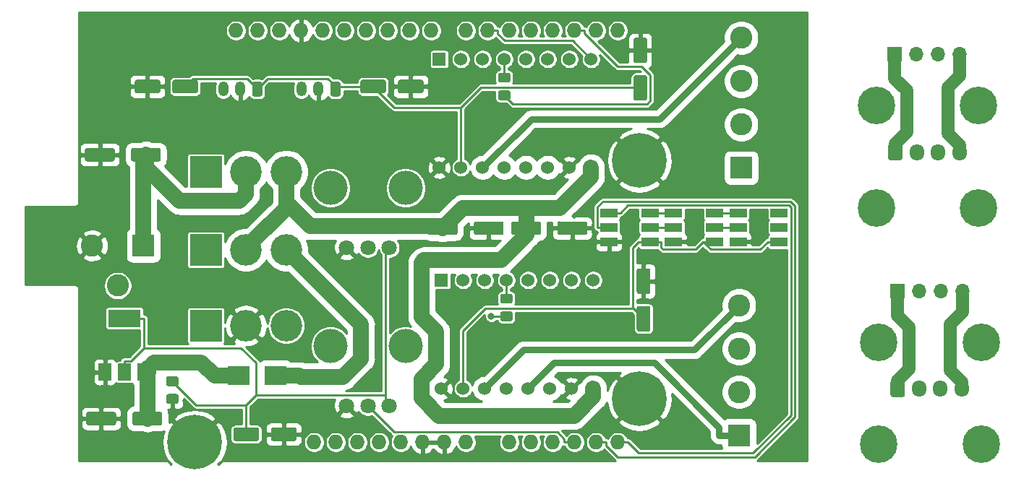
<source format=gtl>
%MOIN*%
%OFA0B0*%
%FSLAX46Y46*%
%IPPOS*%
%LPD*%
%ADD10C,0.17322834645669294*%
%ADD11C,0.027559055118110236*%
%ADD12O,0.066929133858267723X0.076771653543307089*%
%ADD13R,0.066929133858267723X0.066929133858267723*%
%ADD14O,0.066929133858267723X0.066929133858267723*%
%ADD15C,0.059055118110236227*%
%ADD26O,0.068X0.068*%
%ADD27R,0.060000000000000005X0.060000000000000005*%
%ADD28C,0.060000000000000005*%
%ADD29C,0.031496062992125991*%
%ADD30C,0.25196850393700793*%
%ADD31C,0.10236220472440946*%
%ADD32R,0.10236220472440946X0.10236220472440946*%
%ADD33O,0.047244094488188976X0.068897637795275593*%
%ADD34R,0.07874015748031496X0.043307086614173235*%
%ADD35C,0.070866141732283464*%
%ADD36C,0.15748031496062992*%
%ADD37C,0.1456692913385827*%
%ADD38R,0.1456692913385827X0.1456692913385827*%
%ADD39R,0.14960629921259844X0.07874015748031496*%
%ADD40R,0.059055118110236227X0.07874015748031496*%
%ADD41R,0.0984251968503937X0.0905511811023622*%
%ADD42C,0.031496062992125991*%
%ADD43C,0.072834645669291348*%
%ADD44C,0.00984251968503937*%
%ADD45C,0.029527559055118113*%
%ADD46C,0.059047244094488194*%
%ADD47C,0.01*%
%ADD48C,0.0039370078740157488*%
%ADD49C,0.17322834645669294*%
%ADD50C,0.027559055118110236*%
%ADD51O,0.066929133858267723X0.076771653543307089*%
%ADD52R,0.066929133858267723X0.066929133858267723*%
%ADD53O,0.066929133858267723X0.066929133858267723*%
%ADD54C,0.059055118110236227*%
G01*
D10*
X0000247173Y0004419291D02*
X0003947960Y0000629921D03*
D11*
X0004012921Y0000629921D03*
X0003993894Y0000583987D03*
X0003947960Y0000564960D03*
X0003902026Y0000583987D03*
X0003883000Y0000629921D03*
X0003902026Y0000675855D03*
X0003947960Y0000694881D03*
X0003993894Y0000675855D03*
X0004466335Y0000675855D03*
X0004420401Y0000694881D03*
X0004374467Y0000675855D03*
X0004355440Y0000629921D03*
X0004374467Y0000583987D03*
X0004420401Y0000564960D03*
X0004466335Y0000583987D03*
X0004485362Y0000629921D03*
D10*
X0004420401Y0000629921D03*
X0003947960Y0000157480D03*
D11*
X0004012921Y0000157480D03*
X0003993894Y0000111546D03*
X0003947960Y0000092519D03*
X0003902026Y0000111546D03*
X0003883000Y0000157480D03*
X0003902026Y0000203414D03*
X0003947960Y0000222440D03*
X0003993894Y0000203414D03*
X0004466335Y0000203414D03*
X0004420401Y0000222440D03*
X0004374467Y0000203414D03*
X0004355440Y0000157480D03*
X0004374467Y0000111546D03*
X0004420401Y0000092519D03*
X0004466335Y0000111546D03*
X0004485362Y0000157480D03*
D10*
X0004420401Y0000157480D03*
G36*
G01*
X0004002708Y0000385748D02*
X0004002708Y0000442834D01*
G75*
G02*
X0004012551Y0000452677I0000009842D01*
G01*
X0004059795Y0000452677D01*
G75*
G02*
X0004069637Y0000442834J-0000009842D01*
G01*
X0004069637Y0000385748D01*
G75*
G02*
X0004059795Y0000375905I-0000009842D01*
G01*
X0004012551Y0000375905D01*
G75*
G02*
X0004002708Y0000385748J0000009842D01*
G01*
G37*
D12*
X0004134598Y0000414291D03*
X0004233023Y0000414291D03*
X0004331448Y0000414291D03*
D13*
X0004034204Y0000866291D03*
D14*
X0004134204Y0000866291D03*
X0004234204Y0000866291D03*
X0004334204Y0000866291D03*
D15*
X0004036173Y0000452677D02*
X0004036173Y0000414291D01*
X0004089692Y0000506196D02*
X0004036173Y0000452677D01*
X0004089692Y0000697952D02*
X0004089692Y0000506196D01*
X0004034204Y0000753440D02*
X0004089692Y0000697952D01*
X0004034204Y0000866291D02*
X0004034204Y0000753440D01*
X0004278669Y0000498842D02*
X0004278669Y0000711787D01*
X0004331448Y0000414291D02*
X0004331448Y0000446062D01*
X0004331448Y0000446062D02*
X0004278669Y0000498842D01*
X0004334204Y0000767322D02*
X0004334204Y0000866291D01*
X0004278669Y0000711787D02*
X0004334204Y0000767322D01*
G04 next file*
G04 #@! TF.GenerationSoftware,KiCad,Pcbnew,5.1.9-73d0e3b20d~88~ubuntu18.04.1*
G04 #@! TF.CreationDate,2021-02-15T13:27:50-05:00*
G04 #@! TF.ProjectId,driver,64726976-6572-42e6-9b69-6361645f7063,v1.0.0*
G04 #@! TF.SameCoordinates,Original*
G04 #@! TF.FileFunction,Copper,L1,Top*
G04 #@! TF.FilePolarity,Positive*
G04 Gerber Fmt 4.6, Leading zero omitted, Abs format (unit mm)*
G04 Created by KiCad (PCBNEW 5.1.9-73d0e3b20d~88~ubuntu18.04.1) date 2021-02-15 13:27:50*
G01*
G04 APERTURE LIST*
G04 #@! TA.AperFunction,ComponentPad*
G04 #@! TD*
G04 #@! TA.AperFunction,ComponentPad*
G04 #@! TD*
G04 #@! TA.AperFunction,ComponentPad*
G04 #@! TD*
G04 #@! TA.AperFunction,ComponentPad*
G04 #@! TD*
G04 #@! TA.AperFunction,ComponentPad*
G04 #@! TD*
G04 #@! TA.AperFunction,ComponentPad*
G04 #@! TD*
G04 #@! TA.AperFunction,ComponentPad*
G04 #@! TD*
G04 #@! TA.AperFunction,ComponentPad*
G04 #@! TD*
G04 #@! TA.AperFunction,SMDPad,CuDef*
G04 #@! TD*
G04 #@! TA.AperFunction,ComponentPad*
G04 #@! TD*
G04 #@! TA.AperFunction,WasherPad*
G04 #@! TD*
G04 #@! TA.AperFunction,ComponentPad*
G04 #@! TD*
G04 #@! TA.AperFunction,ComponentPad*
G04 #@! TD*
G04 #@! TA.AperFunction,SMDPad,CuDef*
G04 #@! TD*
G04 #@! TA.AperFunction,SMDPad,CuDef*
G04 #@! TD*
G04 #@! TA.AperFunction,SMDPad,CuDef*
G04 #@! TD*
G04 #@! TA.AperFunction,ViaPad*
G04 #@! TD*
G04 #@! TA.AperFunction,Conductor*
G04 #@! TD*
G04 #@! TA.AperFunction,Conductor*
G04 #@! TD*
G04 #@! TA.AperFunction,Conductor*
G04 #@! TD*
G04 #@! TA.AperFunction,Conductor*
G04 #@! TD*
G04 #@! TA.AperFunction,Conductor*
G04 #@! TD*
G04 #@! TA.AperFunction,Conductor*
G04 #@! TD*
G04 APERTURE END LIST*
D26*
X-0004007000Y0005095319D02*
X0002745952Y0000167366D03*
X0002645952Y0000167366D03*
X0002545952Y0000167366D03*
X0002445952Y0000167366D03*
X0002345952Y0000167366D03*
X0001345952Y0000167366D03*
X0001585952Y0002067366D03*
X0001485952Y0002067366D03*
X0001385952Y0002067366D03*
X0001185952Y0002067366D03*
X0001085952Y0002067366D03*
X0000985952Y0002067366D03*
X0001685952Y0002067366D03*
X0001785952Y0002067366D03*
X0001885952Y0002067366D03*
X0001285952Y0002067366D03*
X0002045952Y0002067366D03*
X0002145952Y0002067366D03*
X0002245952Y0002067366D03*
X0002345952Y0002067366D03*
X0002445952Y0002067366D03*
X0002545952Y0002067366D03*
X0002645952Y0002067366D03*
X0002745952Y0002067366D03*
X0001445952Y0000167366D03*
X0001545952Y0000167366D03*
X0001645952Y0000167366D03*
X0001745952Y0000167366D03*
X0001845952Y0000167366D03*
X0001945952Y0000167366D03*
X0002045952Y0000167366D03*
X0002245952Y0000167366D03*
D27*
X0001933000Y0000915319D03*
D28*
X0002033000Y0000915319D03*
X0002132999Y0000915319D03*
X0002233000Y0000915319D03*
X0002333000Y0000915319D03*
X0002432999Y0000915319D03*
X0002533000Y0000915319D03*
X0002633000Y0000915319D03*
X0002633000Y0000415319D03*
X0002533000Y0000415319D03*
X0002432999Y0000415319D03*
X0002333000Y0000415319D03*
X0002233000Y0000415319D03*
X0002132999Y0000415319D03*
X0002033000Y0000415319D03*
X0001933000Y0000415319D03*
X0001923000Y0001435319D03*
X0002023000Y0001435319D03*
X0002123000Y0001435319D03*
X0002222999Y0001435319D03*
X0002323000Y0001435319D03*
X0002423000Y0001435319D03*
X0002522999Y0001435319D03*
X0002622999Y0001435319D03*
X0002622999Y0001935319D03*
X0002522999Y0001935319D03*
X0002423000Y0001935319D03*
X0002323000Y0001935319D03*
X0002222999Y0001935319D03*
X0002123000Y0001935319D03*
X0002023000Y0001935319D03*
D27*
X0001923000Y0001935319D03*
G04 #@! TA.AperFunction,SMDPad,CuDef*
G36*
G01*
X0001559338Y0001787665D02*
X0001559338Y0001830972D01*
G75*
G02*
X0001569181Y0001840815I0000009842D01*
G01*
X0001667606Y0001840815D01*
G75*
G02*
X0001677448Y0001830972J-0000009842D01*
G01*
X0001677448Y0001787665D01*
G75*
G02*
X0001667606Y0001777823I-0000009842D01*
G01*
X0001569181Y0001777823D01*
G75*
G02*
X0001559338Y0001787665J0000009842D01*
G01*
G37*
G04 #@! TD.AperFunction*
G04 #@! TA.AperFunction,SMDPad,CuDef*
G36*
G01*
X0001732566Y0001787665D02*
X0001732566Y0001830972D01*
G75*
G02*
X0001742409Y0001840815I0000009842D01*
G01*
X0001840834Y0001840815D01*
G75*
G02*
X0001850677Y0001830972J-0000009842D01*
G01*
X0001850677Y0001787665D01*
G75*
G02*
X0001840834Y0001777823I-0000009842D01*
G01*
X0001742409Y0001777823D01*
G75*
G02*
X0001732566Y0001787665J0000009842D01*
G01*
G37*
G04 #@! TD.AperFunction*
G04 #@! TA.AperFunction,SMDPad,CuDef*
G36*
G01*
X0000637448Y0001830972D02*
X0000637448Y0001787665D01*
G75*
G02*
X0000627606Y0001777823I-0000009842D01*
G01*
X0000529181Y0001777823D01*
G75*
G02*
X0000519338Y0001787665J0000009842D01*
G01*
X0000519338Y0001830972D01*
G75*
G02*
X0000529181Y0001840815I0000009842D01*
G01*
X0000627606Y0001840815D01*
G75*
G02*
X0000637448Y0001830972J-0000009842D01*
G01*
G37*
G04 #@! TD.AperFunction*
G04 #@! TA.AperFunction,SMDPad,CuDef*
G36*
G01*
X0000810677Y0001830972D02*
X0000810677Y0001787665D01*
G75*
G02*
X0000800834Y0001777823I-0000009842D01*
G01*
X0000702409Y0001777823D01*
G75*
G02*
X0000692566Y0001787665J0000009842D01*
G01*
X0000692566Y0001830972D01*
G75*
G02*
X0000702409Y0001840815I0000009842D01*
G01*
X0000800834Y0001840815D01*
G75*
G02*
X0000810677Y0001830972J-0000009842D01*
G01*
G37*
G04 #@! TD.AperFunction*
G04 #@! TA.AperFunction,SMDPad,CuDef*
G36*
G01*
X0000646188Y0000297956D02*
X0000646188Y0000254649D01*
G75*
G02*
X0000636346Y0000244807I-0000009842D01*
G01*
X0000518236Y0000244807D01*
G75*
G02*
X0000508393Y0000254649J0000009842D01*
G01*
X0000508393Y0000297956D01*
G75*
G02*
X0000518236Y0000307799I0000009842D01*
G01*
X0000636346Y0000307799D01*
G75*
G02*
X0000646188Y0000297956J-0000009842D01*
G01*
G37*
G04 #@! TD.AperFunction*
G04 #@! TA.AperFunction,SMDPad,CuDef*
G36*
G01*
X0000433590Y0000297956D02*
X0000433590Y0000254649D01*
G75*
G02*
X0000423747Y0000244807I-0000009842D01*
G01*
X0000305637Y0000244807D01*
G75*
G02*
X0000295795Y0000254649J0000009842D01*
G01*
X0000295795Y0000297956D01*
G75*
G02*
X0000305637Y0000307799I0000009842D01*
G01*
X0000423747Y0000307799D01*
G75*
G02*
X0000433590Y0000297956J-0000009842D01*
G01*
G37*
G04 #@! TD.AperFunction*
G04 #@! TA.AperFunction,SMDPad,CuDef*
G36*
G01*
X0000974338Y0000182681D02*
X0000974338Y0000225988D01*
G75*
G02*
X0000984181Y0000235830I0000009842D01*
G01*
X0001082606Y0000235830D01*
G75*
G02*
X0001092448Y0000225988J-0000009842D01*
G01*
X0001092448Y0000182681D01*
G75*
G02*
X0001082606Y0000172838I-0000009842D01*
G01*
X0000984181Y0000172838D01*
G75*
G02*
X0000974338Y0000182681J0000009842D01*
G01*
G37*
G04 #@! TD.AperFunction*
G04 #@! TA.AperFunction,SMDPad,CuDef*
G36*
G01*
X0001147566Y0000182681D02*
X0001147566Y0000225988D01*
G75*
G02*
X0001157409Y0000235830I0000009842D01*
G01*
X0001255834Y0000235830D01*
G75*
G02*
X0001265677Y0000225988J-0000009842D01*
G01*
X0001265677Y0000182681D01*
G75*
G02*
X0001255834Y0000172838I-0000009842D01*
G01*
X0001157409Y0000172838D01*
G75*
G02*
X0001147566Y0000182681J0000009842D01*
G01*
G37*
G04 #@! TD.AperFunction*
G04 #@! TA.AperFunction,SMDPad,CuDef*
G36*
G01*
X0002467409Y0001133665D02*
X0002467409Y0001176972D01*
G75*
G02*
X0002477251Y0001186815I0000009842D01*
G01*
X0002595362Y0001186815D01*
G75*
G02*
X0002605204Y0001176972J-0000009842D01*
G01*
X0002605204Y0001133665D01*
G75*
G02*
X0002595362Y0001123823I-0000009842D01*
G01*
X0002477251Y0001123823D01*
G75*
G02*
X0002467409Y0001133665J0000009842D01*
G01*
G37*
G04 #@! TD.AperFunction*
G04 #@! TA.AperFunction,SMDPad,CuDef*
G36*
G01*
X0002254811Y0001133665D02*
X0002254811Y0001176972D01*
G75*
G02*
X0002264653Y0001186815I0000009842D01*
G01*
X0002382763Y0001186815D01*
G75*
G02*
X0002392606Y0001176972J-0000009842D01*
G01*
X0002392606Y0001133665D01*
G75*
G02*
X0002382763Y0001123823I-0000009842D01*
G01*
X0002264653Y0001123823D01*
G75*
G02*
X0002254811Y0001133665J0000009842D01*
G01*
G37*
G04 #@! TD.AperFunction*
G04 #@! TA.AperFunction,SMDPad,CuDef*
G36*
G01*
X0001869810Y0001133665D02*
X0001869810Y0001176972D01*
G75*
G02*
X0001879653Y0001186815I0000009842D01*
G01*
X0001997763Y0001186815D01*
G75*
G02*
X0002007606Y0001176972J-0000009842D01*
G01*
X0002007606Y0001133665D01*
G75*
G02*
X0001997763Y0001123823I-0000009842D01*
G01*
X0001879653Y0001123823D01*
G75*
G02*
X0001869810Y0001133665J0000009842D01*
G01*
G37*
G04 #@! TD.AperFunction*
G04 #@! TA.AperFunction,SMDPad,CuDef*
G36*
G01*
X0002082409Y0001133665D02*
X0002082409Y0001176972D01*
G75*
G02*
X0002092251Y0001186815I0000009842D01*
G01*
X0002210362Y0001186815D01*
G75*
G02*
X0002220204Y0001176972J-0000009842D01*
G01*
X0002220204Y0001133665D01*
G75*
G02*
X0002210362Y0001123823I-0000009842D01*
G01*
X0002092251Y0001123823D01*
G75*
G02*
X0002082409Y0001133665J0000009842D01*
G01*
G37*
G04 #@! TD.AperFunction*
D29*
X0002912765Y0001534179D03*
X0002845952Y0001561854D03*
X0002779139Y0001534179D03*
X0002751464Y0001467366D03*
X0002779139Y0001400553D03*
X0002845952Y0001372878D03*
X0002912765Y0001400553D03*
X0002940440Y0001467366D03*
D30*
X0002845952Y0001467366D03*
X0000795952Y0000167366D03*
D29*
X0000890440Y0000167366D03*
X0000862765Y0000100553D03*
X0000795952Y0000072878D03*
X0000729139Y0000100553D03*
X0000701464Y0000167366D03*
X0000729139Y0000234179D03*
X0000795952Y0000261854D03*
X0000862765Y0000234179D03*
X0002912765Y0000434179D03*
X0002845952Y0000461854D03*
X0002779139Y0000434179D03*
X0002751464Y0000367366D03*
X0002779139Y0000300553D03*
X0002845952Y0000272878D03*
X0002912765Y0000300553D03*
X0002940440Y0000367366D03*
D30*
X0002845952Y0000367366D03*
D31*
X0003315007Y0002034319D03*
X0003315007Y0001834319D03*
X0003315007Y0001634319D03*
D32*
X0003315007Y0001434319D03*
X0003305007Y0000199334D03*
D31*
X0003305007Y0000399334D03*
X0003305007Y0000599334D03*
X0003305007Y0000799334D03*
D33*
X0001287527Y0001797665D03*
X0001366267Y0001797665D03*
G04 #@! TA.AperFunction,ComponentPad*
G36*
G01*
X0001468629Y0001822271D02*
X0001468629Y0001773059D01*
G75*
G02*
X0001458787Y0001763216I-0000009842D01*
G01*
X0001431228Y0001763216D01*
G75*
G02*
X0001421385Y0001773059J0000009842D01*
G01*
X0001421385Y0001822271D01*
G75*
G02*
X0001431228Y0001832114I0000009842D01*
G01*
X0001458787Y0001832114D01*
G75*
G02*
X0001468629Y0001822271J-0000009842D01*
G01*
G37*
G04 #@! TD.AperFunction*
G04 #@! TA.AperFunction,ComponentPad*
G36*
G01*
X0001108157Y0001822271D02*
X0001108157Y0001773059D01*
G75*
G02*
X0001098315Y0001763216I-0000009842D01*
G01*
X0001070755Y0001763216D01*
G75*
G02*
X0001060913Y0001773059J0000009842D01*
G01*
X0001060913Y0001822271D01*
G75*
G02*
X0001070755Y0001832114I0000009842D01*
G01*
X0001098315Y0001832114D01*
G75*
G02*
X0001108157Y0001822271J-0000009842D01*
G01*
G37*
G04 #@! TD.AperFunction*
X0001005795Y0001797665D03*
X0000927055Y0001797665D03*
D32*
X0000559220Y0001075319D03*
D31*
X0000323000Y0001075319D03*
X0000441110Y0000890279D03*
D34*
X0002705519Y0001226248D03*
X0002705519Y0001159319D03*
X0002705519Y0001092390D03*
X0002894496Y0001092390D03*
X0002894496Y0001159319D03*
X0002894496Y0001226248D03*
X0003191976Y0001226248D03*
X0003191976Y0001159319D03*
X0003191976Y0001092390D03*
X0003003000Y0001092390D03*
X0003003000Y0001159319D03*
X0003003000Y0001226248D03*
X0003300519Y0001226248D03*
X0003300519Y0001159319D03*
X0003300519Y0001092390D03*
X0003489496Y0001092390D03*
X0003489496Y0001159319D03*
X0003489496Y0001226248D03*
G04 #@! TA.AperFunction,SMDPad,CuDef*
G36*
G01*
X0002241700Y0001745496D02*
X0002204299Y0001745496D01*
G75*
G02*
X0002194456Y0001755338J0000009842D01*
G01*
X0002194456Y0001781913D01*
G75*
G02*
X0002204299Y0001791756I0000009842D01*
G01*
X0002241700Y0001791756D01*
G75*
G02*
X0002251543Y0001781913J-0000009842D01*
G01*
X0002251543Y0001755338D01*
G75*
G02*
X0002241700Y0001745496I-0000009842D01*
G01*
G37*
G04 #@! TD.AperFunction*
G04 #@! TA.AperFunction,SMDPad,CuDef*
G36*
G01*
X0002241700Y0001827189D02*
X0002204299Y0001827189D01*
G75*
G02*
X0002194456Y0001837031J0000009842D01*
G01*
X0002194456Y0001863606D01*
G75*
G02*
X0002204299Y0001873449I0000009842D01*
G01*
X0002241700Y0001873449D01*
G75*
G02*
X0002251543Y0001863606J-0000009842D01*
G01*
X0002251543Y0001837031D01*
G75*
G02*
X0002241700Y0001827189I-0000009842D01*
G01*
G37*
G04 #@! TD.AperFunction*
G04 #@! TA.AperFunction,SMDPad,CuDef*
G36*
G01*
X0002251700Y0000807208D02*
X0002214299Y0000807208D01*
G75*
G02*
X0002204456Y0000817051J0000009842D01*
G01*
X0002204456Y0000843626D01*
G75*
G02*
X0002214299Y0000853468I0000009842D01*
G01*
X0002251700Y0000853468D01*
G75*
G02*
X0002261543Y0000843626J-0000009842D01*
G01*
X0002261543Y0000817051D01*
G75*
G02*
X0002251700Y0000807208I-0000009842D01*
G01*
G37*
G04 #@! TD.AperFunction*
G04 #@! TA.AperFunction,SMDPad,CuDef*
G36*
G01*
X0002251700Y0000725515D02*
X0002214299Y0000725515D01*
G75*
G02*
X0002204456Y0000735358J0000009842D01*
G01*
X0002204456Y0000761933D01*
G75*
G02*
X0002214299Y0000771775I0000009842D01*
G01*
X0002251700Y0000771775D01*
G75*
G02*
X0002261543Y0000761933J-0000009842D01*
G01*
X0002261543Y0000735358D01*
G75*
G02*
X0002251700Y0000725515I-0000009842D01*
G01*
G37*
G04 #@! TD.AperFunction*
D35*
X0001496149Y0000335319D03*
X0001594574Y0000335319D03*
X0001693000Y0000335319D03*
D36*
X0001421346Y0000610909D03*
X0001767803Y0000610909D03*
X0001767803Y0001340909D03*
X0001421346Y0001340909D03*
D35*
X0001693000Y0001065319D03*
X0001594574Y0001065319D03*
X0001496149Y0001065319D03*
D37*
X0001032999Y0000705319D03*
D38*
X0000847960Y0000705319D03*
D37*
X0001218039Y0000705319D03*
X0001218039Y0001055319D03*
D38*
X0000847960Y0001055319D03*
D37*
X0001032999Y0001055319D03*
X0001032999Y0001415319D03*
D38*
X0000847960Y0001415319D03*
D37*
X0001218039Y0001415319D03*
D39*
X0000473000Y0000739334D03*
D40*
X0000473000Y0000491303D03*
X0000563551Y0000491303D03*
X0000382448Y0000491303D03*
G04 #@! TA.AperFunction,SMDPad,CuDef*
G36*
G01*
X0000674299Y0000472130D02*
X0000711700Y0000472130D01*
G75*
G02*
X0000721543Y0000462287J-0000009842D01*
G01*
X0000721543Y0000435712D01*
G75*
G02*
X0000711700Y0000425870I-0000009842D01*
G01*
X0000674299Y0000425870D01*
G75*
G02*
X0000664456Y0000435712J0000009842D01*
G01*
X0000664456Y0000462287D01*
G75*
G02*
X0000674299Y0000472130I0000009842D01*
G01*
G37*
G04 #@! TD.AperFunction*
G04 #@! TA.AperFunction,SMDPad,CuDef*
G36*
G01*
X0000674299Y0000390437D02*
X0000711700Y0000390437D01*
G75*
G02*
X0000721543Y0000380594J-0000009842D01*
G01*
X0000721543Y0000354019D01*
G75*
G02*
X0000711700Y0000344177I-0000009842D01*
G01*
X0000674299Y0000344177D01*
G75*
G02*
X0000664456Y0000354019J0000009842D01*
G01*
X0000664456Y0000380594D01*
G75*
G02*
X0000674299Y0000390437I0000009842D01*
G01*
G37*
G04 #@! TD.AperFunction*
D41*
X0000998354Y0000475319D03*
X0001167645Y0000475319D03*
G04 #@! TA.AperFunction,SMDPad,CuDef*
G36*
G01*
X0000640204Y0001515972D02*
X0000640204Y0001472665D01*
G75*
G02*
X0000630362Y0001462823I-0000009842D01*
G01*
X0000512251Y0001462823D01*
G75*
G02*
X0000502409Y0001472665J0000009842D01*
G01*
X0000502409Y0001515972D01*
G75*
G02*
X0000512251Y0001525815I0000009842D01*
G01*
X0000630362Y0001525815D01*
G75*
G02*
X0000640204Y0001515972J-0000009842D01*
G01*
G37*
G04 #@! TD.AperFunction*
G04 #@! TA.AperFunction,SMDPad,CuDef*
G36*
G01*
X0000427606Y0001515972D02*
X0000427606Y0001472665D01*
G75*
G02*
X0000417763Y0001462823I-0000009842D01*
G01*
X0000299653Y0001462823D01*
G75*
G02*
X0000289810Y0001472665J0000009842D01*
G01*
X0000289810Y0001515972D01*
G75*
G02*
X0000299653Y0001525815I0000009842D01*
G01*
X0000417763Y0001525815D01*
G75*
G02*
X0000427606Y0001515972J-0000009842D01*
G01*
G37*
G04 #@! TD.AperFunction*
G04 #@! TA.AperFunction,SMDPad,CuDef*
G36*
G01*
X0002871661Y0001743649D02*
X0002828354Y0001743649D01*
G75*
G02*
X0002818511Y0001753492J0000009842D01*
G01*
X0002818511Y0001851917D01*
G75*
G02*
X0002828354Y0001861760I0000009842D01*
G01*
X0002871661Y0001861760D01*
G75*
G02*
X0002881503Y0001851917J-0000009842D01*
G01*
X0002881503Y0001753492D01*
G75*
G02*
X0002871661Y0001743649I-0000009842D01*
G01*
G37*
G04 #@! TD.AperFunction*
G04 #@! TA.AperFunction,SMDPad,CuDef*
G36*
G01*
X0002871661Y0001916878D02*
X0002828354Y0001916878D01*
G75*
G02*
X0002818511Y0001926720J0000009842D01*
G01*
X0002818511Y0002025145D01*
G75*
G02*
X0002828354Y0002034988I0000009842D01*
G01*
X0002871661Y0002034988D01*
G75*
G02*
X0002881503Y0002025145J-0000009842D01*
G01*
X0002881503Y0001926720D01*
G75*
G02*
X0002871661Y0001916878I-0000009842D01*
G01*
G37*
G04 #@! TD.AperFunction*
G04 #@! TA.AperFunction,SMDPad,CuDef*
G36*
G01*
X0002886661Y0000851893D02*
X0002843354Y0000851893D01*
G75*
G02*
X0002833511Y0000861736J0000009842D01*
G01*
X0002833511Y0000960161D01*
G75*
G02*
X0002843354Y0000970004I0000009842D01*
G01*
X0002886661Y0000970004D01*
G75*
G02*
X0002896503Y0000960161J-0000009842D01*
G01*
X0002896503Y0000861736D01*
G75*
G02*
X0002886661Y0000851893I-0000009842D01*
G01*
G37*
G04 #@! TD.AperFunction*
G04 #@! TA.AperFunction,SMDPad,CuDef*
G36*
G01*
X0002886661Y0000678665D02*
X0002843354Y0000678665D01*
G75*
G02*
X0002833511Y0000688508J0000009842D01*
G01*
X0002833511Y0000786933D01*
G75*
G02*
X0002843354Y0000796775I0000009842D01*
G01*
X0002886661Y0000796775D01*
G75*
G02*
X0002896503Y0000786933J-0000009842D01*
G01*
X0002896503Y0000688508D01*
G75*
G02*
X0002886661Y0000678665I-0000009842D01*
G01*
G37*
G04 #@! TD.AperFunction*
D42*
X0003394999Y0001154319D03*
X0003090000Y0001184319D03*
X0003439999Y0000999319D03*
X0003295000Y0000999319D03*
X0001725000Y0000739319D03*
X0001710000Y0000779319D03*
X0001750000Y0000844319D03*
X0001615000Y0000969319D03*
X0000414999Y0001999319D03*
X0000384999Y0001854319D03*
X0000160000Y0001144319D03*
X0000345000Y0000114319D03*
X0001320000Y0000339319D03*
X0000674999Y0000694319D03*
X0002144999Y0000594319D03*
X0003005000Y0000199319D03*
X0003454999Y0000809319D03*
X0003435000Y0002069319D03*
X0003450000Y0001419319D03*
X0003040000Y0001489319D03*
X0002950000Y0001774319D03*
X0002110000Y0001639319D03*
X0001770000Y0001964319D03*
X0001949999Y0002119319D03*
X0002679999Y0000259319D03*
X0001384999Y0001474319D03*
X0001074999Y0001664319D03*
X0001339999Y0000784319D03*
X0002163511Y0000747893D03*
D43*
X0001230881Y0001261874D02*
X0001032999Y0001063992D01*
X0001032999Y0001063992D02*
X0001032999Y0001055319D01*
X0001938708Y0001155319D02*
X0001929539Y0001164488D01*
X0001929539Y0001164488D02*
X0001328267Y0001164488D01*
X0001328267Y0001164488D02*
X0001230881Y0001261874D01*
X0001218039Y0001415319D02*
X0001218039Y0001274716D01*
X0001218039Y0001274716D02*
X0001230881Y0001261874D01*
X0002343810Y0001248823D02*
X0002323708Y0001228720D01*
X0002323708Y0001228720D02*
X0002323708Y0001155319D01*
X0002343810Y0001248823D02*
X0002478944Y0001248823D01*
X0002478944Y0001248823D02*
X0002622999Y0001392893D01*
X0002622999Y0001392893D02*
X0002622999Y0001435319D01*
X0001938708Y0001155319D02*
X0002032212Y0001248823D01*
X0002032212Y0001248823D02*
X0002343810Y0001248823D01*
X0002323708Y0001155319D02*
X0002323708Y0001123823D01*
X0002323708Y0001123823D02*
X0002207212Y0001007327D01*
X0002207212Y0001007327D02*
X0001853393Y0001007327D01*
X0001853393Y0001007327D02*
X0001840992Y0000994925D01*
X0001840992Y0000994925D02*
X0001840992Y0000746027D01*
X0001840992Y0000746027D02*
X0001908551Y0000678468D01*
X0001908551Y0000678468D02*
X0001908551Y0000527051D01*
X0001908551Y0000527051D02*
X0001840992Y0000459492D01*
X0001840992Y0000459492D02*
X0001840992Y0000371145D01*
X0001840992Y0000371145D02*
X0001922842Y0000289334D01*
X0001922842Y0000289334D02*
X0002545007Y0000289334D01*
X0002545007Y0000289334D02*
X0002633000Y0000377327D01*
X0002633000Y0000377327D02*
X0002633000Y0000415319D01*
D44*
X0001078094Y0000384149D02*
X0001078094Y0000534334D01*
X0001078094Y0000534334D02*
X0001009791Y0000602638D01*
X0001009791Y0000602638D02*
X0000562267Y0000602638D01*
X0001033393Y0000338862D02*
X0001078094Y0000383563D01*
X0001078094Y0000383563D02*
X0001078094Y0000384149D01*
X0001078094Y0000384149D02*
X0001675712Y0000384149D01*
X0001675712Y0000384149D02*
X0001675712Y0000352606D01*
X0001675712Y0000352606D02*
X0001693000Y0000335319D01*
X0001693000Y0001065319D02*
X0001675712Y0001048031D01*
X0001675712Y0001048031D02*
X0001675712Y0000384149D01*
X0001033393Y0000204334D02*
X0001033393Y0000338862D01*
X0000692999Y0000449000D02*
X0000803137Y0000338862D01*
X0000803137Y0000338862D02*
X0001033393Y0000338862D01*
X0003139799Y0001092390D02*
X0003105338Y0001057929D01*
X0003105338Y0001057929D02*
X0002955287Y0001057929D01*
X0002955287Y0001057929D02*
X0002946673Y0001066543D01*
X0002946673Y0001066543D02*
X0002946673Y0001092390D01*
X0002894496Y0001092390D02*
X0002946673Y0001092390D01*
X0003437318Y0001092390D02*
X0003402858Y0001057929D01*
X0003402858Y0001057929D02*
X0003174259Y0001057929D01*
X0003174259Y0001057929D02*
X0003139799Y0001092390D01*
X0002894496Y0001092390D02*
X0002842318Y0001092390D01*
X0002814956Y0000784571D02*
X0002814956Y0001065027D01*
X0002814956Y0001065027D02*
X0002842318Y0001092390D01*
X0002814956Y0000784571D02*
X0002135244Y0000784571D01*
X0002135244Y0000784571D02*
X0002033000Y0000682327D01*
X0002033000Y0000682327D02*
X0002033000Y0000415319D01*
X0002865007Y0000737720D02*
X0002818157Y0000784571D01*
X0002818157Y0000784571D02*
X0002814956Y0000784571D01*
X0001450834Y0001803492D02*
X0001409401Y0001844925D01*
X0001409401Y0001844925D02*
X0001131795Y0001844925D01*
X0001131795Y0001844925D02*
X0001084535Y0001797665D01*
X0001450834Y0001803492D02*
X0001445007Y0001797665D01*
X0001618393Y0001809319D02*
X0001456661Y0001809319D01*
X0001456661Y0001809319D02*
X0001450834Y0001803492D01*
X0000473000Y0000491303D02*
X0000473000Y0000543480D01*
X0000473000Y0000543480D02*
X0000503110Y0000543480D01*
X0000503110Y0000543480D02*
X0000562267Y0000602638D01*
X0000562267Y0000602638D02*
X0000562267Y0000737677D01*
X0000562267Y0000737677D02*
X0000560610Y0000739334D01*
X0000473000Y0000739334D02*
X0000560610Y0000739334D01*
X0003489496Y0001092390D02*
X0003437318Y0001092390D01*
X0003191976Y0001092390D02*
X0003139799Y0001092390D01*
X0002850007Y0001802704D02*
X0002848157Y0001804551D01*
X0002848157Y0001804551D02*
X0002115244Y0001804551D01*
X0002115244Y0001804551D02*
X0002023000Y0001712319D01*
X0002023000Y0001712319D02*
X0002023000Y0001712315D01*
X0002023000Y0001712315D02*
X0001715397Y0001712315D01*
X0001715397Y0001712315D02*
X0001618393Y0001809319D01*
X0002023000Y0001712315D02*
X0002023000Y0001435319D01*
X0000751622Y0001809319D02*
X0000787212Y0001844909D01*
X0000787212Y0001844909D02*
X0001037291Y0001844909D01*
X0001037291Y0001844909D02*
X0001084535Y0001797665D01*
X0002145952Y0002067366D02*
X0002192759Y0002067366D01*
X0002622999Y0001935319D02*
X0002537759Y0002020559D01*
X0002537759Y0002020559D02*
X0002224937Y0002020559D01*
X0002224937Y0002020559D02*
X0002192759Y0002052736D01*
X0002192759Y0002052736D02*
X0002192759Y0002067366D01*
X0002222999Y0001850319D02*
X0002222999Y0001935319D01*
X0002233000Y0000830338D02*
X0002233000Y0000915319D01*
X0002545952Y0002067366D02*
X0002592759Y0002067366D01*
X0002222999Y0001768626D02*
X0002263047Y0001728578D01*
X0002263047Y0001728578D02*
X0002880574Y0001728578D01*
X0002880574Y0001728578D02*
X0002895720Y0001743724D01*
X0002895720Y0001743724D02*
X0002895720Y0001860630D01*
X0002895720Y0001860630D02*
X0002854972Y0001901378D01*
X0002854972Y0001901378D02*
X0002745740Y0001901378D01*
X0002745740Y0001901378D02*
X0002592759Y0002054358D01*
X0002592759Y0002054358D02*
X0002592759Y0002067366D01*
X0002163511Y0000747893D02*
X0002232248Y0000747893D01*
X0002232248Y0000747893D02*
X0002233000Y0000748645D01*
X0003003000Y0001159319D02*
X0002894496Y0001159319D01*
X0003003000Y0001226248D02*
X0002894496Y0001226248D01*
X0003191976Y0001226248D02*
X0003300519Y0001226248D01*
X0003191976Y0001159319D02*
X0003300519Y0001159319D01*
D45*
X0003315007Y0002034319D02*
X0002940019Y0001659330D01*
X0002940019Y0001659330D02*
X0002347011Y0001659330D01*
X0002347011Y0001659330D02*
X0002123000Y0001435319D01*
X0003305007Y0000199334D02*
X0003213460Y0000199334D01*
X0003213460Y0000199334D02*
X0003213460Y0000236527D01*
X0003213460Y0000236527D02*
X0002915996Y0000533992D01*
X0002915996Y0000533992D02*
X0002451673Y0000533992D01*
X0002451673Y0000533992D02*
X0002333000Y0000415319D01*
X0002132999Y0000415319D02*
X0002311877Y0000594197D01*
X0002311877Y0000594197D02*
X0003099870Y0000594197D01*
X0003099870Y0000594197D02*
X0003305007Y0000799334D01*
D46*
X0000577291Y0000491303D02*
X0000563551Y0000491303D01*
X0000582972Y0000491303D02*
X0000577291Y0000491303D01*
D43*
X0000577291Y0000491303D02*
X0000577291Y0000276303D01*
X0000582972Y0000510724D02*
X0000582972Y0000491303D01*
D46*
X0000602393Y0000530145D02*
X0000582972Y0000510724D01*
D43*
X0000998354Y0000475319D02*
X0000887122Y0000475319D01*
X0000887122Y0000475319D02*
X0000826747Y0000535693D01*
X0000826747Y0000535693D02*
X0000607940Y0000535693D01*
X0000607940Y0000535693D02*
X0000602393Y0000530145D01*
X0001167645Y0000475319D02*
X0001278877Y0000475319D01*
X0001278877Y0000475319D02*
X0001284196Y0000470000D01*
X0001284196Y0000470000D02*
X0001479751Y0000470000D01*
X0001479751Y0000470000D02*
X0001563145Y0000553393D01*
X0001563145Y0000553393D02*
X0001563145Y0000710212D01*
X0001563145Y0000710212D02*
X0001218039Y0001055319D01*
X0000571307Y0001494319D02*
X0000571307Y0001434697D01*
X0000571307Y0001434697D02*
X0000725519Y0001280476D01*
X0000725519Y0001280476D02*
X0001001149Y0001280476D01*
X0001001149Y0001280476D02*
X0001032999Y0001312315D01*
X0001032999Y0001312315D02*
X0001032999Y0001415319D01*
X0000559220Y0001075319D02*
X0000559220Y0001482240D01*
X0000559220Y0001482240D02*
X0000571307Y0001494319D01*
D44*
X0002745952Y0000167366D02*
X0002792759Y0000167366D01*
X0002705519Y0001226248D02*
X0002757696Y0001226248D01*
X0002757696Y0001226248D02*
X0002792157Y0001260708D01*
X0002792157Y0001260708D02*
X0003535622Y0001260708D01*
X0003535622Y0001260708D02*
X0003543637Y0001252693D01*
X0003543637Y0001252693D02*
X0003543637Y0000291201D01*
X0003543637Y0000291201D02*
X0003370062Y0000117626D01*
X0003370062Y0000117626D02*
X0002842500Y0000117626D01*
X0002842500Y0000117626D02*
X0002792759Y0000167366D01*
X0002645952Y0000167366D02*
X0002692759Y0000167366D01*
X0002705519Y0001159319D02*
X0002653342Y0001159319D01*
X0002653342Y0001159319D02*
X0002653342Y0001253614D01*
X0002653342Y0001253614D02*
X0002679015Y0001279287D01*
X0002679015Y0001279287D02*
X0003542145Y0001279287D01*
X0003542145Y0001279287D02*
X0003562661Y0001258771D01*
X0003562661Y0001258771D02*
X0003562661Y0000284504D01*
X0003562661Y0000284504D02*
X0003377933Y0000099775D01*
X0003377933Y0000099775D02*
X0002745724Y0000099775D01*
X0002745724Y0000099775D02*
X0002692759Y0000152740D01*
X0002692759Y0000152740D02*
X0002692759Y0000167366D01*
X0002545952Y0000167366D02*
X0002499145Y0000167366D01*
X0001594574Y0000335319D02*
X0001715720Y0000214173D01*
X0001715720Y0000214173D02*
X0002466968Y0000214173D01*
X0002466968Y0000214173D02*
X0002499145Y0000181996D01*
X0002499145Y0000181996D02*
X0002499145Y0000167366D01*
D47*
X0003617015Y0000083303D02*
X0003389263Y0000083303D01*
X0003392087Y0000085621D01*
X0003392711Y0000086381D01*
X0003576055Y0000269725D01*
X0003576816Y0000270349D01*
X0003579305Y0000273382D01*
X0003581155Y0000276843D01*
X0003582136Y0000280079D01*
X0003582294Y0000280598D01*
X0003582332Y0000280988D01*
X0003582582Y0000283525D01*
X0003582582Y0000283525D01*
X0003582679Y0000284504D01*
X0003582582Y0000285482D01*
X0003582582Y0001257793D01*
X0003582679Y0001258771D01*
X0003582294Y0001262677D01*
X0003581155Y0001266432D01*
X0003580717Y0001267251D01*
X0003579305Y0001269893D01*
X0003576816Y0001272926D01*
X0003576055Y0001273550D01*
X0003556924Y0001292681D01*
X0003556300Y0001293442D01*
X0003553266Y0001295931D01*
X0003549806Y0001297781D01*
X0003546050Y0001298920D01*
X0003543124Y0001299208D01*
X0003543123Y0001299208D01*
X0003542145Y0001299305D01*
X0003541167Y0001299208D01*
X0002679994Y0001299208D01*
X0002679015Y0001299305D01*
X0002677737Y0001299179D01*
X0002675110Y0001298920D01*
X0002671355Y0001297781D01*
X0002667894Y0001295931D01*
X0002664861Y0001293442D01*
X0002664237Y0001292682D01*
X0002639948Y0001268392D01*
X0002639187Y0001267769D01*
X0002636698Y0001264735D01*
X0002635757Y0001262974D01*
X0002634848Y0001261274D01*
X0002633709Y0001257519D01*
X0002633324Y0001253614D01*
X0002633421Y0001252635D01*
X0002633421Y0001160297D01*
X0002633324Y0001159319D01*
X0002633709Y0001155413D01*
X0002634848Y0001151658D01*
X0002635954Y0001149589D01*
X0002636698Y0001148197D01*
X0002639187Y0001145164D01*
X0002642221Y0001142675D01*
X0002645682Y0001140825D01*
X0002649437Y0001139686D01*
X0002651077Y0001139524D01*
X0002651077Y0001137665D01*
X0002651366Y0001134725D01*
X0002651481Y0001134346D01*
X0002648386Y0001131806D01*
X0002645262Y0001128000D01*
X0002642940Y0001123656D01*
X0002641511Y0001118944D01*
X0002641028Y0001114043D01*
X0002641149Y0001103640D01*
X0002647399Y0001097390D01*
X0002700519Y0001097390D01*
X0002700519Y0001098177D01*
X0002710519Y0001098177D01*
X0002710519Y0001097390D01*
X0002763639Y0001097390D01*
X0002769889Y0001103640D01*
X0002770010Y0001114043D01*
X0002769527Y0001118944D01*
X0002768098Y0001123656D01*
X0002765777Y0001128000D01*
X0002762652Y0001131806D01*
X0002759557Y0001134346D01*
X0002759672Y0001134725D01*
X0002759962Y0001137665D01*
X0002759962Y0001180972D01*
X0002759672Y0001183913D01*
X0002758814Y0001186740D01*
X0002757422Y0001189346D01*
X0002755547Y0001191630D01*
X0002754142Y0001192783D01*
X0002755547Y0001193936D01*
X0002757422Y0001196220D01*
X0002758814Y0001198826D01*
X0002759672Y0001201654D01*
X0002759962Y0001204594D01*
X0002759962Y0001206453D01*
X0002761602Y0001206615D01*
X0002765357Y0001207754D01*
X0002768818Y0001209604D01*
X0002771851Y0001212093D01*
X0002772475Y0001212853D01*
X0002800409Y0001240787D01*
X0002840053Y0001240787D01*
X0002840053Y0001204594D01*
X0002840343Y0001201654D01*
X0002841200Y0001198826D01*
X0002842593Y0001196220D01*
X0002844468Y0001193936D01*
X0002845873Y0001192783D01*
X0002844468Y0001191630D01*
X0002842593Y0001189346D01*
X0002841200Y0001186740D01*
X0002840343Y0001183913D01*
X0002840053Y0001180972D01*
X0002840053Y0001137665D01*
X0002840343Y0001134725D01*
X0002841200Y0001131897D01*
X0002842593Y0001129291D01*
X0002844468Y0001127007D01*
X0002845873Y0001125854D01*
X0002844468Y0001124701D01*
X0002842593Y0001122417D01*
X0002841200Y0001119811D01*
X0002840343Y0001116984D01*
X0002840053Y0001114043D01*
X0002840053Y0001112184D01*
X0002838802Y0001112061D01*
X0002838413Y0001112022D01*
X0002837539Y0001111757D01*
X0002834658Y0001110883D01*
X0002831197Y0001109034D01*
X0002828164Y0001106544D01*
X0002827540Y0001105784D01*
X0002801562Y0001079806D01*
X0002800802Y0001079182D01*
X0002798312Y0001076149D01*
X0002798097Y0001075745D01*
X0002796462Y0001072688D01*
X0002795323Y0001068932D01*
X0002794939Y0001065027D01*
X0002795035Y0001064049D01*
X0002795035Y0000804492D01*
X0002273102Y0000804492D01*
X0002274719Y0000807516D01*
X0002276137Y0000812190D01*
X0002276615Y0000817051D01*
X0002276615Y0000843626D01*
X0002276137Y0000848486D01*
X0002274719Y0000853160D01*
X0002272416Y0000857468D01*
X0002269318Y0000861243D01*
X0002265542Y0000864342D01*
X0002261235Y0000866644D01*
X0002256561Y0000868062D01*
X0002252921Y0000868421D01*
X0002252921Y0000874863D01*
X0002254315Y0000875440D01*
X0002261685Y0000880365D01*
X0002267953Y0000886633D01*
X0002272878Y0000894003D01*
X0002276270Y0000902193D01*
X0002278000Y0000910887D01*
X0002278000Y0000919751D01*
X0002288000Y0000919751D01*
X0002288000Y0000910887D01*
X0002289729Y0000902193D01*
X0002293121Y0000894003D01*
X0002298046Y0000886633D01*
X0002304314Y0000880365D01*
X0002311684Y0000875440D01*
X0002319873Y0000872048D01*
X0002328567Y0000870319D01*
X0002337432Y0000870319D01*
X0002346126Y0000872048D01*
X0002354315Y0000875440D01*
X0002361685Y0000880365D01*
X0002367953Y0000886633D01*
X0002372878Y0000894003D01*
X0002376270Y0000902193D01*
X0002378000Y0000910887D01*
X0002378000Y0000919751D01*
X0002387999Y0000919751D01*
X0002387999Y0000910887D01*
X0002389729Y0000902193D01*
X0002393121Y0000894003D01*
X0002398046Y0000886633D01*
X0002404314Y0000880365D01*
X0002411684Y0000875440D01*
X0002419873Y0000872048D01*
X0002428567Y0000870319D01*
X0002437432Y0000870319D01*
X0002446126Y0000872048D01*
X0002454315Y0000875440D01*
X0002461685Y0000880365D01*
X0002467953Y0000886633D01*
X0002472878Y0000894003D01*
X0002476270Y0000902193D01*
X0002477999Y0000910887D01*
X0002477999Y0000919751D01*
X0002488000Y0000919751D01*
X0002488000Y0000910887D01*
X0002489729Y0000902193D01*
X0002493121Y0000894003D01*
X0002498046Y0000886633D01*
X0002504314Y0000880365D01*
X0002511684Y0000875440D01*
X0002519873Y0000872048D01*
X0002528567Y0000870319D01*
X0002537432Y0000870319D01*
X0002546125Y0000872048D01*
X0002554315Y0000875440D01*
X0002561685Y0000880365D01*
X0002567953Y0000886633D01*
X0002572878Y0000894003D01*
X0002576270Y0000902193D01*
X0002577999Y0000910887D01*
X0002577999Y0000919751D01*
X0002588000Y0000919751D01*
X0002588000Y0000910887D01*
X0002589729Y0000902193D01*
X0002593121Y0000894003D01*
X0002598046Y0000886633D01*
X0002604314Y0000880365D01*
X0002611684Y0000875440D01*
X0002619873Y0000872048D01*
X0002628567Y0000870319D01*
X0002637432Y0000870319D01*
X0002646125Y0000872048D01*
X0002654315Y0000875440D01*
X0002661685Y0000880365D01*
X0002667953Y0000886633D01*
X0002672878Y0000894003D01*
X0002676270Y0000902193D01*
X0002678000Y0000910887D01*
X0002678000Y0000919751D01*
X0002676270Y0000928445D01*
X0002672878Y0000936634D01*
X0002667953Y0000944004D01*
X0002661685Y0000950272D01*
X0002654315Y0000955197D01*
X0002646125Y0000958589D01*
X0002637432Y0000960319D01*
X0002628567Y0000960319D01*
X0002619873Y0000958589D01*
X0002611684Y0000955197D01*
X0002604314Y0000950272D01*
X0002598046Y0000944004D01*
X0002593121Y0000936634D01*
X0002589729Y0000928445D01*
X0002588000Y0000919751D01*
X0002577999Y0000919751D01*
X0002576270Y0000928445D01*
X0002572878Y0000936634D01*
X0002567953Y0000944004D01*
X0002561685Y0000950272D01*
X0002554315Y0000955197D01*
X0002546125Y0000958589D01*
X0002537432Y0000960319D01*
X0002528567Y0000960319D01*
X0002519873Y0000958589D01*
X0002511684Y0000955197D01*
X0002504314Y0000950272D01*
X0002498046Y0000944004D01*
X0002493121Y0000936634D01*
X0002489729Y0000928445D01*
X0002488000Y0000919751D01*
X0002477999Y0000919751D01*
X0002476270Y0000928445D01*
X0002472878Y0000936634D01*
X0002467953Y0000944004D01*
X0002461685Y0000950272D01*
X0002454315Y0000955197D01*
X0002446126Y0000958589D01*
X0002437432Y0000960319D01*
X0002428567Y0000960319D01*
X0002419873Y0000958589D01*
X0002411684Y0000955197D01*
X0002404314Y0000950272D01*
X0002398046Y0000944004D01*
X0002393121Y0000936634D01*
X0002389729Y0000928445D01*
X0002387999Y0000919751D01*
X0002378000Y0000919751D01*
X0002376270Y0000928445D01*
X0002372878Y0000936634D01*
X0002367953Y0000944004D01*
X0002361685Y0000950272D01*
X0002354315Y0000955197D01*
X0002346126Y0000958589D01*
X0002337432Y0000960319D01*
X0002328567Y0000960319D01*
X0002319873Y0000958589D01*
X0002311684Y0000955197D01*
X0002304314Y0000950272D01*
X0002298046Y0000944004D01*
X0002293121Y0000936634D01*
X0002289729Y0000928445D01*
X0002288000Y0000919751D01*
X0002278000Y0000919751D01*
X0002276270Y0000928445D01*
X0002272878Y0000936634D01*
X0002267953Y0000944004D01*
X0002261685Y0000950272D01*
X0002254315Y0000955197D01*
X0002250994Y0000956573D01*
X0002254823Y0000959716D01*
X0002256922Y0000962273D01*
X0002365385Y0001070736D01*
X0002641028Y0001070736D01*
X0002641511Y0001065835D01*
X0002642940Y0001061123D01*
X0002645262Y0001056780D01*
X0002648386Y0001052973D01*
X0002652193Y0001049849D01*
X0002656536Y0001047527D01*
X0002661248Y0001046098D01*
X0002666149Y0001045615D01*
X0002694269Y0001045736D01*
X0002700519Y0001051986D01*
X0002700519Y0001087390D01*
X0002710519Y0001087390D01*
X0002710519Y0001051986D01*
X0002716769Y0001045736D01*
X0002744889Y0001045615D01*
X0002749790Y0001046098D01*
X0002754503Y0001047527D01*
X0002758846Y0001049849D01*
X0002762652Y0001052973D01*
X0002765777Y0001056780D01*
X0002768098Y0001061123D01*
X0002769527Y0001065835D01*
X0002770010Y0001070736D01*
X0002769889Y0001081140D01*
X0002763639Y0001087390D01*
X0002710519Y0001087390D01*
X0002700519Y0001087390D01*
X0002647399Y0001087390D01*
X0002641149Y0001081140D01*
X0002641028Y0001070736D01*
X0002365385Y0001070736D01*
X0002368762Y0001074113D01*
X0002371319Y0001076212D01*
X0002379693Y0001086415D01*
X0002383285Y0001093135D01*
X0002390680Y0001093864D01*
X0002398293Y0001096173D01*
X0002405309Y0001099923D01*
X0002411458Y0001104970D01*
X0002416505Y0001111119D01*
X0002420255Y0001118135D01*
X0002421980Y0001123823D01*
X0002442288Y0001123823D01*
X0002442771Y0001118922D01*
X0002444200Y0001114209D01*
X0002446522Y0001109866D01*
X0002449646Y0001106059D01*
X0002453452Y0001102935D01*
X0002457796Y0001100614D01*
X0002462508Y0001099184D01*
X0002467409Y0001098702D01*
X0002525057Y0001098823D01*
X0002531307Y0001105073D01*
X0002531307Y0001150319D01*
X0002541307Y0001150319D01*
X0002541307Y0001105073D01*
X0002547557Y0001098823D01*
X0002605204Y0001098702D01*
X0002610105Y0001099184D01*
X0002614818Y0001100614D01*
X0002619161Y0001102935D01*
X0002622967Y0001106059D01*
X0002626092Y0001109866D01*
X0002628413Y0001114209D01*
X0002629842Y0001118922D01*
X0002630325Y0001123823D01*
X0002630204Y0001144069D01*
X0002623954Y0001150319D01*
X0002541307Y0001150319D01*
X0002531307Y0001150319D01*
X0002448659Y0001150319D01*
X0002442409Y0001144069D01*
X0002442288Y0001123823D01*
X0002421980Y0001123823D01*
X0002422565Y0001125748D01*
X0002423344Y0001133665D01*
X0002423344Y0001176972D01*
X0002422867Y0001181815D01*
X0002442318Y0001181815D01*
X0002442409Y0001166569D01*
X0002448659Y0001160319D01*
X0002531307Y0001160319D01*
X0002531307Y0001161106D01*
X0002541307Y0001161106D01*
X0002541307Y0001160319D01*
X0002623954Y0001160319D01*
X0002630204Y0001166569D01*
X0002630325Y0001186815D01*
X0002629842Y0001191716D01*
X0002628413Y0001196428D01*
X0002626092Y0001200771D01*
X0002622967Y0001204578D01*
X0002619161Y0001207702D01*
X0002614818Y0001210023D01*
X0002610105Y0001211453D01*
X0002605204Y0001211936D01*
X0002547557Y0001211815D01*
X0002541307Y0001205565D01*
X0002541307Y0001211815D01*
X0002536699Y0001211815D01*
X0002668055Y0001343185D01*
X0002670610Y0001345282D01*
X0002672710Y0001347841D01*
X0002672711Y0001347842D01*
X0002674626Y0001350176D01*
X0002678984Y0001355486D01*
X0002678985Y0001355487D01*
X0002678986Y0001355489D01*
X0002681949Y0001361032D01*
X0002685206Y0001367127D01*
X0002685207Y0001367128D01*
X0002685208Y0001367130D01*
X0002687051Y0001373210D01*
X0002689038Y0001379758D01*
X0002689038Y0001379759D01*
X0002689038Y0001379761D01*
X0002689683Y0001386308D01*
X0002690007Y0001389602D01*
X0002690007Y0001389604D01*
X0002690332Y0001392897D01*
X0002690007Y0001396187D01*
X0002690007Y0001438610D01*
X0002689038Y0001448454D01*
X0002685206Y0001461086D01*
X0002678984Y0001472726D01*
X0002670610Y0001482930D01*
X0002660407Y0001491303D01*
X0002648766Y0001497525D01*
X0002636135Y0001501357D01*
X0002622999Y0001502651D01*
X0002609864Y0001501357D01*
X0002597233Y0001497525D01*
X0002585592Y0001491303D01*
X0002575389Y0001482930D01*
X0002567015Y0001472726D01*
X0002563229Y0001465644D01*
X0002561014Y0001466262D01*
X0002530071Y0001435319D01*
X0002530627Y0001434762D01*
X0002523556Y0001427691D01*
X0002522999Y0001428248D01*
X0002492056Y0001397304D01*
X0002494693Y0001387852D01*
X0002504497Y0001383242D01*
X0002515013Y0001380633D01*
X0002515938Y0001380589D01*
X0002451187Y0001315830D01*
X0002347102Y0001315830D01*
X0002343810Y0001316155D01*
X0002340519Y0001315830D01*
X0002035504Y0001315830D01*
X0002032212Y0001316155D01*
X0002019076Y0001314861D01*
X0002006445Y0001311029D01*
X0001994804Y0001304807D01*
X0001984601Y0001296434D01*
X0001982503Y0001293876D01*
X0001920122Y0001231496D01*
X0001356023Y0001231496D01*
X0001285047Y0001302472D01*
X0001285047Y0001336061D01*
X0001298374Y0001349389D01*
X0001298877Y0001350142D01*
X0001327606Y0001350142D01*
X0001327606Y0001331677D01*
X0001331208Y0001313566D01*
X0001338274Y0001296507D01*
X0001348533Y0001281153D01*
X0001361590Y0001268096D01*
X0001376943Y0001257838D01*
X0001394003Y0001250771D01*
X0001412113Y0001247169D01*
X0001430579Y0001247169D01*
X0001448689Y0001250771D01*
X0001465749Y0001257838D01*
X0001481102Y0001268096D01*
X0001494159Y0001281153D01*
X0001504417Y0001296507D01*
X0001511484Y0001313566D01*
X0001515086Y0001331677D01*
X0001515086Y0001350142D01*
X0001674062Y0001350142D01*
X0001674062Y0001331677D01*
X0001677665Y0001313566D01*
X0001684731Y0001296507D01*
X0001694990Y0001281153D01*
X0001708047Y0001268096D01*
X0001723400Y0001257838D01*
X0001740460Y0001250771D01*
X0001758570Y0001247169D01*
X0001777035Y0001247169D01*
X0001795146Y0001250771D01*
X0001812205Y0001257838D01*
X0001827559Y0001268096D01*
X0001840615Y0001281153D01*
X0001850874Y0001296507D01*
X0001857940Y0001313566D01*
X0001861543Y0001331677D01*
X0001861543Y0001350142D01*
X0001857940Y0001368252D01*
X0001850874Y0001385312D01*
X0001842861Y0001397304D01*
X0001892056Y0001397304D01*
X0001894693Y0001387852D01*
X0001904497Y0001383242D01*
X0001915013Y0001380633D01*
X0001925835Y0001380125D01*
X0001936548Y0001381739D01*
X0001946741Y0001385412D01*
X0001951306Y0001387852D01*
X0001953943Y0001397304D01*
X0001923000Y0001428248D01*
X0001892056Y0001397304D01*
X0001842861Y0001397304D01*
X0001840615Y0001400665D01*
X0001827559Y0001413722D01*
X0001812205Y0001423981D01*
X0001795146Y0001431047D01*
X0001787925Y0001432483D01*
X0001867806Y0001432483D01*
X0001869420Y0001421770D01*
X0001873093Y0001411578D01*
X0001875533Y0001407012D01*
X0001884985Y0001404375D01*
X0001915928Y0001435319D01*
X0001884985Y0001466262D01*
X0001875533Y0001463625D01*
X0001870922Y0001453821D01*
X0001868314Y0001443305D01*
X0001867806Y0001432483D01*
X0001787925Y0001432483D01*
X0001777035Y0001434649D01*
X0001758570Y0001434649D01*
X0001740460Y0001431047D01*
X0001723400Y0001423981D01*
X0001708047Y0001413722D01*
X0001694990Y0001400665D01*
X0001684731Y0001385312D01*
X0001677665Y0001368252D01*
X0001674062Y0001350142D01*
X0001515086Y0001350142D01*
X0001511484Y0001368252D01*
X0001504417Y0001385312D01*
X0001494159Y0001400665D01*
X0001481102Y0001413722D01*
X0001465749Y0001423981D01*
X0001448689Y0001431047D01*
X0001430579Y0001434649D01*
X0001412113Y0001434649D01*
X0001394003Y0001431047D01*
X0001376943Y0001423981D01*
X0001361590Y0001413722D01*
X0001348533Y0001400665D01*
X0001338274Y0001385312D01*
X0001331208Y0001368252D01*
X0001327606Y0001350142D01*
X0001298877Y0001350142D01*
X0001309693Y0001366328D01*
X0001317489Y0001385151D01*
X0001321464Y0001405132D01*
X0001321464Y0001425505D01*
X0001317489Y0001445487D01*
X0001309693Y0001464309D01*
X0001303663Y0001473333D01*
X0001892056Y0001473333D01*
X0001923000Y0001442390D01*
X0001953943Y0001473333D01*
X0001951306Y0001482785D01*
X0001941502Y0001487396D01*
X0001930986Y0001490005D01*
X0001920164Y0001490512D01*
X0001909451Y0001488898D01*
X0001899258Y0001485226D01*
X0001894693Y0001482785D01*
X0001892056Y0001473333D01*
X0001303663Y0001473333D01*
X0001298374Y0001481248D01*
X0001283969Y0001495654D01*
X0001267029Y0001506973D01*
X0001248207Y0001514769D01*
X0001228225Y0001518744D01*
X0001207852Y0001518744D01*
X0001187871Y0001514769D01*
X0001169049Y0001506973D01*
X0001152109Y0001495654D01*
X0001137703Y0001481248D01*
X0001126385Y0001464309D01*
X0001125519Y0001462219D01*
X0001124654Y0001464309D01*
X0001113335Y0001481248D01*
X0001098929Y0001495654D01*
X0001081990Y0001506973D01*
X0001063167Y0001514769D01*
X0001043186Y0001518744D01*
X0001022813Y0001518744D01*
X0001002831Y0001514769D01*
X0000984009Y0001506973D01*
X0000967070Y0001495654D01*
X0000952664Y0001481248D01*
X0000941345Y0001464309D01*
X0000935867Y0001451084D01*
X0000935867Y0001488153D01*
X0000935578Y0001491094D01*
X0000934720Y0001493921D01*
X0000933327Y0001496527D01*
X0000931453Y0001498811D01*
X0000929169Y0001500686D01*
X0000926563Y0001502079D01*
X0000923735Y0001502936D01*
X0000920795Y0001503226D01*
X0000775125Y0001503226D01*
X0000772185Y0001502936D01*
X0000769357Y0001502079D01*
X0000766752Y0001500686D01*
X0000764468Y0001498811D01*
X0000762593Y0001496527D01*
X0000761200Y0001493921D01*
X0000760343Y0001491094D01*
X0000760053Y0001488153D01*
X0000760053Y0001347484D01*
X0000753276Y0001347484D01*
X0000657814Y0001442950D01*
X0000659057Y0001443970D01*
X0000664104Y0001450119D01*
X0000667854Y0001457135D01*
X0000670163Y0001464748D01*
X0000670943Y0001472665D01*
X0000670943Y0001515972D01*
X0000670163Y0001523889D01*
X0000667854Y0001531502D01*
X0000664104Y0001538518D01*
X0000659057Y0001544667D01*
X0000652907Y0001549714D01*
X0000645891Y0001553464D01*
X0000638279Y0001555773D01*
X0000630362Y0001556553D01*
X0000596982Y0001556553D01*
X0000590716Y0001558454D01*
X0000584464Y0001560353D01*
X0000584453Y0001560354D01*
X0000584442Y0001560357D01*
X0000577880Y0001561003D01*
X0000571329Y0001561651D01*
X0000571317Y0001561650D01*
X0000571307Y0001561651D01*
X0000564716Y0001561002D01*
X0000558192Y0001560361D01*
X0000558182Y0001560358D01*
X0000558171Y0001560357D01*
X0000551796Y0001558423D01*
X0000545624Y0001556553D01*
X0000512251Y0001556553D01*
X0000504334Y0001555773D01*
X0000496722Y0001553464D01*
X0000489706Y0001549714D01*
X0000483556Y0001544667D01*
X0000478510Y0001538518D01*
X0000474759Y0001531502D01*
X0000472450Y0001523889D01*
X0000471670Y0001515972D01*
X0000471670Y0001472665D01*
X0000472450Y0001464748D01*
X0000474759Y0001457135D01*
X0000478510Y0001450119D01*
X0000483556Y0001443970D01*
X0000489706Y0001438923D01*
X0000492212Y0001437584D01*
X0000492212Y0001152726D01*
X0000490961Y0001152058D01*
X0000486303Y0001148235D01*
X0000482481Y0001143577D01*
X0000479640Y0001138263D01*
X0000477891Y0001132497D01*
X0000477300Y0001126500D01*
X0000477300Y0001024138D01*
X0000477891Y0001018141D01*
X0000479640Y0001012374D01*
X0000482481Y0001007060D01*
X0000486303Y0001002402D01*
X0000490961Y0000998579D01*
X0000496276Y0000995739D01*
X0000502042Y0000993990D01*
X0000508039Y0000993399D01*
X0000610401Y0000993399D01*
X0000616398Y0000993990D01*
X0000622164Y0000995739D01*
X0000627478Y0000998579D01*
X0000632137Y0001002402D01*
X0000635959Y0001007060D01*
X0000638800Y0001012374D01*
X0000640549Y0001018141D01*
X0000641140Y0001024138D01*
X0000641140Y0001126500D01*
X0000640549Y0001132497D01*
X0000638800Y0001138263D01*
X0000635959Y0001143577D01*
X0000632137Y0001148235D01*
X0000627478Y0001152058D01*
X0000626228Y0001152726D01*
X0000626228Y0001285007D01*
X0000675809Y0001235423D01*
X0000677908Y0001232865D01*
X0000683924Y0001227928D01*
X0000688110Y0001224493D01*
X0000688111Y0001224492D01*
X0000688111Y0001224492D01*
X0000694721Y0001220959D01*
X0000699751Y0001218270D01*
X0000699751Y0001218270D01*
X0000699752Y0001218269D01*
X0000706649Y0001216177D01*
X0000712382Y0001214438D01*
X0000712382Y0001214438D01*
X0000712383Y0001214438D01*
X0000719213Y0001213765D01*
X0000725517Y0001213144D01*
X0000728810Y0001213468D01*
X0000997851Y0001213468D01*
X0001001137Y0001213144D01*
X0001004435Y0001213468D01*
X0001004441Y0001213468D01*
X0001007693Y0001213789D01*
X0001014273Y0001214435D01*
X0001014279Y0001214437D01*
X0001014285Y0001214438D01*
X0001020670Y0001216375D01*
X0001026904Y0001218265D01*
X0001026910Y0001218268D01*
X0001026916Y0001218269D01*
X0001032873Y0001221454D01*
X0001038546Y0001224485D01*
X0001038551Y0001224489D01*
X0001038557Y0001224492D01*
X0001043781Y0001228779D01*
X0001046194Y0001230758D01*
X0001046198Y0001230763D01*
X0001048760Y0001232865D01*
X0001050855Y0001235417D01*
X0001078048Y0001262601D01*
X0001080610Y0001264704D01*
X0001084920Y0001269955D01*
X0001088977Y0001274897D01*
X0001088980Y0001274902D01*
X0001088984Y0001274907D01*
X0001092094Y0001280726D01*
X0001095201Y0001286536D01*
X0001095203Y0001286542D01*
X0001095206Y0001286548D01*
X0001097112Y0001292830D01*
X0001099035Y0001299167D01*
X0001099036Y0001299173D01*
X0001099038Y0001299179D01*
X0001099684Y0001305743D01*
X0001100332Y0001312302D01*
X0001100007Y0001315600D01*
X0001100007Y0001336061D01*
X0001113335Y0001349389D01*
X0001124654Y0001366328D01*
X0001125519Y0001368418D01*
X0001126385Y0001366328D01*
X0001137703Y0001349389D01*
X0001151031Y0001336061D01*
X0001151031Y0001278008D01*
X0001150898Y0001276653D01*
X0001032988Y0001158744D01*
X0001022813Y0001158744D01*
X0001002831Y0001154769D01*
X0000984009Y0001146973D01*
X0000967070Y0001135654D01*
X0000952664Y0001121248D01*
X0000941345Y0001104309D01*
X0000935867Y0001091084D01*
X0000935867Y0001128153D01*
X0000935578Y0001131094D01*
X0000934720Y0001133921D01*
X0000933327Y0001136527D01*
X0000931453Y0001138811D01*
X0000929169Y0001140686D01*
X0000926563Y0001142079D01*
X0000923735Y0001142936D01*
X0000920795Y0001143226D01*
X0000775125Y0001143226D01*
X0000772185Y0001142936D01*
X0000769357Y0001142079D01*
X0000766752Y0001140686D01*
X0000764468Y0001138811D01*
X0000762593Y0001136527D01*
X0000761200Y0001133921D01*
X0000760343Y0001131094D01*
X0000760053Y0001128153D01*
X0000760053Y0000982484D01*
X0000760343Y0000979543D01*
X0000761200Y0000976716D01*
X0000762593Y0000974110D01*
X0000764468Y0000971826D01*
X0000766752Y0000969952D01*
X0000769357Y0000968559D01*
X0000772185Y0000967701D01*
X0000775125Y0000967411D01*
X0000920795Y0000967411D01*
X0000923735Y0000967701D01*
X0000926563Y0000968559D01*
X0000929169Y0000969952D01*
X0000931453Y0000971826D01*
X0000933327Y0000974110D01*
X0000934720Y0000976716D01*
X0000935578Y0000979543D01*
X0000935867Y0000982484D01*
X0000935867Y0001019553D01*
X0000941345Y0001006328D01*
X0000952664Y0000989389D01*
X0000967070Y0000974983D01*
X0000984009Y0000963664D01*
X0001002831Y0000955868D01*
X0001022813Y0000951893D01*
X0001043186Y0000951893D01*
X0001063167Y0000955868D01*
X0001081990Y0000963664D01*
X0001098929Y0000974983D01*
X0001113335Y0000989389D01*
X0001124654Y0001006328D01*
X0001125519Y0001008418D01*
X0001126385Y0001006328D01*
X0001137703Y0000989389D01*
X0001152109Y0000974983D01*
X0001169049Y0000963664D01*
X0001187871Y0000955868D01*
X0001207852Y0000951893D01*
X0001226701Y0000951893D01*
X0001496137Y0000682457D01*
X0001496137Y0000667704D01*
X0001494159Y0000670665D01*
X0001481102Y0000683722D01*
X0001465749Y0000693981D01*
X0001448689Y0000701047D01*
X0001430579Y0000704649D01*
X0001412113Y0000704649D01*
X0001394003Y0000701047D01*
X0001376943Y0000693981D01*
X0001361590Y0000683722D01*
X0001348533Y0000670665D01*
X0001338274Y0000655312D01*
X0001331208Y0000638252D01*
X0001327606Y0000620142D01*
X0001327606Y0000601677D01*
X0001331208Y0000583566D01*
X0001338274Y0000566507D01*
X0001348533Y0000551153D01*
X0001361590Y0000538096D01*
X0001363220Y0000537008D01*
X0001305613Y0000537008D01*
X0001304644Y0000537525D01*
X0001292013Y0000541357D01*
X0001282169Y0000542327D01*
X0001278877Y0000542651D01*
X0001275586Y0000542327D01*
X0001238596Y0000542327D01*
X0001238593Y0000542330D01*
X0001233935Y0000546152D01*
X0001228621Y0000548993D01*
X0001222855Y0000550742D01*
X0001216858Y0000551333D01*
X0001118433Y0000551333D01*
X0001112436Y0000550742D01*
X0001106669Y0000548993D01*
X0001101355Y0000546152D01*
X0001096697Y0000542330D01*
X0001096523Y0000542117D01*
X0001096409Y0000542330D01*
X0001094738Y0000545456D01*
X0001092249Y0000548489D01*
X0001091488Y0000549113D01*
X0001033531Y0000607070D01*
X0001034141Y0000607017D01*
X0001053297Y0000609129D01*
X0001071672Y0000614937D01*
X0001086664Y0000622950D01*
X0001094463Y0000636784D01*
X0001032999Y0000698248D01*
X0000971536Y0000636784D01*
X0000979335Y0000622950D01*
X0000980088Y0000622559D01*
X0000932054Y0000622559D01*
X0000933327Y0000624110D01*
X0000934720Y0000626716D01*
X0000935578Y0000629543D01*
X0000935867Y0000632484D01*
X0000935867Y0000693570D01*
X0000936810Y0000685021D01*
X0000942618Y0000666646D01*
X0000950631Y0000651655D01*
X0000964465Y0000643855D01*
X0001025928Y0000705319D01*
X0001040071Y0000705319D01*
X0001101534Y0000643855D01*
X0001115368Y0000651655D01*
X0001124255Y0000668755D01*
X0001129635Y0000687261D01*
X0001130376Y0000695803D01*
X0001133580Y0000679698D01*
X0001140201Y0000663713D01*
X0001149813Y0000649327D01*
X0001162048Y0000637093D01*
X0001176434Y0000627481D01*
X0001192418Y0000620859D01*
X0001209388Y0000617484D01*
X0001226690Y0000617484D01*
X0001243659Y0000620859D01*
X0001259644Y0000627481D01*
X0001274030Y0000637093D01*
X0001286264Y0000649327D01*
X0001295877Y0000663713D01*
X0001302498Y0000679698D01*
X0001305874Y0000696668D01*
X0001305874Y0000713970D01*
X0001302498Y0000730939D01*
X0001295877Y0000746924D01*
X0001286264Y0000761310D01*
X0001274030Y0000773544D01*
X0001259644Y0000783157D01*
X0001243659Y0000789778D01*
X0001226690Y0000793153D01*
X0001209388Y0000793153D01*
X0001192418Y0000789778D01*
X0001176434Y0000783157D01*
X0001162048Y0000773544D01*
X0001149813Y0000761310D01*
X0001140201Y0000746924D01*
X0001133580Y0000730939D01*
X0001130377Y0000714839D01*
X0001129189Y0000725616D01*
X0001123381Y0000743992D01*
X0001115368Y0000758983D01*
X0001101534Y0000766782D01*
X0001040071Y0000705319D01*
X0001025928Y0000705319D01*
X0000964465Y0000766782D01*
X0000950631Y0000758983D01*
X0000941744Y0000741882D01*
X0000936364Y0000723377D01*
X0000935867Y0000717651D01*
X0000935867Y0000773853D01*
X0000971536Y0000773853D01*
X0001032999Y0000712390D01*
X0001094463Y0000773853D01*
X0001086664Y0000787687D01*
X0001069563Y0000796574D01*
X0001051057Y0000801954D01*
X0001031858Y0000803620D01*
X0001012702Y0000801508D01*
X0000994326Y0000795700D01*
X0000979335Y0000787687D01*
X0000971536Y0000773853D01*
X0000935867Y0000773853D01*
X0000935867Y0000778153D01*
X0000935578Y0000781094D01*
X0000934720Y0000783921D01*
X0000933327Y0000786527D01*
X0000931453Y0000788811D01*
X0000929169Y0000790686D01*
X0000926563Y0000792079D01*
X0000923735Y0000792936D01*
X0000920795Y0000793226D01*
X0000775125Y0000793226D01*
X0000772185Y0000792936D01*
X0000769357Y0000792079D01*
X0000766752Y0000790686D01*
X0000764468Y0000788811D01*
X0000762593Y0000786527D01*
X0000761200Y0000783921D01*
X0000760343Y0000781094D01*
X0000760053Y0000778153D01*
X0000760053Y0000632484D01*
X0000760343Y0000629543D01*
X0000761200Y0000626716D01*
X0000762593Y0000624110D01*
X0000763866Y0000622559D01*
X0000582188Y0000622559D01*
X0000582188Y0000736699D01*
X0000582285Y0000737677D01*
X0000582188Y0000738655D01*
X0000582188Y0000738655D01*
X0000581900Y0000741582D01*
X0000580761Y0000745337D01*
X0000578911Y0000748798D01*
X0000576422Y0000751832D01*
X0000575661Y0000752455D01*
X0000575388Y0000752729D01*
X0000574764Y0000753489D01*
X0000571731Y0000755978D01*
X0000568270Y0000757828D01*
X0000564515Y0000758967D01*
X0000562875Y0000759129D01*
X0000562875Y0000778704D01*
X0000562586Y0000781645D01*
X0000561728Y0000784472D01*
X0000560335Y0000787078D01*
X0000558461Y0000789362D01*
X0000556177Y0000791237D01*
X0000553571Y0000792630D01*
X0000550743Y0000793487D01*
X0000547803Y0000793777D01*
X0000398196Y0000793777D01*
X0000395256Y0000793487D01*
X0000392428Y0000792630D01*
X0000389822Y0000791237D01*
X0000387538Y0000789362D01*
X0000385664Y0000787078D01*
X0000384271Y0000784472D01*
X0000383413Y0000781645D01*
X0000383124Y0000778704D01*
X0000383124Y0000699964D01*
X0000383413Y0000697024D01*
X0000384271Y0000694196D01*
X0000385664Y0000691590D01*
X0000387538Y0000689306D01*
X0000389822Y0000687432D01*
X0000392428Y0000686039D01*
X0000395256Y0000685181D01*
X0000398196Y0000684892D01*
X0000542346Y0000684892D01*
X0000542346Y0000610889D01*
X0000494858Y0000563401D01*
X0000473978Y0000563401D01*
X0000473000Y0000563498D01*
X0000472021Y0000563401D01*
X0000469094Y0000563113D01*
X0000465339Y0000561974D01*
X0000461878Y0000560124D01*
X0000458845Y0000557635D01*
X0000456355Y0000554601D01*
X0000454506Y0000551140D01*
X0000453367Y0000547385D01*
X0000453205Y0000545746D01*
X0000443472Y0000545746D01*
X0000440531Y0000545456D01*
X0000437704Y0000544598D01*
X0000435098Y0000543205D01*
X0000434074Y0000542365D01*
X0000432863Y0000544629D01*
X0000429739Y0000548436D01*
X0000425932Y0000551560D01*
X0000421589Y0000553882D01*
X0000416877Y0000555311D01*
X0000411976Y0000555794D01*
X0000393698Y0000555673D01*
X0000387448Y0000549423D01*
X0000387448Y0000496303D01*
X0000388236Y0000496303D01*
X0000388236Y0000486303D01*
X0000387448Y0000486303D01*
X0000387448Y0000433183D01*
X0000393698Y0000426933D01*
X0000411976Y0000426812D01*
X0000416877Y0000427295D01*
X0000421589Y0000428724D01*
X0000425932Y0000431046D01*
X0000429739Y0000434170D01*
X0000432863Y0000437976D01*
X0000434074Y0000440241D01*
X0000435098Y0000439400D01*
X0000437704Y0000438008D01*
X0000440531Y0000437150D01*
X0000443472Y0000436860D01*
X0000502527Y0000436860D01*
X0000505468Y0000437150D01*
X0000506991Y0000437612D01*
X0000508465Y0000434855D01*
X0000510283Y0000432640D01*
X0000510283Y0000337747D01*
X0000502706Y0000335448D01*
X0000495690Y0000331698D01*
X0000489541Y0000326652D01*
X0000484494Y0000320502D01*
X0000480744Y0000313486D01*
X0000478434Y0000305873D01*
X0000477655Y0000297956D01*
X0000477655Y0000254649D01*
X0000478434Y0000246732D01*
X0000480744Y0000239120D01*
X0000484494Y0000232104D01*
X0000489541Y0000225954D01*
X0000495690Y0000220907D01*
X0000502706Y0000217157D01*
X0000510319Y0000214848D01*
X0000518236Y0000214068D01*
X0000551616Y0000214068D01*
X0000564155Y0000210265D01*
X0000577291Y0000208971D01*
X0000590427Y0000210265D01*
X0000602966Y0000214068D01*
X0000636346Y0000214068D01*
X0000644263Y0000214848D01*
X0000651876Y0000217157D01*
X0000653603Y0000218080D01*
X0000647342Y0000197902D01*
X0000644240Y0000168323D01*
X0000646969Y0000138707D01*
X0000655423Y0000110192D01*
X0000669277Y0000083875D01*
X0000670340Y0000082284D01*
X0000689618Y0000068103D01*
X0000685533Y0000064018D01*
X0000683822Y0000065559D01*
X0000673984Y0000077480D01*
X0000673002Y0000078676D01*
X0000670569Y0000080673D01*
X0000669166Y0000081423D01*
X0000669166Y0000081423D01*
X0000669166Y0000081423D01*
X0000667792Y0000082158D01*
X0000666283Y0000082615D01*
X0000666283Y0000082615D01*
X0000666283Y0000082615D01*
X0000664779Y0000083072D01*
X0000662430Y0000083303D01*
X0000261984Y0000083303D01*
X0000261984Y0000244807D01*
X0000270674Y0000244807D01*
X0000271157Y0000239906D01*
X0000272586Y0000235193D01*
X0000274907Y0000230850D01*
X0000278032Y0000227044D01*
X0000281838Y0000223920D01*
X0000286181Y0000221598D01*
X0000290894Y0000220169D01*
X0000295795Y0000219686D01*
X0000353442Y0000219807D01*
X0000359692Y0000226057D01*
X0000359692Y0000271303D01*
X0000369692Y0000271303D01*
X0000369692Y0000226057D01*
X0000375942Y0000219807D01*
X0000433590Y0000219686D01*
X0000438491Y0000220169D01*
X0000443203Y0000221598D01*
X0000447547Y0000223920D01*
X0000451353Y0000227044D01*
X0000454477Y0000230850D01*
X0000456799Y0000235193D01*
X0000458228Y0000239906D01*
X0000458711Y0000244807D01*
X0000458590Y0000265053D01*
X0000452340Y0000271303D01*
X0000369692Y0000271303D01*
X0000359692Y0000271303D01*
X0000277045Y0000271303D01*
X0000270795Y0000265053D01*
X0000270674Y0000244807D01*
X0000261984Y0000244807D01*
X0000261984Y0000307799D01*
X0000270674Y0000307799D01*
X0000270795Y0000287553D01*
X0000277045Y0000281303D01*
X0000359692Y0000281303D01*
X0000359692Y0000326549D01*
X0000369692Y0000326549D01*
X0000369692Y0000281303D01*
X0000452340Y0000281303D01*
X0000458590Y0000287553D01*
X0000458711Y0000307799D01*
X0000458228Y0000312700D01*
X0000456799Y0000317412D01*
X0000454477Y0000321755D01*
X0000451353Y0000325562D01*
X0000447547Y0000328686D01*
X0000443203Y0000331008D01*
X0000438491Y0000332437D01*
X0000433590Y0000332920D01*
X0000375942Y0000332799D01*
X0000369692Y0000326549D01*
X0000359692Y0000326549D01*
X0000353442Y0000332799D01*
X0000295795Y0000332920D01*
X0000290894Y0000332437D01*
X0000286181Y0000331008D01*
X0000281838Y0000328686D01*
X0000278032Y0000325562D01*
X0000274907Y0000321755D01*
X0000272586Y0000317412D01*
X0000271157Y0000312700D01*
X0000270674Y0000307799D01*
X0000261984Y0000307799D01*
X0000261984Y0000451933D01*
X0000327800Y0000451933D01*
X0000328282Y0000447032D01*
X0000329712Y0000442319D01*
X0000332033Y0000437976D01*
X0000335158Y0000434170D01*
X0000338964Y0000431046D01*
X0000343307Y0000428724D01*
X0000348020Y0000427295D01*
X0000352921Y0000426812D01*
X0000371198Y0000426933D01*
X0000377448Y0000433183D01*
X0000377448Y0000486303D01*
X0000334171Y0000486303D01*
X0000327921Y0000480053D01*
X0000327800Y0000451933D01*
X0000261984Y0000451933D01*
X0000261984Y0000530673D01*
X0000327800Y0000530673D01*
X0000327921Y0000502553D01*
X0000334171Y0000496303D01*
X0000377448Y0000496303D01*
X0000377448Y0000549423D01*
X0000371198Y0000555673D01*
X0000352921Y0000555794D01*
X0000348020Y0000555311D01*
X0000343307Y0000553882D01*
X0000338964Y0000551560D01*
X0000335158Y0000548436D01*
X0000332033Y0000544629D01*
X0000329712Y0000540286D01*
X0000328282Y0000535574D01*
X0000327800Y0000530673D01*
X0000261984Y0000530673D01*
X0000261984Y0000877534D01*
X0000262061Y0000878319D01*
X0000261752Y0000881452D01*
X0000260838Y0000884465D01*
X0000259354Y0000887242D01*
X0000257357Y0000889676D01*
X0000254923Y0000891673D01*
X0000252146Y0000893158D01*
X0000249133Y0000894072D01*
X0000246785Y0000894303D01*
X0000246000Y0000894380D01*
X0000245214Y0000894303D01*
X0000015984Y0000894303D01*
X0000015984Y0000896798D01*
X0000374929Y0000896798D01*
X0000374929Y0000883761D01*
X0000377472Y0000870975D01*
X0000382461Y0000858931D01*
X0000389704Y0000848091D01*
X0000398922Y0000838873D01*
X0000409761Y0000831630D01*
X0000421805Y0000826641D01*
X0000434591Y0000824098D01*
X0000447628Y0000824098D01*
X0000460414Y0000826641D01*
X0000472458Y0000831630D01*
X0000483298Y0000838873D01*
X0000492516Y0000848091D01*
X0000499759Y0000858931D01*
X0000504747Y0000870975D01*
X0000507291Y0000883761D01*
X0000507291Y0000896798D01*
X0000504747Y0000909584D01*
X0000499759Y0000921628D01*
X0000492516Y0000932467D01*
X0000483298Y0000941685D01*
X0000472458Y0000948928D01*
X0000460414Y0000953917D01*
X0000447628Y0000956460D01*
X0000434591Y0000956460D01*
X0000421805Y0000953917D01*
X0000409761Y0000948928D01*
X0000398922Y0000941685D01*
X0000389704Y0000932467D01*
X0000382461Y0000921628D01*
X0000377472Y0000909584D01*
X0000374929Y0000896798D01*
X0000015984Y0000896798D01*
X0000015984Y0001022200D01*
X0000276952Y0001022200D01*
X0000282146Y0001010582D01*
X0000295560Y0001003856D01*
X0000310029Y0000999876D01*
X0000324997Y0000998795D01*
X0000339887Y0001000655D01*
X0000354129Y0001005384D01*
X0000363853Y0001010582D01*
X0000369047Y0001022200D01*
X0000323000Y0001068248D01*
X0000276952Y0001022200D01*
X0000015984Y0001022200D01*
X0000015984Y0001073321D01*
X0000246476Y0001073321D01*
X0000248336Y0001058431D01*
X0000253065Y0001044189D01*
X0000258263Y0001034465D01*
X0000269880Y0001029271D01*
X0000315928Y0001075319D01*
X0000330071Y0001075319D01*
X0000376119Y0001029271D01*
X0000387736Y0001034465D01*
X0000394462Y0001047879D01*
X0000398442Y0001062348D01*
X0000399523Y0001077316D01*
X0000397663Y0001092206D01*
X0000392934Y0001106448D01*
X0000387736Y0001116172D01*
X0000376119Y0001121367D01*
X0000330071Y0001075319D01*
X0000315928Y0001075319D01*
X0000269880Y0001121367D01*
X0000258263Y0001116172D01*
X0000251537Y0001102758D01*
X0000247557Y0001088289D01*
X0000246476Y0001073321D01*
X0000015984Y0001073321D01*
X0000015984Y0001128438D01*
X0000276952Y0001128438D01*
X0000323000Y0001082390D01*
X0000369047Y0001128438D01*
X0000363853Y0001140055D01*
X0000350439Y0001146782D01*
X0000335970Y0001150762D01*
X0000321002Y0001151842D01*
X0000306112Y0001149982D01*
X0000291870Y0001145253D01*
X0000282146Y0001140055D01*
X0000276952Y0001128438D01*
X0000015984Y0001128438D01*
X0000015984Y0001256334D01*
X0000245214Y0001256334D01*
X0000246000Y0001256257D01*
X0000249133Y0001256566D01*
X0000252146Y0001257480D01*
X0000254923Y0001258964D01*
X0000257357Y0001260961D01*
X0000259354Y0001263395D01*
X0000260838Y0001266172D01*
X0000261752Y0001269185D01*
X0000261984Y0001271534D01*
X0000262061Y0001272319D01*
X0000261984Y0001273104D01*
X0000261984Y0001462823D01*
X0000264690Y0001462823D01*
X0000265172Y0001457922D01*
X0000266602Y0001453209D01*
X0000268923Y0001448866D01*
X0000272047Y0001445059D01*
X0000275854Y0001441935D01*
X0000280197Y0001439614D01*
X0000284910Y0001438184D01*
X0000289810Y0001437702D01*
X0000347458Y0001437823D01*
X0000353708Y0001444073D01*
X0000353708Y0001489319D01*
X0000363708Y0001489319D01*
X0000363708Y0001444073D01*
X0000369958Y0001437823D01*
X0000427606Y0001437702D01*
X0000432507Y0001438184D01*
X0000437219Y0001439614D01*
X0000441562Y0001441935D01*
X0000445369Y0001445059D01*
X0000448493Y0001448866D01*
X0000450815Y0001453209D01*
X0000452244Y0001457922D01*
X0000452727Y0001462823D01*
X0000452606Y0001483069D01*
X0000446356Y0001489319D01*
X0000363708Y0001489319D01*
X0000353708Y0001489319D01*
X0000271061Y0001489319D01*
X0000264811Y0001483069D01*
X0000264690Y0001462823D01*
X0000261984Y0001462823D01*
X0000261984Y0001525815D01*
X0000264690Y0001525815D01*
X0000264811Y0001505569D01*
X0000271061Y0001499319D01*
X0000353708Y0001499319D01*
X0000353708Y0001544565D01*
X0000363708Y0001544565D01*
X0000363708Y0001499319D01*
X0000446356Y0001499319D01*
X0000452606Y0001505569D01*
X0000452727Y0001525815D01*
X0000452244Y0001530716D01*
X0000450815Y0001535428D01*
X0000448493Y0001539771D01*
X0000445369Y0001543578D01*
X0000441562Y0001546702D01*
X0000437219Y0001549023D01*
X0000432507Y0001550453D01*
X0000427606Y0001550936D01*
X0000369958Y0001550815D01*
X0000363708Y0001544565D01*
X0000353708Y0001544565D01*
X0000347458Y0001550815D01*
X0000289810Y0001550936D01*
X0000284910Y0001550453D01*
X0000280197Y0001549023D01*
X0000275854Y0001546702D01*
X0000272047Y0001543578D01*
X0000268923Y0001539771D01*
X0000266602Y0001535428D01*
X0000265172Y0001530716D01*
X0000264690Y0001525815D01*
X0000261984Y0001525815D01*
X0000261984Y0001777823D01*
X0000494217Y0001777823D01*
X0000494700Y0001772922D01*
X0000496129Y0001768209D01*
X0000498451Y0001763866D01*
X0000501575Y0001760059D01*
X0000505382Y0001756935D01*
X0000509725Y0001754614D01*
X0000514437Y0001753184D01*
X0000519338Y0001752702D01*
X0000567143Y0001752823D01*
X0000573393Y0001759073D01*
X0000573393Y0001804319D01*
X0000583393Y0001804319D01*
X0000583393Y0001759073D01*
X0000589643Y0001752823D01*
X0000637448Y0001752702D01*
X0000642349Y0001753184D01*
X0000647062Y0001754614D01*
X0000651405Y0001756935D01*
X0000655212Y0001760059D01*
X0000658336Y0001763866D01*
X0000660657Y0001768209D01*
X0000662087Y0001772922D01*
X0000662569Y0001777823D01*
X0000662448Y0001798069D01*
X0000656198Y0001804319D01*
X0000583393Y0001804319D01*
X0000573393Y0001804319D01*
X0000500588Y0001804319D01*
X0000494338Y0001798069D01*
X0000494217Y0001777823D01*
X0000261984Y0001777823D01*
X0000261984Y0001840815D01*
X0000494217Y0001840815D01*
X0000494338Y0001820569D01*
X0000500588Y0001814319D01*
X0000573393Y0001814319D01*
X0000573393Y0001859565D01*
X0000583393Y0001859565D01*
X0000583393Y0001814319D01*
X0000656198Y0001814319D01*
X0000662448Y0001820569D01*
X0000662510Y0001830972D01*
X0000677494Y0001830972D01*
X0000677494Y0001787665D01*
X0000677973Y0001782804D01*
X0000679390Y0001778130D01*
X0000681693Y0001773823D01*
X0000684791Y0001770047D01*
X0000688567Y0001766949D01*
X0000692874Y0001764647D01*
X0000697548Y0001763229D01*
X0000702409Y0001762750D01*
X0000800834Y0001762750D01*
X0000805695Y0001763229D01*
X0000810369Y0001764647D01*
X0000814676Y0001766949D01*
X0000818452Y0001770047D01*
X0000821550Y0001773823D01*
X0000823853Y0001778130D01*
X0000825270Y0001782804D01*
X0000825749Y0001787665D01*
X0000825749Y0001824988D01*
X0000892079Y0001824988D01*
X0000891200Y0001823343D01*
X0000888991Y0001816063D01*
X0000888433Y0001810389D01*
X0000888433Y0001784941D01*
X0000888991Y0001779267D01*
X0000891200Y0001771987D01*
X0000894786Y0001765277D01*
X0000899613Y0001759396D01*
X0000905494Y0001754570D01*
X0000912203Y0001750984D01*
X0000919483Y0001748775D01*
X0000927055Y0001748029D01*
X0000934626Y0001748775D01*
X0000941906Y0001750984D01*
X0000948616Y0001754570D01*
X0000954497Y0001759396D01*
X0000959323Y0001765277D01*
X0000960873Y0001768177D01*
X0000962787Y0001763612D01*
X0000968145Y0001755668D01*
X0000974949Y0001748922D01*
X0000982939Y0001743633D01*
X0000991807Y0001740004D01*
X0000993290Y0001739852D01*
X0001000795Y0001744762D01*
X0001000795Y0001792665D01*
X0001000007Y0001792665D01*
X0001000007Y0001802665D01*
X0001000795Y0001802665D01*
X0001000795Y0001803452D01*
X0001010795Y0001803452D01*
X0001010795Y0001802665D01*
X0001011582Y0001802665D01*
X0001011582Y0001792665D01*
X0001010795Y0001792665D01*
X0001010795Y0001744762D01*
X0001018299Y0001739852D01*
X0001019782Y0001740004D01*
X0001028650Y0001743633D01*
X0001036640Y0001748922D01*
X0001043445Y0001755668D01*
X0001048182Y0001762692D01*
X0001050039Y0001759217D01*
X0001053138Y0001755441D01*
X0001056913Y0001752343D01*
X0001061221Y0001750040D01*
X0001065895Y0001748622D01*
X0001070755Y0001748144D01*
X0001098315Y0001748144D01*
X0001103175Y0001748622D01*
X0001107849Y0001750040D01*
X0001112157Y0001752343D01*
X0001115932Y0001755441D01*
X0001119031Y0001759217D01*
X0001121333Y0001763524D01*
X0001122751Y0001768198D01*
X0001123230Y0001773059D01*
X0001123230Y0001808187D01*
X0001140046Y0001825004D01*
X0001252560Y0001825004D01*
X0001251672Y0001823343D01*
X0001249464Y0001816063D01*
X0001248905Y0001810389D01*
X0001248905Y0001784941D01*
X0001249464Y0001779267D01*
X0001251672Y0001771987D01*
X0001255259Y0001765277D01*
X0001260085Y0001759396D01*
X0001265966Y0001754570D01*
X0001272675Y0001750984D01*
X0001279956Y0001748775D01*
X0001287527Y0001748029D01*
X0001295098Y0001748775D01*
X0001302379Y0001750984D01*
X0001309088Y0001754570D01*
X0001314969Y0001759396D01*
X0001319795Y0001765277D01*
X0001321346Y0001768177D01*
X0001323260Y0001763612D01*
X0001328617Y0001755668D01*
X0001335422Y0001748922D01*
X0001343412Y0001743633D01*
X0001352280Y0001740004D01*
X0001353763Y0001739852D01*
X0001361267Y0001744762D01*
X0001361267Y0001792665D01*
X0001360480Y0001792665D01*
X0001360480Y0001802665D01*
X0001361267Y0001802665D01*
X0001361267Y0001803452D01*
X0001371267Y0001803452D01*
X0001371267Y0001802665D01*
X0001372055Y0001802665D01*
X0001372055Y0001792665D01*
X0001371267Y0001792665D01*
X0001371267Y0001744762D01*
X0001378772Y0001739852D01*
X0001380255Y0001740004D01*
X0001389123Y0001743633D01*
X0001397113Y0001748922D01*
X0001403917Y0001755668D01*
X0001408654Y0001762692D01*
X0001410512Y0001759217D01*
X0001413610Y0001755441D01*
X0001417386Y0001752343D01*
X0001421693Y0001750040D01*
X0001426367Y0001748622D01*
X0001431228Y0001748144D01*
X0001458787Y0001748144D01*
X0001463648Y0001748622D01*
X0001468322Y0001750040D01*
X0001472629Y0001752343D01*
X0001476405Y0001755441D01*
X0001479503Y0001759217D01*
X0001481805Y0001763524D01*
X0001483223Y0001768198D01*
X0001483702Y0001773059D01*
X0001483702Y0001789397D01*
X0001544266Y0001789397D01*
X0001544266Y0001787665D01*
X0001544744Y0001782804D01*
X0001546162Y0001778130D01*
X0001548464Y0001773823D01*
X0001551563Y0001770047D01*
X0001555339Y0001766949D01*
X0001559646Y0001764647D01*
X0001564320Y0001763229D01*
X0001569181Y0001762750D01*
X0001636789Y0001762750D01*
X0001700619Y0001698920D01*
X0001701243Y0001698160D01*
X0001704276Y0001695671D01*
X0001707728Y0001693825D01*
X0001707737Y0001693821D01*
X0001711492Y0001692682D01*
X0001715397Y0001692297D01*
X0001716376Y0001692393D01*
X0002003078Y0001692393D01*
X0002003078Y0001475775D01*
X0002001684Y0001475197D01*
X0001994314Y0001470272D01*
X0001988046Y0001464004D01*
X0001983121Y0001456634D01*
X0001979729Y0001448445D01*
X0001978000Y0001439751D01*
X0001978000Y0001439437D01*
X0001976579Y0001448867D01*
X0001972906Y0001459060D01*
X0001970466Y0001463625D01*
X0001961014Y0001466262D01*
X0001930071Y0001435319D01*
X0001961014Y0001404375D01*
X0001970466Y0001407012D01*
X0001975077Y0001416817D01*
X0001977685Y0001427332D01*
X0001978000Y0001434031D01*
X0001978000Y0001430887D01*
X0001979729Y0001422193D01*
X0001983121Y0001414003D01*
X0001988046Y0001406633D01*
X0001994314Y0001400365D01*
X0002001684Y0001395440D01*
X0002009873Y0001392048D01*
X0002018567Y0001390319D01*
X0002027432Y0001390319D01*
X0002036125Y0001392048D01*
X0002044315Y0001395440D01*
X0002051685Y0001400365D01*
X0002057953Y0001406633D01*
X0002062878Y0001414003D01*
X0002064624Y0001418217D01*
X0002064737Y0001417645D01*
X0002069305Y0001406618D01*
X0002075936Y0001396694D01*
X0002084375Y0001388255D01*
X0002094299Y0001381624D01*
X0002105326Y0001377057D01*
X0002117032Y0001374728D01*
X0002128967Y0001374728D01*
X0002140673Y0001377057D01*
X0002151700Y0001381624D01*
X0002161624Y0001388255D01*
X0002170063Y0001396694D01*
X0002173000Y0001401089D01*
X0002175936Y0001396694D01*
X0002184375Y0001388255D01*
X0002194299Y0001381624D01*
X0002205326Y0001377057D01*
X0002217032Y0001374728D01*
X0002228967Y0001374728D01*
X0002240673Y0001377057D01*
X0002251700Y0001381624D01*
X0002261624Y0001388255D01*
X0002270063Y0001396694D01*
X0002273000Y0001401089D01*
X0002275936Y0001396694D01*
X0002284375Y0001388255D01*
X0002294299Y0001381624D01*
X0002305326Y0001377057D01*
X0002317032Y0001374728D01*
X0002328967Y0001374728D01*
X0002340673Y0001377057D01*
X0002351700Y0001381624D01*
X0002361624Y0001388255D01*
X0002370063Y0001396694D01*
X0002372999Y0001401089D01*
X0002375936Y0001396694D01*
X0002384375Y0001388255D01*
X0002394299Y0001381624D01*
X0002405326Y0001377057D01*
X0002417032Y0001374728D01*
X0002428967Y0001374728D01*
X0002440673Y0001377057D01*
X0002451700Y0001381624D01*
X0002461624Y0001388255D01*
X0002470063Y0001396694D01*
X0002476694Y0001406618D01*
X0002476720Y0001406681D01*
X0002484985Y0001404375D01*
X0002515928Y0001435319D01*
X0002484985Y0001466262D01*
X0002476720Y0001463956D01*
X0002476694Y0001464019D01*
X0002470471Y0001473333D01*
X0002492056Y0001473333D01*
X0002522999Y0001442390D01*
X0002553943Y0001473333D01*
X0002551306Y0001482785D01*
X0002541502Y0001487396D01*
X0002530986Y0001490005D01*
X0002520164Y0001490512D01*
X0002509451Y0001488898D01*
X0002499258Y0001485226D01*
X0002494693Y0001482785D01*
X0002492056Y0001473333D01*
X0002470471Y0001473333D01*
X0002470063Y0001473943D01*
X0002461624Y0001482382D01*
X0002451700Y0001489013D01*
X0002440673Y0001493581D01*
X0002428967Y0001495909D01*
X0002417032Y0001495909D01*
X0002405326Y0001493581D01*
X0002394299Y0001489013D01*
X0002384375Y0001482382D01*
X0002375936Y0001473943D01*
X0002372999Y0001469548D01*
X0002370063Y0001473943D01*
X0002361624Y0001482382D01*
X0002351700Y0001489013D01*
X0002340673Y0001493581D01*
X0002328967Y0001495909D01*
X0002317032Y0001495909D01*
X0002305326Y0001493581D01*
X0002294299Y0001489013D01*
X0002284375Y0001482382D01*
X0002275936Y0001473943D01*
X0002273000Y0001469548D01*
X0002270063Y0001473943D01*
X0002261624Y0001482382D01*
X0002251700Y0001489013D01*
X0002244017Y0001492196D01*
X0002365798Y0001613976D01*
X0002809289Y0001613976D01*
X0002788779Y0001607895D01*
X0002762461Y0001594041D01*
X0002760870Y0001592978D01*
X0002746689Y0001573700D01*
X0002786767Y0001533622D01*
X0002779696Y0001526551D01*
X0002739618Y0001566629D01*
X0002720340Y0001552448D01*
X0002706155Y0001526308D01*
X0002697342Y0001497902D01*
X0002694240Y0001468323D01*
X0002696969Y0001438707D01*
X0002705423Y0001410192D01*
X0002719277Y0001383875D01*
X0002720340Y0001382284D01*
X0002739618Y0001368103D01*
X0002779696Y0001408180D01*
X0002786767Y0001401109D01*
X0002746689Y0001361032D01*
X0002760870Y0001341754D01*
X0002787011Y0001327569D01*
X0002815416Y0001318756D01*
X0002844995Y0001315654D01*
X0002874611Y0001318382D01*
X0002903126Y0001326836D01*
X0002929443Y0001340690D01*
X0002931034Y0001341754D01*
X0002945215Y0001361032D01*
X0002905138Y0001401109D01*
X0002912209Y0001408180D01*
X0002952286Y0001368103D01*
X0002971564Y0001382284D01*
X0002985749Y0001408424D01*
X0002994562Y0001436830D01*
X0002997664Y0001466409D01*
X0002995905Y0001485500D01*
X0003233088Y0001485500D01*
X0003233088Y0001383138D01*
X0003233678Y0001377141D01*
X0003235428Y0001371374D01*
X0003238268Y0001366060D01*
X0003242091Y0001361402D01*
X0003246749Y0001357579D01*
X0003252063Y0001354739D01*
X0003257829Y0001352990D01*
X0003263826Y0001352399D01*
X0003366188Y0001352399D01*
X0003372185Y0001352990D01*
X0003377952Y0001354739D01*
X0003383266Y0001357579D01*
X0003387924Y0001361402D01*
X0003391747Y0001366060D01*
X0003394587Y0001371374D01*
X0003396336Y0001377141D01*
X0003396927Y0001383138D01*
X0003396927Y0001485500D01*
X0003396336Y0001491497D01*
X0003394587Y0001497263D01*
X0003391747Y0001502577D01*
X0003387924Y0001507235D01*
X0003383266Y0001511058D01*
X0003377952Y0001513898D01*
X0003372185Y0001515648D01*
X0003366188Y0001516238D01*
X0003263826Y0001516238D01*
X0003257829Y0001515648D01*
X0003252063Y0001513898D01*
X0003246749Y0001511058D01*
X0003242091Y0001507235D01*
X0003238268Y0001502577D01*
X0003235428Y0001497263D01*
X0003233678Y0001491497D01*
X0003233088Y0001485500D01*
X0002995905Y0001485500D01*
X0002994936Y0001496025D01*
X0002986482Y0001524539D01*
X0002972628Y0001550857D01*
X0002971564Y0001552448D01*
X0002952286Y0001566629D01*
X0002912209Y0001526551D01*
X0002905138Y0001533622D01*
X0002945215Y0001573700D01*
X0002931034Y0001592978D01*
X0002904894Y0001607163D01*
X0002882934Y0001613976D01*
X0002937791Y0001613976D01*
X0002940019Y0001613757D01*
X0002942247Y0001613976D01*
X0002942247Y0001613976D01*
X0002948910Y0001614632D01*
X0002957460Y0001617226D01*
X0002965339Y0001621437D01*
X0002972245Y0001627105D01*
X0002973665Y0001628836D01*
X0002987202Y0001642372D01*
X0003233236Y0001642372D01*
X0003233236Y0001626265D01*
X0003236378Y0001610467D01*
X0003242542Y0001595585D01*
X0003251491Y0001582192D01*
X0003262881Y0001570802D01*
X0003276274Y0001561854D01*
X0003291155Y0001555689D01*
X0003306954Y0001552547D01*
X0003323061Y0001552547D01*
X0003338859Y0001555689D01*
X0003353741Y0001561854D01*
X0003367134Y0001570802D01*
X0003378524Y0001582192D01*
X0003387472Y0001595585D01*
X0003393637Y0001610467D01*
X0003396779Y0001626265D01*
X0003396779Y0001642372D01*
X0003393637Y0001658171D01*
X0003387472Y0001673052D01*
X0003378524Y0001686445D01*
X0003367134Y0001697835D01*
X0003353741Y0001706784D01*
X0003338859Y0001712948D01*
X0003323061Y0001716090D01*
X0003306954Y0001716090D01*
X0003291155Y0001712948D01*
X0003276274Y0001706784D01*
X0003262881Y0001697835D01*
X0003251491Y0001686445D01*
X0003242542Y0001673052D01*
X0003236378Y0001658171D01*
X0003233236Y0001642372D01*
X0002987202Y0001642372D01*
X0003187202Y0001842372D01*
X0003233236Y0001842372D01*
X0003233236Y0001826265D01*
X0003236378Y0001810467D01*
X0003242542Y0001795585D01*
X0003251491Y0001782192D01*
X0003262881Y0001770802D01*
X0003276274Y0001761854D01*
X0003291155Y0001755689D01*
X0003306954Y0001752547D01*
X0003323061Y0001752547D01*
X0003338859Y0001755689D01*
X0003353741Y0001761854D01*
X0003367134Y0001770802D01*
X0003378524Y0001782192D01*
X0003387472Y0001795585D01*
X0003393637Y0001810467D01*
X0003396779Y0001826265D01*
X0003396779Y0001842372D01*
X0003393637Y0001858171D01*
X0003387472Y0001873052D01*
X0003378524Y0001886445D01*
X0003367134Y0001897835D01*
X0003353741Y0001906784D01*
X0003338859Y0001912948D01*
X0003323061Y0001916090D01*
X0003306954Y0001916090D01*
X0003291155Y0001912948D01*
X0003276274Y0001906784D01*
X0003262881Y0001897835D01*
X0003251491Y0001886445D01*
X0003242542Y0001873052D01*
X0003236378Y0001858171D01*
X0003233236Y0001842372D01*
X0003187202Y0001842372D01*
X0003298965Y0001954136D01*
X0003306954Y0001952547D01*
X0003323061Y0001952547D01*
X0003338859Y0001955689D01*
X0003353741Y0001961854D01*
X0003367134Y0001970802D01*
X0003378524Y0001982192D01*
X0003387472Y0001995585D01*
X0003393637Y0002010467D01*
X0003396779Y0002026265D01*
X0003396779Y0002042372D01*
X0003393637Y0002058171D01*
X0003387472Y0002073052D01*
X0003378524Y0002086445D01*
X0003367134Y0002097835D01*
X0003353741Y0002106784D01*
X0003338859Y0002112948D01*
X0003323061Y0002116090D01*
X0003306954Y0002116090D01*
X0003291155Y0002112948D01*
X0003276274Y0002106784D01*
X0003262881Y0002097835D01*
X0003251491Y0002086445D01*
X0003242542Y0002073052D01*
X0003236378Y0002058171D01*
X0003233236Y0002042372D01*
X0003233236Y0002026265D01*
X0003234825Y0002018277D01*
X0002921233Y0001704685D01*
X0002349239Y0001704685D01*
X0002347011Y0001704904D01*
X0002344783Y0001704685D01*
X0002344783Y0001704685D01*
X0002338901Y0001704105D01*
X0002338120Y0001704029D01*
X0002335527Y0001703242D01*
X0002329571Y0001701435D01*
X0002321692Y0001697224D01*
X0002321692Y0001697224D01*
X0002321692Y0001697224D01*
X0002316516Y0001692976D01*
X0002316516Y0001692976D01*
X0002314786Y0001691556D01*
X0002313365Y0001689825D01*
X0002119449Y0001495909D01*
X0002117032Y0001495909D01*
X0002105326Y0001493581D01*
X0002094299Y0001489013D01*
X0002084375Y0001482382D01*
X0002075936Y0001473943D01*
X0002069305Y0001464019D01*
X0002064737Y0001452992D01*
X0002064624Y0001452420D01*
X0002062878Y0001456634D01*
X0002057953Y0001464004D01*
X0002051685Y0001470272D01*
X0002044315Y0001475197D01*
X0002042921Y0001475775D01*
X0002042921Y0001704066D01*
X0002123495Y0001784630D01*
X0002179651Y0001784630D01*
X0002179384Y0001781913D01*
X0002179384Y0001755338D01*
X0002179862Y0001750478D01*
X0002181280Y0001745804D01*
X0002183583Y0001741496D01*
X0002186681Y0001737721D01*
X0002190457Y0001734622D01*
X0002194764Y0001732320D01*
X0002199438Y0001730902D01*
X0002204299Y0001730423D01*
X0002233029Y0001730423D01*
X0002248268Y0001715184D01*
X0002248892Y0001714424D01*
X0002251926Y0001711934D01*
X0002255386Y0001710085D01*
X0002259142Y0001708945D01*
X0002262068Y0001708657D01*
X0002262069Y0001708657D01*
X0002263047Y0001708561D01*
X0002264025Y0001708657D01*
X0002879596Y0001708657D01*
X0002880574Y0001708561D01*
X0002881552Y0001708657D01*
X0002881553Y0001708657D01*
X0002884480Y0001708945D01*
X0002888235Y0001710085D01*
X0002891696Y0001711934D01*
X0002894729Y0001714424D01*
X0002895353Y0001715184D01*
X0002909114Y0001728946D01*
X0002909875Y0001729570D01*
X0002912364Y0001732603D01*
X0002914214Y0001736064D01*
X0002915353Y0001739819D01*
X0002915641Y0001742746D01*
X0002915641Y0001742746D01*
X0002915738Y0001743724D01*
X0002915641Y0001744702D01*
X0002915641Y0001859652D01*
X0002915738Y0001860630D01*
X0002915641Y0001861608D01*
X0002915641Y0001861608D01*
X0002915353Y0001864535D01*
X0002914214Y0001868290D01*
X0002912364Y0001871751D01*
X0002909875Y0001874784D01*
X0002909114Y0001875408D01*
X0002890915Y0001893608D01*
X0002891117Y0001893669D01*
X0002895460Y0001895990D01*
X0002899267Y0001899115D01*
X0002902391Y0001902921D01*
X0002904712Y0001907264D01*
X0002906142Y0001911977D01*
X0002906624Y0001916878D01*
X0002906503Y0001964683D01*
X0002900253Y0001970933D01*
X0002855007Y0001970933D01*
X0002855007Y0001970145D01*
X0002845007Y0001970145D01*
X0002845007Y0001970933D01*
X0002799761Y0001970933D01*
X0002793511Y0001964683D01*
X0002793402Y0001921299D01*
X0002753991Y0001921299D01*
X0002655905Y0002019386D01*
X0002660245Y0002020249D01*
X0002669162Y0002023943D01*
X0002677188Y0002029305D01*
X0002684013Y0002036130D01*
X0002689375Y0002044156D01*
X0002693069Y0002053073D01*
X0002694952Y0002062540D01*
X0002694952Y0002072192D01*
X0002696952Y0002072192D01*
X0002696952Y0002062540D01*
X0002698835Y0002053073D01*
X0002702529Y0002044156D01*
X0002707891Y0002036130D01*
X0002714717Y0002029305D01*
X0002722742Y0002023943D01*
X0002731660Y0002020249D01*
X0002741126Y0002018366D01*
X0002750778Y0002018366D01*
X0002760245Y0002020249D01*
X0002769162Y0002023943D01*
X0002777188Y0002029305D01*
X0002782871Y0002034988D01*
X0002793390Y0002034988D01*
X0002793511Y0001987183D01*
X0002799761Y0001980933D01*
X0002845007Y0001980933D01*
X0002845007Y0002053738D01*
X0002855007Y0002053738D01*
X0002855007Y0001980933D01*
X0002900253Y0001980933D01*
X0002906503Y0001987183D01*
X0002906624Y0002034988D01*
X0002906142Y0002039889D01*
X0002904712Y0002044601D01*
X0002902391Y0002048944D01*
X0002899267Y0002052751D01*
X0002895460Y0002055875D01*
X0002891117Y0002058197D01*
X0002886404Y0002059626D01*
X0002881503Y0002060109D01*
X0002861257Y0002059988D01*
X0002855007Y0002053738D01*
X0002845007Y0002053738D01*
X0002838757Y0002059988D01*
X0002818511Y0002060109D01*
X0002813610Y0002059626D01*
X0002808898Y0002058197D01*
X0002804555Y0002055875D01*
X0002800748Y0002052751D01*
X0002797624Y0002048944D01*
X0002795303Y0002044601D01*
X0002793873Y0002039889D01*
X0002793390Y0002034988D01*
X0002782871Y0002034988D01*
X0002784013Y0002036130D01*
X0002789375Y0002044156D01*
X0002793069Y0002053073D01*
X0002794952Y0002062540D01*
X0002794952Y0002072192D01*
X0002793069Y0002081659D01*
X0002789375Y0002090576D01*
X0002784013Y0002098602D01*
X0002777188Y0002105427D01*
X0002769162Y0002110789D01*
X0002760245Y0002114483D01*
X0002750778Y0002116366D01*
X0002741126Y0002116366D01*
X0002731660Y0002114483D01*
X0002722742Y0002110789D01*
X0002714717Y0002105427D01*
X0002707891Y0002098602D01*
X0002702529Y0002090576D01*
X0002698835Y0002081659D01*
X0002696952Y0002072192D01*
X0002694952Y0002072192D01*
X0002693069Y0002081659D01*
X0002689375Y0002090576D01*
X0002684013Y0002098602D01*
X0002677188Y0002105427D01*
X0002669162Y0002110789D01*
X0002660245Y0002114483D01*
X0002650778Y0002116366D01*
X0002641126Y0002116366D01*
X0002631659Y0002114483D01*
X0002622742Y0002110789D01*
X0002614717Y0002105427D01*
X0002607891Y0002098602D01*
X0002602529Y0002090576D01*
X0002600547Y0002085792D01*
X0002600420Y0002085860D01*
X0002596665Y0002086999D01*
X0002593738Y0002087287D01*
X0002592759Y0002087384D01*
X0002591781Y0002087287D01*
X0002590738Y0002087287D01*
X0002589375Y0002090576D01*
X0002584013Y0002098602D01*
X0002577188Y0002105427D01*
X0002569162Y0002110789D01*
X0002560245Y0002114483D01*
X0002550778Y0002116366D01*
X0002541126Y0002116366D01*
X0002531660Y0002114483D01*
X0002522742Y0002110789D01*
X0002514717Y0002105427D01*
X0002507891Y0002098602D01*
X0002502529Y0002090576D01*
X0002498835Y0002081659D01*
X0002496952Y0002072192D01*
X0002496952Y0002062540D01*
X0002498835Y0002053073D01*
X0002502529Y0002044156D01*
X0002504985Y0002040480D01*
X0002486920Y0002040480D01*
X0002489375Y0002044156D01*
X0002493069Y0002053073D01*
X0002494952Y0002062540D01*
X0002494952Y0002072192D01*
X0002493069Y0002081659D01*
X0002489375Y0002090576D01*
X0002484013Y0002098602D01*
X0002477188Y0002105427D01*
X0002469162Y0002110789D01*
X0002460245Y0002114483D01*
X0002450778Y0002116366D01*
X0002441126Y0002116366D01*
X0002431660Y0002114483D01*
X0002422742Y0002110789D01*
X0002414717Y0002105427D01*
X0002407891Y0002098602D01*
X0002402529Y0002090576D01*
X0002398835Y0002081659D01*
X0002396952Y0002072192D01*
X0002396952Y0002062540D01*
X0002398835Y0002053073D01*
X0002402529Y0002044156D01*
X0002404985Y0002040480D01*
X0002386919Y0002040480D01*
X0002389375Y0002044156D01*
X0002393069Y0002053073D01*
X0002394952Y0002062540D01*
X0002394952Y0002072192D01*
X0002393069Y0002081659D01*
X0002389375Y0002090576D01*
X0002384013Y0002098602D01*
X0002377188Y0002105427D01*
X0002369162Y0002110789D01*
X0002360245Y0002114483D01*
X0002350778Y0002116366D01*
X0002341126Y0002116366D01*
X0002331659Y0002114483D01*
X0002322742Y0002110789D01*
X0002314717Y0002105427D01*
X0002307891Y0002098602D01*
X0002302529Y0002090576D01*
X0002298835Y0002081659D01*
X0002296952Y0002072192D01*
X0002296952Y0002062540D01*
X0002298835Y0002053073D01*
X0002302529Y0002044156D01*
X0002304985Y0002040480D01*
X0002286920Y0002040480D01*
X0002289375Y0002044156D01*
X0002293069Y0002053073D01*
X0002294952Y0002062540D01*
X0002294952Y0002072192D01*
X0002293069Y0002081659D01*
X0002289375Y0002090576D01*
X0002284013Y0002098602D01*
X0002277188Y0002105427D01*
X0002269162Y0002110789D01*
X0002260245Y0002114483D01*
X0002250778Y0002116366D01*
X0002241126Y0002116366D01*
X0002231659Y0002114483D01*
X0002222742Y0002110789D01*
X0002214717Y0002105427D01*
X0002207891Y0002098602D01*
X0002202529Y0002090576D01*
X0002200547Y0002085792D01*
X0002200420Y0002085860D01*
X0002196665Y0002086999D01*
X0002193738Y0002087287D01*
X0002192759Y0002087384D01*
X0002191781Y0002087287D01*
X0002190738Y0002087287D01*
X0002189375Y0002090576D01*
X0002184013Y0002098602D01*
X0002177188Y0002105427D01*
X0002169162Y0002110789D01*
X0002160245Y0002114483D01*
X0002150778Y0002116366D01*
X0002141126Y0002116366D01*
X0002131660Y0002114483D01*
X0002122742Y0002110789D01*
X0002114717Y0002105427D01*
X0002107891Y0002098602D01*
X0002102529Y0002090576D01*
X0002098835Y0002081659D01*
X0002096952Y0002072192D01*
X0002096952Y0002062540D01*
X0002098835Y0002053073D01*
X0002102529Y0002044156D01*
X0002107891Y0002036130D01*
X0002114717Y0002029305D01*
X0002122742Y0002023943D01*
X0002131660Y0002020249D01*
X0002141126Y0002018366D01*
X0002150778Y0002018366D01*
X0002160245Y0002020249D01*
X0002169162Y0002023943D01*
X0002177188Y0002029305D01*
X0002182603Y0002034720D01*
X0002210158Y0002007164D01*
X0002210782Y0002006404D01*
X0002213815Y0002003915D01*
X0002217276Y0002002065D01*
X0002221031Y0002000926D01*
X0002224937Y0002000541D01*
X0002225915Y0002000638D01*
X0002529508Y0002000638D01*
X0002580306Y0001949839D01*
X0002579729Y0001948445D01*
X0002577999Y0001939751D01*
X0002577999Y0001930887D01*
X0002579729Y0001922193D01*
X0002583121Y0001914003D01*
X0002588046Y0001906633D01*
X0002594314Y0001900365D01*
X0002601684Y0001895440D01*
X0002609873Y0001892048D01*
X0002618567Y0001890319D01*
X0002627432Y0001890319D01*
X0002636126Y0001892048D01*
X0002644315Y0001895440D01*
X0002651685Y0001900365D01*
X0002657953Y0001906633D01*
X0002662878Y0001914003D01*
X0002666270Y0001922193D01*
X0002667999Y0001930887D01*
X0002667999Y0001939751D01*
X0002666270Y0001948445D01*
X0002663279Y0001955665D01*
X0002730961Y0001887983D01*
X0002731585Y0001887223D01*
X0002734618Y0001884734D01*
X0002738079Y0001882884D01*
X0002741834Y0001881745D01*
X0002745740Y0001881360D01*
X0002746718Y0001881456D01*
X0002846720Y0001881456D01*
X0002851345Y0001876832D01*
X0002828354Y0001876832D01*
X0002823493Y0001876353D01*
X0002818819Y0001874936D01*
X0002814512Y0001872633D01*
X0002810736Y0001869535D01*
X0002807638Y0001865759D01*
X0002805335Y0001861452D01*
X0002803917Y0001856778D01*
X0002803439Y0001851917D01*
X0002803439Y0001824472D01*
X0002263102Y0001824472D01*
X0002264719Y0001827497D01*
X0002266137Y0001832171D01*
X0002266615Y0001837031D01*
X0002266615Y0001863606D01*
X0002266137Y0001868467D01*
X0002264719Y0001873141D01*
X0002262416Y0001877448D01*
X0002259318Y0001881224D01*
X0002255542Y0001884322D01*
X0002251235Y0001886625D01*
X0002246561Y0001888042D01*
X0002242921Y0001888401D01*
X0002242921Y0001894863D01*
X0002244315Y0001895440D01*
X0002251685Y0001900365D01*
X0002257953Y0001906633D01*
X0002262878Y0001914003D01*
X0002266270Y0001922193D01*
X0002267999Y0001930887D01*
X0002267999Y0001939751D01*
X0002278000Y0001939751D01*
X0002278000Y0001930887D01*
X0002279729Y0001922193D01*
X0002283121Y0001914003D01*
X0002288046Y0001906633D01*
X0002294314Y0001900365D01*
X0002301684Y0001895440D01*
X0002309873Y0001892048D01*
X0002318567Y0001890319D01*
X0002327432Y0001890319D01*
X0002336125Y0001892048D01*
X0002344315Y0001895440D01*
X0002351685Y0001900365D01*
X0002357953Y0001906633D01*
X0002362878Y0001914003D01*
X0002366270Y0001922193D01*
X0002368000Y0001930887D01*
X0002368000Y0001939751D01*
X0002378000Y0001939751D01*
X0002378000Y0001930887D01*
X0002379729Y0001922193D01*
X0002383121Y0001914003D01*
X0002388046Y0001906633D01*
X0002394314Y0001900365D01*
X0002401684Y0001895440D01*
X0002409873Y0001892048D01*
X0002418567Y0001890319D01*
X0002427432Y0001890319D01*
X0002436126Y0001892048D01*
X0002444315Y0001895440D01*
X0002451685Y0001900365D01*
X0002457953Y0001906633D01*
X0002462878Y0001914003D01*
X0002466270Y0001922193D01*
X0002468000Y0001930887D01*
X0002468000Y0001939751D01*
X0002477999Y0001939751D01*
X0002477999Y0001930887D01*
X0002479729Y0001922193D01*
X0002483121Y0001914003D01*
X0002488046Y0001906633D01*
X0002494314Y0001900365D01*
X0002501684Y0001895440D01*
X0002509873Y0001892048D01*
X0002518567Y0001890319D01*
X0002527432Y0001890319D01*
X0002536126Y0001892048D01*
X0002544315Y0001895440D01*
X0002551685Y0001900365D01*
X0002557953Y0001906633D01*
X0002562878Y0001914003D01*
X0002566270Y0001922193D01*
X0002568000Y0001930887D01*
X0002568000Y0001939751D01*
X0002566270Y0001948445D01*
X0002562878Y0001956634D01*
X0002557953Y0001964004D01*
X0002551685Y0001970272D01*
X0002544315Y0001975197D01*
X0002536126Y0001978589D01*
X0002527432Y0001980319D01*
X0002518567Y0001980319D01*
X0002509873Y0001978589D01*
X0002501684Y0001975197D01*
X0002494314Y0001970272D01*
X0002488046Y0001964004D01*
X0002483121Y0001956634D01*
X0002479729Y0001948445D01*
X0002477999Y0001939751D01*
X0002468000Y0001939751D01*
X0002466270Y0001948445D01*
X0002462878Y0001956634D01*
X0002457953Y0001964004D01*
X0002451685Y0001970272D01*
X0002444315Y0001975197D01*
X0002436126Y0001978589D01*
X0002427432Y0001980319D01*
X0002418567Y0001980319D01*
X0002409873Y0001978589D01*
X0002401684Y0001975197D01*
X0002394314Y0001970272D01*
X0002388046Y0001964004D01*
X0002383121Y0001956634D01*
X0002379729Y0001948445D01*
X0002378000Y0001939751D01*
X0002368000Y0001939751D01*
X0002366270Y0001948445D01*
X0002362878Y0001956634D01*
X0002357953Y0001964004D01*
X0002351685Y0001970272D01*
X0002344315Y0001975197D01*
X0002336125Y0001978589D01*
X0002327432Y0001980319D01*
X0002318567Y0001980319D01*
X0002309873Y0001978589D01*
X0002301684Y0001975197D01*
X0002294314Y0001970272D01*
X0002288046Y0001964004D01*
X0002283121Y0001956634D01*
X0002279729Y0001948445D01*
X0002278000Y0001939751D01*
X0002267999Y0001939751D01*
X0002266270Y0001948445D01*
X0002262878Y0001956634D01*
X0002257953Y0001964004D01*
X0002251685Y0001970272D01*
X0002244315Y0001975197D01*
X0002236126Y0001978589D01*
X0002227432Y0001980319D01*
X0002218567Y0001980319D01*
X0002209873Y0001978589D01*
X0002201684Y0001975197D01*
X0002194314Y0001970272D01*
X0002188046Y0001964004D01*
X0002183121Y0001956634D01*
X0002179729Y0001948445D01*
X0002177999Y0001939751D01*
X0002177999Y0001930887D01*
X0002179729Y0001922193D01*
X0002183121Y0001914003D01*
X0002188046Y0001906633D01*
X0002194314Y0001900365D01*
X0002201684Y0001895440D01*
X0002203078Y0001894863D01*
X0002203078Y0001888401D01*
X0002199438Y0001888042D01*
X0002194764Y0001886625D01*
X0002190457Y0001884322D01*
X0002186681Y0001881224D01*
X0002183583Y0001877448D01*
X0002181280Y0001873141D01*
X0002179862Y0001868467D01*
X0002179384Y0001863606D01*
X0002179384Y0001837031D01*
X0002179862Y0001832171D01*
X0002181280Y0001827497D01*
X0002182897Y0001824472D01*
X0002116222Y0001824472D01*
X0002115245Y0001824569D01*
X0002114266Y0001824472D01*
X0002114265Y0001824472D01*
X0002112963Y0001824344D01*
X0002111340Y0001824184D01*
X0002111339Y0001824184D01*
X0002111338Y0001824184D01*
X0002109312Y0001823569D01*
X0002107584Y0001823045D01*
X0002107584Y0001823045D01*
X0002107583Y0001823045D01*
X0002105602Y0001821986D01*
X0002104123Y0001821196D01*
X0002104123Y0001821195D01*
X0002104122Y0001821195D01*
X0002102488Y0001819854D01*
X0002101850Y0001819330D01*
X0002101850Y0001819330D01*
X0002101089Y0001818706D01*
X0002100466Y0001817946D01*
X0002014745Y0001732236D01*
X0001723649Y0001732236D01*
X0001685500Y0001770385D01*
X0001688322Y0001773823D01*
X0001690460Y0001777823D01*
X0001707445Y0001777823D01*
X0001707928Y0001772922D01*
X0001709358Y0001768209D01*
X0001711679Y0001763866D01*
X0001714803Y0001760059D01*
X0001718610Y0001756935D01*
X0001722953Y0001754614D01*
X0001727666Y0001753184D01*
X0001732566Y0001752702D01*
X0001780372Y0001752823D01*
X0001786622Y0001759073D01*
X0001786622Y0001804319D01*
X0001796622Y0001804319D01*
X0001796622Y0001759073D01*
X0001802872Y0001752823D01*
X0001850677Y0001752702D01*
X0001855578Y0001753184D01*
X0001860290Y0001754614D01*
X0001864633Y0001756935D01*
X0001868440Y0001760059D01*
X0001871564Y0001763866D01*
X0001873885Y0001768209D01*
X0001875315Y0001772922D01*
X0001875798Y0001777823D01*
X0001875677Y0001798069D01*
X0001869427Y0001804319D01*
X0001796622Y0001804319D01*
X0001786622Y0001804319D01*
X0001713816Y0001804319D01*
X0001707566Y0001798069D01*
X0001707445Y0001777823D01*
X0001690460Y0001777823D01*
X0001690624Y0001778130D01*
X0001692042Y0001782804D01*
X0001692521Y0001787665D01*
X0001692521Y0001830972D01*
X0001692042Y0001835833D01*
X0001690624Y0001840507D01*
X0001690460Y0001840815D01*
X0001707445Y0001840815D01*
X0001707566Y0001820569D01*
X0001713816Y0001814319D01*
X0001786622Y0001814319D01*
X0001786622Y0001859565D01*
X0001796622Y0001859565D01*
X0001796622Y0001814319D01*
X0001869427Y0001814319D01*
X0001875677Y0001820569D01*
X0001875798Y0001840815D01*
X0001875315Y0001845716D01*
X0001873885Y0001850428D01*
X0001871564Y0001854771D01*
X0001868440Y0001858578D01*
X0001864633Y0001861702D01*
X0001860290Y0001864023D01*
X0001855578Y0001865453D01*
X0001850677Y0001865936D01*
X0001802872Y0001865815D01*
X0001796622Y0001859565D01*
X0001786622Y0001859565D01*
X0001780372Y0001865815D01*
X0001732566Y0001865936D01*
X0001727666Y0001865453D01*
X0001722953Y0001864023D01*
X0001718610Y0001861702D01*
X0001714803Y0001858578D01*
X0001711679Y0001854771D01*
X0001709358Y0001850428D01*
X0001707928Y0001845716D01*
X0001707445Y0001840815D01*
X0001690460Y0001840815D01*
X0001688322Y0001844814D01*
X0001685223Y0001848590D01*
X0001681448Y0001851688D01*
X0001677140Y0001853991D01*
X0001672467Y0001855409D01*
X0001667606Y0001855887D01*
X0001569181Y0001855887D01*
X0001564320Y0001855409D01*
X0001559646Y0001853991D01*
X0001555339Y0001851688D01*
X0001551563Y0001848590D01*
X0001548464Y0001844814D01*
X0001546162Y0001840507D01*
X0001544744Y0001835833D01*
X0001544266Y0001830972D01*
X0001544266Y0001829240D01*
X0001482584Y0001829240D01*
X0001481805Y0001831806D01*
X0001479503Y0001836113D01*
X0001476405Y0001839889D01*
X0001472629Y0001842988D01*
X0001468322Y0001845290D01*
X0001463648Y0001846708D01*
X0001458787Y0001847186D01*
X0001435312Y0001847186D01*
X0001424180Y0001858319D01*
X0001423556Y0001859080D01*
X0001420522Y0001861569D01*
X0001417062Y0001863419D01*
X0001413306Y0001864558D01*
X0001410380Y0001864846D01*
X0001410379Y0001864846D01*
X0001409401Y0001864943D01*
X0001408423Y0001864846D01*
X0001132773Y0001864846D01*
X0001131795Y0001864943D01*
X0001130817Y0001864846D01*
X0001130816Y0001864846D01*
X0001127890Y0001864558D01*
X0001124134Y0001863419D01*
X0001120674Y0001861569D01*
X0001117640Y0001859080D01*
X0001117016Y0001858319D01*
X0001104886Y0001846189D01*
X0001103175Y0001846708D01*
X0001098315Y0001847186D01*
X0001070755Y0001847186D01*
X0001065895Y0001846708D01*
X0001064184Y0001846189D01*
X0001052069Y0001858303D01*
X0001051445Y0001859064D01*
X0001048412Y0001861553D01*
X0001044951Y0001863403D01*
X0001041196Y0001864542D01*
X0001038269Y0001864830D01*
X0001038269Y0001864830D01*
X0001037291Y0001864927D01*
X0001036313Y0001864830D01*
X0000788190Y0001864830D01*
X0000787212Y0001864927D01*
X0000786234Y0001864830D01*
X0000786234Y0001864830D01*
X0000783307Y0001864542D01*
X0000779552Y0001863403D01*
X0000776091Y0001861553D01*
X0000773057Y0001859064D01*
X0000772434Y0001858304D01*
X0000770017Y0001855887D01*
X0000702409Y0001855887D01*
X0000697548Y0001855409D01*
X0000692874Y0001853991D01*
X0000688567Y0001851688D01*
X0000684791Y0001848590D01*
X0000681693Y0001844814D01*
X0000679390Y0001840507D01*
X0000677973Y0001835833D01*
X0000677494Y0001830972D01*
X0000662510Y0001830972D01*
X0000662569Y0001840815D01*
X0000662087Y0001845716D01*
X0000660657Y0001850428D01*
X0000658336Y0001854771D01*
X0000655212Y0001858578D01*
X0000651405Y0001861702D01*
X0000647062Y0001864023D01*
X0000642349Y0001865453D01*
X0000637448Y0001865936D01*
X0000589643Y0001865815D01*
X0000583393Y0001859565D01*
X0000573393Y0001859565D01*
X0000567143Y0001865815D01*
X0000519338Y0001865936D01*
X0000514437Y0001865453D01*
X0000509725Y0001864023D01*
X0000505382Y0001861702D01*
X0000501575Y0001858578D01*
X0000498451Y0001854771D01*
X0000496129Y0001850428D01*
X0000494700Y0001845716D01*
X0000494217Y0001840815D01*
X0000261984Y0001840815D01*
X0000261984Y0001965319D01*
X0001877927Y0001965319D01*
X0001877927Y0001905319D01*
X0001878217Y0001902378D01*
X0001879074Y0001899551D01*
X0001880467Y0001896945D01*
X0001882342Y0001894661D01*
X0001884626Y0001892786D01*
X0001887231Y0001891393D01*
X0001890059Y0001890536D01*
X0001893000Y0001890246D01*
X0001952999Y0001890246D01*
X0001955940Y0001890536D01*
X0001958768Y0001891393D01*
X0001961373Y0001892786D01*
X0001963657Y0001894661D01*
X0001965532Y0001896945D01*
X0001966925Y0001899551D01*
X0001967782Y0001902378D01*
X0001968072Y0001905319D01*
X0001968072Y0001939751D01*
X0001978000Y0001939751D01*
X0001978000Y0001930887D01*
X0001979729Y0001922193D01*
X0001983121Y0001914003D01*
X0001988046Y0001906633D01*
X0001994314Y0001900365D01*
X0002001684Y0001895440D01*
X0002009873Y0001892048D01*
X0002018567Y0001890319D01*
X0002027432Y0001890319D01*
X0002036125Y0001892048D01*
X0002044315Y0001895440D01*
X0002051685Y0001900365D01*
X0002057953Y0001906633D01*
X0002062878Y0001914003D01*
X0002066270Y0001922193D01*
X0002068000Y0001930887D01*
X0002068000Y0001939751D01*
X0002077999Y0001939751D01*
X0002077999Y0001930887D01*
X0002079729Y0001922193D01*
X0002083121Y0001914003D01*
X0002088046Y0001906633D01*
X0002094314Y0001900365D01*
X0002101684Y0001895440D01*
X0002109873Y0001892048D01*
X0002118567Y0001890319D01*
X0002127432Y0001890319D01*
X0002136126Y0001892048D01*
X0002144315Y0001895440D01*
X0002151685Y0001900365D01*
X0002157953Y0001906633D01*
X0002162878Y0001914003D01*
X0002166270Y0001922193D01*
X0002168000Y0001930887D01*
X0002168000Y0001939751D01*
X0002166270Y0001948445D01*
X0002162878Y0001956634D01*
X0002157953Y0001964004D01*
X0002151685Y0001970272D01*
X0002144315Y0001975197D01*
X0002136126Y0001978589D01*
X0002127432Y0001980319D01*
X0002118567Y0001980319D01*
X0002109873Y0001978589D01*
X0002101684Y0001975197D01*
X0002094314Y0001970272D01*
X0002088046Y0001964004D01*
X0002083121Y0001956634D01*
X0002079729Y0001948445D01*
X0002077999Y0001939751D01*
X0002068000Y0001939751D01*
X0002066270Y0001948445D01*
X0002062878Y0001956634D01*
X0002057953Y0001964004D01*
X0002051685Y0001970272D01*
X0002044315Y0001975197D01*
X0002036125Y0001978589D01*
X0002027432Y0001980319D01*
X0002018567Y0001980319D01*
X0002009873Y0001978589D01*
X0002001684Y0001975197D01*
X0001994314Y0001970272D01*
X0001988046Y0001964004D01*
X0001983121Y0001956634D01*
X0001979729Y0001948445D01*
X0001978000Y0001939751D01*
X0001968072Y0001939751D01*
X0001968072Y0001965319D01*
X0001967782Y0001968259D01*
X0001966925Y0001971087D01*
X0001965532Y0001973692D01*
X0001963657Y0001975977D01*
X0001961373Y0001977851D01*
X0001958768Y0001979244D01*
X0001955940Y0001980102D01*
X0001952999Y0001980391D01*
X0001893000Y0001980391D01*
X0001890059Y0001980102D01*
X0001887231Y0001979244D01*
X0001884626Y0001977851D01*
X0001882342Y0001975977D01*
X0001880467Y0001973692D01*
X0001879074Y0001971087D01*
X0001878217Y0001968259D01*
X0001877927Y0001965319D01*
X0000261984Y0001965319D01*
X0000261984Y0002072192D01*
X0000936952Y0002072192D01*
X0000936952Y0002062540D01*
X0000938835Y0002053073D01*
X0000942529Y0002044156D01*
X0000947891Y0002036130D01*
X0000954717Y0002029305D01*
X0000962742Y0002023943D01*
X0000971660Y0002020249D01*
X0000981126Y0002018366D01*
X0000990778Y0002018366D01*
X0001000245Y0002020249D01*
X0001009162Y0002023943D01*
X0001017188Y0002029305D01*
X0001024013Y0002036130D01*
X0001029375Y0002044156D01*
X0001033069Y0002053073D01*
X0001034952Y0002062540D01*
X0001034952Y0002072192D01*
X0001036952Y0002072192D01*
X0001036952Y0002062540D01*
X0001038835Y0002053073D01*
X0001042529Y0002044156D01*
X0001047891Y0002036130D01*
X0001054717Y0002029305D01*
X0001062742Y0002023943D01*
X0001071659Y0002020249D01*
X0001081126Y0002018366D01*
X0001090778Y0002018366D01*
X0001100245Y0002020249D01*
X0001109162Y0002023943D01*
X0001117188Y0002029305D01*
X0001124013Y0002036130D01*
X0001129375Y0002044156D01*
X0001133069Y0002053073D01*
X0001134952Y0002062540D01*
X0001134952Y0002072192D01*
X0001136952Y0002072192D01*
X0001136952Y0002062540D01*
X0001138835Y0002053073D01*
X0001142529Y0002044156D01*
X0001147891Y0002036130D01*
X0001154717Y0002029305D01*
X0001162742Y0002023943D01*
X0001171659Y0002020249D01*
X0001181126Y0002018366D01*
X0001190778Y0002018366D01*
X0001200245Y0002020249D01*
X0001209162Y0002023943D01*
X0001217188Y0002029305D01*
X0001224013Y0002036130D01*
X0001229375Y0002044156D01*
X0001230581Y0002047065D01*
X0001235453Y0002036856D01*
X0001242375Y0002027591D01*
X0001250972Y0002019853D01*
X0001260914Y0002013942D01*
X0001271817Y0002010084D01*
X0001280952Y0002014828D01*
X0001280952Y0002062366D01*
X0001280165Y0002062366D01*
X0001280165Y0002072366D01*
X0001280952Y0002072366D01*
X0001280952Y0002119904D01*
X0001290952Y0002119904D01*
X0001290952Y0002072366D01*
X0001291740Y0002072366D01*
X0001291740Y0002062366D01*
X0001290952Y0002062366D01*
X0001290952Y0002014828D01*
X0001300087Y0002010084D01*
X0001310991Y0002013942D01*
X0001320932Y0002019853D01*
X0001329529Y0002027591D01*
X0001336452Y0002036856D01*
X0001341324Y0002047065D01*
X0001342529Y0002044156D01*
X0001347891Y0002036130D01*
X0001354717Y0002029305D01*
X0001362742Y0002023943D01*
X0001371660Y0002020249D01*
X0001381126Y0002018366D01*
X0001390778Y0002018366D01*
X0001400245Y0002020249D01*
X0001409162Y0002023943D01*
X0001417188Y0002029305D01*
X0001424013Y0002036130D01*
X0001429375Y0002044156D01*
X0001433069Y0002053073D01*
X0001434952Y0002062540D01*
X0001434952Y0002072192D01*
X0001436952Y0002072192D01*
X0001436952Y0002062540D01*
X0001438835Y0002053073D01*
X0001442529Y0002044156D01*
X0001447891Y0002036130D01*
X0001454717Y0002029305D01*
X0001462742Y0002023943D01*
X0001471659Y0002020249D01*
X0001481126Y0002018366D01*
X0001490778Y0002018366D01*
X0001500245Y0002020249D01*
X0001509162Y0002023943D01*
X0001517188Y0002029305D01*
X0001524013Y0002036130D01*
X0001529375Y0002044156D01*
X0001533069Y0002053073D01*
X0001534952Y0002062540D01*
X0001534952Y0002072192D01*
X0001536952Y0002072192D01*
X0001536952Y0002062540D01*
X0001538835Y0002053073D01*
X0001542529Y0002044156D01*
X0001547891Y0002036130D01*
X0001554717Y0002029305D01*
X0001562742Y0002023943D01*
X0001571660Y0002020249D01*
X0001581126Y0002018366D01*
X0001590778Y0002018366D01*
X0001600245Y0002020249D01*
X0001609162Y0002023943D01*
X0001617188Y0002029305D01*
X0001624013Y0002036130D01*
X0001629375Y0002044156D01*
X0001633069Y0002053073D01*
X0001634952Y0002062540D01*
X0001634952Y0002072192D01*
X0001636952Y0002072192D01*
X0001636952Y0002062540D01*
X0001638835Y0002053073D01*
X0001642529Y0002044156D01*
X0001647891Y0002036130D01*
X0001654717Y0002029305D01*
X0001662742Y0002023943D01*
X0001671660Y0002020249D01*
X0001681126Y0002018366D01*
X0001690778Y0002018366D01*
X0001700245Y0002020249D01*
X0001709162Y0002023943D01*
X0001717188Y0002029305D01*
X0001724013Y0002036130D01*
X0001729375Y0002044156D01*
X0001733069Y0002053073D01*
X0001734952Y0002062540D01*
X0001734952Y0002072192D01*
X0001736952Y0002072192D01*
X0001736952Y0002062540D01*
X0001738835Y0002053073D01*
X0001742529Y0002044156D01*
X0001747891Y0002036130D01*
X0001754717Y0002029305D01*
X0001762742Y0002023943D01*
X0001771660Y0002020249D01*
X0001781126Y0002018366D01*
X0001790778Y0002018366D01*
X0001800245Y0002020249D01*
X0001809162Y0002023943D01*
X0001817188Y0002029305D01*
X0001824013Y0002036130D01*
X0001829375Y0002044156D01*
X0001833069Y0002053073D01*
X0001834952Y0002062540D01*
X0001834952Y0002072192D01*
X0001836952Y0002072192D01*
X0001836952Y0002062540D01*
X0001838835Y0002053073D01*
X0001842529Y0002044156D01*
X0001847891Y0002036130D01*
X0001854717Y0002029305D01*
X0001862742Y0002023943D01*
X0001871659Y0002020249D01*
X0001881126Y0002018366D01*
X0001890778Y0002018366D01*
X0001900245Y0002020249D01*
X0001909162Y0002023943D01*
X0001917188Y0002029305D01*
X0001924013Y0002036130D01*
X0001929375Y0002044156D01*
X0001933069Y0002053073D01*
X0001934952Y0002062540D01*
X0001934952Y0002072192D01*
X0001996952Y0002072192D01*
X0001996952Y0002062540D01*
X0001998835Y0002053073D01*
X0002002529Y0002044156D01*
X0002007891Y0002036130D01*
X0002014717Y0002029305D01*
X0002022742Y0002023943D01*
X0002031660Y0002020249D01*
X0002041126Y0002018366D01*
X0002050778Y0002018366D01*
X0002060245Y0002020249D01*
X0002069162Y0002023943D01*
X0002077188Y0002029305D01*
X0002084013Y0002036130D01*
X0002089375Y0002044156D01*
X0002093069Y0002053073D01*
X0002094952Y0002062540D01*
X0002094952Y0002072192D01*
X0002093069Y0002081659D01*
X0002089375Y0002090576D01*
X0002084013Y0002098602D01*
X0002077188Y0002105427D01*
X0002069162Y0002110789D01*
X0002060245Y0002114483D01*
X0002050778Y0002116366D01*
X0002041126Y0002116366D01*
X0002031660Y0002114483D01*
X0002022742Y0002110789D01*
X0002014717Y0002105427D01*
X0002007891Y0002098602D01*
X0002002529Y0002090576D01*
X0001998835Y0002081659D01*
X0001996952Y0002072192D01*
X0001934952Y0002072192D01*
X0001933069Y0002081659D01*
X0001929375Y0002090576D01*
X0001924013Y0002098602D01*
X0001917188Y0002105427D01*
X0001909162Y0002110789D01*
X0001900245Y0002114483D01*
X0001890778Y0002116366D01*
X0001881126Y0002116366D01*
X0001871659Y0002114483D01*
X0001862742Y0002110789D01*
X0001854717Y0002105427D01*
X0001847891Y0002098602D01*
X0001842529Y0002090576D01*
X0001838835Y0002081659D01*
X0001836952Y0002072192D01*
X0001834952Y0002072192D01*
X0001833069Y0002081659D01*
X0001829375Y0002090576D01*
X0001824013Y0002098602D01*
X0001817188Y0002105427D01*
X0001809162Y0002110789D01*
X0001800245Y0002114483D01*
X0001790778Y0002116366D01*
X0001781126Y0002116366D01*
X0001771660Y0002114483D01*
X0001762742Y0002110789D01*
X0001754717Y0002105427D01*
X0001747891Y0002098602D01*
X0001742529Y0002090576D01*
X0001738835Y0002081659D01*
X0001736952Y0002072192D01*
X0001734952Y0002072192D01*
X0001733069Y0002081659D01*
X0001729375Y0002090576D01*
X0001724013Y0002098602D01*
X0001717188Y0002105427D01*
X0001709162Y0002110789D01*
X0001700245Y0002114483D01*
X0001690778Y0002116366D01*
X0001681126Y0002116366D01*
X0001671660Y0002114483D01*
X0001662742Y0002110789D01*
X0001654717Y0002105427D01*
X0001647891Y0002098602D01*
X0001642529Y0002090576D01*
X0001638835Y0002081659D01*
X0001636952Y0002072192D01*
X0001634952Y0002072192D01*
X0001633069Y0002081659D01*
X0001629375Y0002090576D01*
X0001624013Y0002098602D01*
X0001617188Y0002105427D01*
X0001609162Y0002110789D01*
X0001600245Y0002114483D01*
X0001590778Y0002116366D01*
X0001581126Y0002116366D01*
X0001571660Y0002114483D01*
X0001562742Y0002110789D01*
X0001554717Y0002105427D01*
X0001547891Y0002098602D01*
X0001542529Y0002090576D01*
X0001538835Y0002081659D01*
X0001536952Y0002072192D01*
X0001534952Y0002072192D01*
X0001533069Y0002081659D01*
X0001529375Y0002090576D01*
X0001524013Y0002098602D01*
X0001517188Y0002105427D01*
X0001509162Y0002110789D01*
X0001500245Y0002114483D01*
X0001490778Y0002116366D01*
X0001481126Y0002116366D01*
X0001471659Y0002114483D01*
X0001462742Y0002110789D01*
X0001454717Y0002105427D01*
X0001447891Y0002098602D01*
X0001442529Y0002090576D01*
X0001438835Y0002081659D01*
X0001436952Y0002072192D01*
X0001434952Y0002072192D01*
X0001433069Y0002081659D01*
X0001429375Y0002090576D01*
X0001424013Y0002098602D01*
X0001417188Y0002105427D01*
X0001409162Y0002110789D01*
X0001400245Y0002114483D01*
X0001390778Y0002116366D01*
X0001381126Y0002116366D01*
X0001371660Y0002114483D01*
X0001362742Y0002110789D01*
X0001354717Y0002105427D01*
X0001347891Y0002098602D01*
X0001342529Y0002090576D01*
X0001341324Y0002087667D01*
X0001336452Y0002097875D01*
X0001329529Y0002107141D01*
X0001320932Y0002114878D01*
X0001310991Y0002120790D01*
X0001300087Y0002124648D01*
X0001290952Y0002119904D01*
X0001280952Y0002119904D01*
X0001271817Y0002124648D01*
X0001260914Y0002120790D01*
X0001250972Y0002114878D01*
X0001242375Y0002107141D01*
X0001235453Y0002097875D01*
X0001230581Y0002087667D01*
X0001229375Y0002090576D01*
X0001224013Y0002098602D01*
X0001217188Y0002105427D01*
X0001209162Y0002110789D01*
X0001200245Y0002114483D01*
X0001190778Y0002116366D01*
X0001181126Y0002116366D01*
X0001171659Y0002114483D01*
X0001162742Y0002110789D01*
X0001154717Y0002105427D01*
X0001147891Y0002098602D01*
X0001142529Y0002090576D01*
X0001138835Y0002081659D01*
X0001136952Y0002072192D01*
X0001134952Y0002072192D01*
X0001133069Y0002081659D01*
X0001129375Y0002090576D01*
X0001124013Y0002098602D01*
X0001117188Y0002105427D01*
X0001109162Y0002110789D01*
X0001100245Y0002114483D01*
X0001090778Y0002116366D01*
X0001081126Y0002116366D01*
X0001071659Y0002114483D01*
X0001062742Y0002110789D01*
X0001054717Y0002105427D01*
X0001047891Y0002098602D01*
X0001042529Y0002090576D01*
X0001038835Y0002081659D01*
X0001036952Y0002072192D01*
X0001034952Y0002072192D01*
X0001033069Y0002081659D01*
X0001029375Y0002090576D01*
X0001024013Y0002098602D01*
X0001017188Y0002105427D01*
X0001009162Y0002110789D01*
X0001000245Y0002114483D01*
X0000990778Y0002116366D01*
X0000981126Y0002116366D01*
X0000971660Y0002114483D01*
X0000962742Y0002110789D01*
X0000954717Y0002105427D01*
X0000947891Y0002098602D01*
X0000942529Y0002090576D01*
X0000938835Y0002081659D01*
X0000936952Y0002072192D01*
X0000261984Y0002072192D01*
X0000261984Y0002151334D01*
X0003617015Y0002151334D01*
X0003617015Y0000083303D01*
G04 #@! TA.AperFunction,Conductor*
D48*
G36*
X0003617015Y0000083303D02*
G01*
X0003389263Y0000083303D01*
X0003392087Y0000085621D01*
X0003392711Y0000086381D01*
X0003576055Y0000269725D01*
X0003576816Y0000270349D01*
X0003579305Y0000273382D01*
X0003581155Y0000276843D01*
X0003582136Y0000280079D01*
X0003582294Y0000280598D01*
X0003582332Y0000280988D01*
X0003582582Y0000283525D01*
X0003582582Y0000283525D01*
X0003582679Y0000284504D01*
X0003582582Y0000285482D01*
X0003582582Y0001257793D01*
X0003582679Y0001258771D01*
X0003582294Y0001262677D01*
X0003581155Y0001266432D01*
X0003580717Y0001267251D01*
X0003579305Y0001269893D01*
X0003576816Y0001272926D01*
X0003576055Y0001273550D01*
X0003556924Y0001292681D01*
X0003556300Y0001293442D01*
X0003553266Y0001295931D01*
X0003549806Y0001297781D01*
X0003546050Y0001298920D01*
X0003543124Y0001299208D01*
X0003543123Y0001299208D01*
X0003542145Y0001299305D01*
X0003541167Y0001299208D01*
X0002679994Y0001299208D01*
X0002679015Y0001299305D01*
X0002677737Y0001299179D01*
X0002675110Y0001298920D01*
X0002671355Y0001297781D01*
X0002667894Y0001295931D01*
X0002664861Y0001293442D01*
X0002664237Y0001292682D01*
X0002639948Y0001268392D01*
X0002639187Y0001267769D01*
X0002636698Y0001264735D01*
X0002635757Y0001262974D01*
X0002634848Y0001261274D01*
X0002633709Y0001257519D01*
X0002633324Y0001253614D01*
X0002633421Y0001252635D01*
X0002633421Y0001160297D01*
X0002633324Y0001159319D01*
X0002633709Y0001155413D01*
X0002634848Y0001151658D01*
X0002635954Y0001149589D01*
X0002636698Y0001148197D01*
X0002639187Y0001145164D01*
X0002642221Y0001142675D01*
X0002645682Y0001140825D01*
X0002649437Y0001139686D01*
X0002651077Y0001139524D01*
X0002651077Y0001137665D01*
X0002651366Y0001134725D01*
X0002651481Y0001134346D01*
X0002648386Y0001131806D01*
X0002645262Y0001128000D01*
X0002642940Y0001123656D01*
X0002641511Y0001118944D01*
X0002641028Y0001114043D01*
X0002641149Y0001103640D01*
X0002647399Y0001097390D01*
X0002700519Y0001097390D01*
X0002700519Y0001098177D01*
X0002710519Y0001098177D01*
X0002710519Y0001097390D01*
X0002763639Y0001097390D01*
X0002769889Y0001103640D01*
X0002770010Y0001114043D01*
X0002769527Y0001118944D01*
X0002768098Y0001123656D01*
X0002765777Y0001128000D01*
X0002762652Y0001131806D01*
X0002759557Y0001134346D01*
X0002759672Y0001134725D01*
X0002759962Y0001137665D01*
X0002759962Y0001180972D01*
X0002759672Y0001183913D01*
X0002758814Y0001186740D01*
X0002757422Y0001189346D01*
X0002755547Y0001191630D01*
X0002754142Y0001192783D01*
X0002755547Y0001193936D01*
X0002757422Y0001196220D01*
X0002758814Y0001198826D01*
X0002759672Y0001201654D01*
X0002759962Y0001204594D01*
X0002759962Y0001206453D01*
X0002761602Y0001206615D01*
X0002765357Y0001207754D01*
X0002768818Y0001209604D01*
X0002771851Y0001212093D01*
X0002772475Y0001212853D01*
X0002800409Y0001240787D01*
X0002840053Y0001240787D01*
X0002840053Y0001204594D01*
X0002840343Y0001201654D01*
X0002841200Y0001198826D01*
X0002842593Y0001196220D01*
X0002844468Y0001193936D01*
X0002845873Y0001192783D01*
X0002844468Y0001191630D01*
X0002842593Y0001189346D01*
X0002841200Y0001186740D01*
X0002840343Y0001183913D01*
X0002840053Y0001180972D01*
X0002840053Y0001137665D01*
X0002840343Y0001134725D01*
X0002841200Y0001131897D01*
X0002842593Y0001129291D01*
X0002844468Y0001127007D01*
X0002845873Y0001125854D01*
X0002844468Y0001124701D01*
X0002842593Y0001122417D01*
X0002841200Y0001119811D01*
X0002840343Y0001116984D01*
X0002840053Y0001114043D01*
X0002840053Y0001112184D01*
X0002838802Y0001112061D01*
X0002838413Y0001112022D01*
X0002837539Y0001111757D01*
X0002834658Y0001110883D01*
X0002831197Y0001109034D01*
X0002828164Y0001106544D01*
X0002827540Y0001105784D01*
X0002801562Y0001079806D01*
X0002800802Y0001079182D01*
X0002798312Y0001076149D01*
X0002798097Y0001075745D01*
X0002796462Y0001072688D01*
X0002795323Y0001068932D01*
X0002794939Y0001065027D01*
X0002795035Y0001064049D01*
X0002795035Y0000804492D01*
X0002273102Y0000804492D01*
X0002274719Y0000807516D01*
X0002276137Y0000812190D01*
X0002276615Y0000817051D01*
X0002276615Y0000843626D01*
X0002276137Y0000848486D01*
X0002274719Y0000853160D01*
X0002272416Y0000857468D01*
X0002269318Y0000861243D01*
X0002265542Y0000864342D01*
X0002261235Y0000866644D01*
X0002256561Y0000868062D01*
X0002252921Y0000868421D01*
X0002252921Y0000874863D01*
X0002254315Y0000875440D01*
X0002261685Y0000880365D01*
X0002267953Y0000886633D01*
X0002272878Y0000894003D01*
X0002276270Y0000902193D01*
X0002278000Y0000910887D01*
X0002278000Y0000919751D01*
X0002288000Y0000919751D01*
X0002288000Y0000910887D01*
X0002289729Y0000902193D01*
X0002293121Y0000894003D01*
X0002298046Y0000886633D01*
X0002304314Y0000880365D01*
X0002311684Y0000875440D01*
X0002319873Y0000872048D01*
X0002328567Y0000870319D01*
X0002337432Y0000870319D01*
X0002346126Y0000872048D01*
X0002354315Y0000875440D01*
X0002361685Y0000880365D01*
X0002367953Y0000886633D01*
X0002372878Y0000894003D01*
X0002376270Y0000902193D01*
X0002378000Y0000910887D01*
X0002378000Y0000919751D01*
X0002387999Y0000919751D01*
X0002387999Y0000910887D01*
X0002389729Y0000902193D01*
X0002393121Y0000894003D01*
X0002398046Y0000886633D01*
X0002404314Y0000880365D01*
X0002411684Y0000875440D01*
X0002419873Y0000872048D01*
X0002428567Y0000870319D01*
X0002437432Y0000870319D01*
X0002446126Y0000872048D01*
X0002454315Y0000875440D01*
X0002461685Y0000880365D01*
X0002467953Y0000886633D01*
X0002472878Y0000894003D01*
X0002476270Y0000902193D01*
X0002477999Y0000910887D01*
X0002477999Y0000919751D01*
X0002488000Y0000919751D01*
X0002488000Y0000910887D01*
X0002489729Y0000902193D01*
X0002493121Y0000894003D01*
X0002498046Y0000886633D01*
X0002504314Y0000880365D01*
X0002511684Y0000875440D01*
X0002519873Y0000872048D01*
X0002528567Y0000870319D01*
X0002537432Y0000870319D01*
X0002546125Y0000872048D01*
X0002554315Y0000875440D01*
X0002561685Y0000880365D01*
X0002567953Y0000886633D01*
X0002572878Y0000894003D01*
X0002576270Y0000902193D01*
X0002577999Y0000910887D01*
X0002577999Y0000919751D01*
X0002588000Y0000919751D01*
X0002588000Y0000910887D01*
X0002589729Y0000902193D01*
X0002593121Y0000894003D01*
X0002598046Y0000886633D01*
X0002604314Y0000880365D01*
X0002611684Y0000875440D01*
X0002619873Y0000872048D01*
X0002628567Y0000870319D01*
X0002637432Y0000870319D01*
X0002646125Y0000872048D01*
X0002654315Y0000875440D01*
X0002661685Y0000880365D01*
X0002667953Y0000886633D01*
X0002672878Y0000894003D01*
X0002676270Y0000902193D01*
X0002678000Y0000910887D01*
X0002678000Y0000919751D01*
X0002676270Y0000928445D01*
X0002672878Y0000936634D01*
X0002667953Y0000944004D01*
X0002661685Y0000950272D01*
X0002654315Y0000955197D01*
X0002646125Y0000958589D01*
X0002637432Y0000960319D01*
X0002628567Y0000960319D01*
X0002619873Y0000958589D01*
X0002611684Y0000955197D01*
X0002604314Y0000950272D01*
X0002598046Y0000944004D01*
X0002593121Y0000936634D01*
X0002589729Y0000928445D01*
X0002588000Y0000919751D01*
X0002577999Y0000919751D01*
X0002576270Y0000928445D01*
X0002572878Y0000936634D01*
X0002567953Y0000944004D01*
X0002561685Y0000950272D01*
X0002554315Y0000955197D01*
X0002546125Y0000958589D01*
X0002537432Y0000960319D01*
X0002528567Y0000960319D01*
X0002519873Y0000958589D01*
X0002511684Y0000955197D01*
X0002504314Y0000950272D01*
X0002498046Y0000944004D01*
X0002493121Y0000936634D01*
X0002489729Y0000928445D01*
X0002488000Y0000919751D01*
X0002477999Y0000919751D01*
X0002476270Y0000928445D01*
X0002472878Y0000936634D01*
X0002467953Y0000944004D01*
X0002461685Y0000950272D01*
X0002454315Y0000955197D01*
X0002446126Y0000958589D01*
X0002437432Y0000960319D01*
X0002428567Y0000960319D01*
X0002419873Y0000958589D01*
X0002411684Y0000955197D01*
X0002404314Y0000950272D01*
X0002398046Y0000944004D01*
X0002393121Y0000936634D01*
X0002389729Y0000928445D01*
X0002387999Y0000919751D01*
X0002378000Y0000919751D01*
X0002376270Y0000928445D01*
X0002372878Y0000936634D01*
X0002367953Y0000944004D01*
X0002361685Y0000950272D01*
X0002354315Y0000955197D01*
X0002346126Y0000958589D01*
X0002337432Y0000960319D01*
X0002328567Y0000960319D01*
X0002319873Y0000958589D01*
X0002311684Y0000955197D01*
X0002304314Y0000950272D01*
X0002298046Y0000944004D01*
X0002293121Y0000936634D01*
X0002289729Y0000928445D01*
X0002288000Y0000919751D01*
X0002278000Y0000919751D01*
X0002276270Y0000928445D01*
X0002272878Y0000936634D01*
X0002267953Y0000944004D01*
X0002261685Y0000950272D01*
X0002254315Y0000955197D01*
X0002250994Y0000956573D01*
X0002254823Y0000959716D01*
X0002256922Y0000962273D01*
X0002365385Y0001070736D01*
X0002641028Y0001070736D01*
X0002641511Y0001065835D01*
X0002642940Y0001061123D01*
X0002645262Y0001056780D01*
X0002648386Y0001052973D01*
X0002652193Y0001049849D01*
X0002656536Y0001047527D01*
X0002661248Y0001046098D01*
X0002666149Y0001045615D01*
X0002694269Y0001045736D01*
X0002700519Y0001051986D01*
X0002700519Y0001087390D01*
X0002710519Y0001087390D01*
X0002710519Y0001051986D01*
X0002716769Y0001045736D01*
X0002744889Y0001045615D01*
X0002749790Y0001046098D01*
X0002754503Y0001047527D01*
X0002758846Y0001049849D01*
X0002762652Y0001052973D01*
X0002765777Y0001056780D01*
X0002768098Y0001061123D01*
X0002769527Y0001065835D01*
X0002770010Y0001070736D01*
X0002769889Y0001081140D01*
X0002763639Y0001087390D01*
X0002710519Y0001087390D01*
X0002700519Y0001087390D01*
X0002647399Y0001087390D01*
X0002641149Y0001081140D01*
X0002641028Y0001070736D01*
X0002365385Y0001070736D01*
X0002368762Y0001074113D01*
X0002371319Y0001076212D01*
X0002379693Y0001086415D01*
X0002383285Y0001093135D01*
X0002390680Y0001093864D01*
X0002398293Y0001096173D01*
X0002405309Y0001099923D01*
X0002411458Y0001104970D01*
X0002416505Y0001111119D01*
X0002420255Y0001118135D01*
X0002421980Y0001123823D01*
X0002442288Y0001123823D01*
X0002442771Y0001118922D01*
X0002444200Y0001114209D01*
X0002446522Y0001109866D01*
X0002449646Y0001106059D01*
X0002453452Y0001102935D01*
X0002457796Y0001100614D01*
X0002462508Y0001099184D01*
X0002467409Y0001098702D01*
X0002525057Y0001098823D01*
X0002531307Y0001105073D01*
X0002531307Y0001150319D01*
X0002541307Y0001150319D01*
X0002541307Y0001105073D01*
X0002547557Y0001098823D01*
X0002605204Y0001098702D01*
X0002610105Y0001099184D01*
X0002614818Y0001100614D01*
X0002619161Y0001102935D01*
X0002622967Y0001106059D01*
X0002626092Y0001109866D01*
X0002628413Y0001114209D01*
X0002629842Y0001118922D01*
X0002630325Y0001123823D01*
X0002630204Y0001144069D01*
X0002623954Y0001150319D01*
X0002541307Y0001150319D01*
X0002531307Y0001150319D01*
X0002448659Y0001150319D01*
X0002442409Y0001144069D01*
X0002442288Y0001123823D01*
X0002421980Y0001123823D01*
X0002422565Y0001125748D01*
X0002423344Y0001133665D01*
X0002423344Y0001176972D01*
X0002422867Y0001181815D01*
X0002442318Y0001181815D01*
X0002442409Y0001166569D01*
X0002448659Y0001160319D01*
X0002531307Y0001160319D01*
X0002531307Y0001161106D01*
X0002541307Y0001161106D01*
X0002541307Y0001160319D01*
X0002623954Y0001160319D01*
X0002630204Y0001166569D01*
X0002630325Y0001186815D01*
X0002629842Y0001191716D01*
X0002628413Y0001196428D01*
X0002626092Y0001200771D01*
X0002622967Y0001204578D01*
X0002619161Y0001207702D01*
X0002614818Y0001210023D01*
X0002610105Y0001211453D01*
X0002605204Y0001211936D01*
X0002547557Y0001211815D01*
X0002541307Y0001205565D01*
X0002541307Y0001211815D01*
X0002536699Y0001211815D01*
X0002668055Y0001343185D01*
X0002670610Y0001345282D01*
X0002672710Y0001347841D01*
X0002672711Y0001347842D01*
X0002674626Y0001350176D01*
X0002678984Y0001355486D01*
X0002678985Y0001355487D01*
X0002678986Y0001355489D01*
X0002681949Y0001361032D01*
X0002685206Y0001367127D01*
X0002685207Y0001367128D01*
X0002685208Y0001367130D01*
X0002687051Y0001373210D01*
X0002689038Y0001379758D01*
X0002689038Y0001379759D01*
X0002689038Y0001379761D01*
X0002689683Y0001386308D01*
X0002690007Y0001389602D01*
X0002690007Y0001389604D01*
X0002690332Y0001392897D01*
X0002690007Y0001396187D01*
X0002690007Y0001438610D01*
X0002689038Y0001448454D01*
X0002685206Y0001461086D01*
X0002678984Y0001472726D01*
X0002670610Y0001482930D01*
X0002660407Y0001491303D01*
X0002648766Y0001497525D01*
X0002636135Y0001501357D01*
X0002622999Y0001502651D01*
X0002609864Y0001501357D01*
X0002597233Y0001497525D01*
X0002585592Y0001491303D01*
X0002575389Y0001482930D01*
X0002567015Y0001472726D01*
X0002563229Y0001465644D01*
X0002561014Y0001466262D01*
X0002530071Y0001435319D01*
X0002530627Y0001434762D01*
X0002523556Y0001427691D01*
X0002522999Y0001428248D01*
X0002492056Y0001397304D01*
X0002494693Y0001387852D01*
X0002504497Y0001383242D01*
X0002515013Y0001380633D01*
X0002515938Y0001380589D01*
X0002451187Y0001315830D01*
X0002347102Y0001315830D01*
X0002343810Y0001316155D01*
X0002340519Y0001315830D01*
X0002035504Y0001315830D01*
X0002032212Y0001316155D01*
X0002019076Y0001314861D01*
X0002006445Y0001311029D01*
X0001994804Y0001304807D01*
X0001984601Y0001296434D01*
X0001982503Y0001293876D01*
X0001920122Y0001231496D01*
X0001356023Y0001231496D01*
X0001285047Y0001302472D01*
X0001285047Y0001336061D01*
X0001298374Y0001349389D01*
X0001298877Y0001350142D01*
X0001327606Y0001350142D01*
X0001327606Y0001331677D01*
X0001331208Y0001313566D01*
X0001338274Y0001296507D01*
X0001348533Y0001281153D01*
X0001361590Y0001268096D01*
X0001376943Y0001257838D01*
X0001394003Y0001250771D01*
X0001412113Y0001247169D01*
X0001430579Y0001247169D01*
X0001448689Y0001250771D01*
X0001465749Y0001257838D01*
X0001481102Y0001268096D01*
X0001494159Y0001281153D01*
X0001504417Y0001296507D01*
X0001511484Y0001313566D01*
X0001515086Y0001331677D01*
X0001515086Y0001350142D01*
X0001674062Y0001350142D01*
X0001674062Y0001331677D01*
X0001677665Y0001313566D01*
X0001684731Y0001296507D01*
X0001694990Y0001281153D01*
X0001708047Y0001268096D01*
X0001723400Y0001257838D01*
X0001740460Y0001250771D01*
X0001758570Y0001247169D01*
X0001777035Y0001247169D01*
X0001795146Y0001250771D01*
X0001812205Y0001257838D01*
X0001827559Y0001268096D01*
X0001840615Y0001281153D01*
X0001850874Y0001296507D01*
X0001857940Y0001313566D01*
X0001861543Y0001331677D01*
X0001861543Y0001350142D01*
X0001857940Y0001368252D01*
X0001850874Y0001385312D01*
X0001842861Y0001397304D01*
X0001892056Y0001397304D01*
X0001894693Y0001387852D01*
X0001904497Y0001383242D01*
X0001915013Y0001380633D01*
X0001925835Y0001380125D01*
X0001936548Y0001381739D01*
X0001946741Y0001385412D01*
X0001951306Y0001387852D01*
X0001953943Y0001397304D01*
X0001923000Y0001428248D01*
X0001892056Y0001397304D01*
X0001842861Y0001397304D01*
X0001840615Y0001400665D01*
X0001827559Y0001413722D01*
X0001812205Y0001423981D01*
X0001795146Y0001431047D01*
X0001787925Y0001432483D01*
X0001867806Y0001432483D01*
X0001869420Y0001421770D01*
X0001873093Y0001411578D01*
X0001875533Y0001407012D01*
X0001884985Y0001404375D01*
X0001915928Y0001435319D01*
X0001884985Y0001466262D01*
X0001875533Y0001463625D01*
X0001870922Y0001453821D01*
X0001868314Y0001443305D01*
X0001867806Y0001432483D01*
X0001787925Y0001432483D01*
X0001777035Y0001434649D01*
X0001758570Y0001434649D01*
X0001740460Y0001431047D01*
X0001723400Y0001423981D01*
X0001708047Y0001413722D01*
X0001694990Y0001400665D01*
X0001684731Y0001385312D01*
X0001677665Y0001368252D01*
X0001674062Y0001350142D01*
X0001515086Y0001350142D01*
X0001511484Y0001368252D01*
X0001504417Y0001385312D01*
X0001494159Y0001400665D01*
X0001481102Y0001413722D01*
X0001465749Y0001423981D01*
X0001448689Y0001431047D01*
X0001430579Y0001434649D01*
X0001412113Y0001434649D01*
X0001394003Y0001431047D01*
X0001376943Y0001423981D01*
X0001361590Y0001413722D01*
X0001348533Y0001400665D01*
X0001338274Y0001385312D01*
X0001331208Y0001368252D01*
X0001327606Y0001350142D01*
X0001298877Y0001350142D01*
X0001309693Y0001366328D01*
X0001317489Y0001385151D01*
X0001321464Y0001405132D01*
X0001321464Y0001425505D01*
X0001317489Y0001445487D01*
X0001309693Y0001464309D01*
X0001303663Y0001473333D01*
X0001892056Y0001473333D01*
X0001923000Y0001442390D01*
X0001953943Y0001473333D01*
X0001951306Y0001482785D01*
X0001941502Y0001487396D01*
X0001930986Y0001490005D01*
X0001920164Y0001490512D01*
X0001909451Y0001488898D01*
X0001899258Y0001485226D01*
X0001894693Y0001482785D01*
X0001892056Y0001473333D01*
X0001303663Y0001473333D01*
X0001298374Y0001481248D01*
X0001283969Y0001495654D01*
X0001267029Y0001506973D01*
X0001248207Y0001514769D01*
X0001228225Y0001518744D01*
X0001207852Y0001518744D01*
X0001187871Y0001514769D01*
X0001169049Y0001506973D01*
X0001152109Y0001495654D01*
X0001137703Y0001481248D01*
X0001126385Y0001464309D01*
X0001125519Y0001462219D01*
X0001124654Y0001464309D01*
X0001113335Y0001481248D01*
X0001098929Y0001495654D01*
X0001081990Y0001506973D01*
X0001063167Y0001514769D01*
X0001043186Y0001518744D01*
X0001022813Y0001518744D01*
X0001002831Y0001514769D01*
X0000984009Y0001506973D01*
X0000967070Y0001495654D01*
X0000952664Y0001481248D01*
X0000941345Y0001464309D01*
X0000935867Y0001451084D01*
X0000935867Y0001488153D01*
X0000935578Y0001491094D01*
X0000934720Y0001493921D01*
X0000933327Y0001496527D01*
X0000931453Y0001498811D01*
X0000929169Y0001500686D01*
X0000926563Y0001502079D01*
X0000923735Y0001502936D01*
X0000920795Y0001503226D01*
X0000775125Y0001503226D01*
X0000772185Y0001502936D01*
X0000769357Y0001502079D01*
X0000766752Y0001500686D01*
X0000764468Y0001498811D01*
X0000762593Y0001496527D01*
X0000761200Y0001493921D01*
X0000760343Y0001491094D01*
X0000760053Y0001488153D01*
X0000760053Y0001347484D01*
X0000753276Y0001347484D01*
X0000657814Y0001442950D01*
X0000659057Y0001443970D01*
X0000664104Y0001450119D01*
X0000667854Y0001457135D01*
X0000670163Y0001464748D01*
X0000670943Y0001472665D01*
X0000670943Y0001515972D01*
X0000670163Y0001523889D01*
X0000667854Y0001531502D01*
X0000664104Y0001538518D01*
X0000659057Y0001544667D01*
X0000652907Y0001549714D01*
X0000645891Y0001553464D01*
X0000638279Y0001555773D01*
X0000630362Y0001556553D01*
X0000596982Y0001556553D01*
X0000590716Y0001558454D01*
X0000584464Y0001560353D01*
X0000584453Y0001560354D01*
X0000584442Y0001560357D01*
X0000577880Y0001561003D01*
X0000571329Y0001561651D01*
X0000571317Y0001561650D01*
X0000571307Y0001561651D01*
X0000564716Y0001561002D01*
X0000558192Y0001560361D01*
X0000558182Y0001560358D01*
X0000558171Y0001560357D01*
X0000551796Y0001558423D01*
X0000545624Y0001556553D01*
X0000512251Y0001556553D01*
X0000504334Y0001555773D01*
X0000496722Y0001553464D01*
X0000489706Y0001549714D01*
X0000483556Y0001544667D01*
X0000478510Y0001538518D01*
X0000474759Y0001531502D01*
X0000472450Y0001523889D01*
X0000471670Y0001515972D01*
X0000471670Y0001472665D01*
X0000472450Y0001464748D01*
X0000474759Y0001457135D01*
X0000478510Y0001450119D01*
X0000483556Y0001443970D01*
X0000489706Y0001438923D01*
X0000492212Y0001437584D01*
X0000492212Y0001152726D01*
X0000490961Y0001152058D01*
X0000486303Y0001148235D01*
X0000482481Y0001143577D01*
X0000479640Y0001138263D01*
X0000477891Y0001132497D01*
X0000477300Y0001126500D01*
X0000477300Y0001024138D01*
X0000477891Y0001018141D01*
X0000479640Y0001012374D01*
X0000482481Y0001007060D01*
X0000486303Y0001002402D01*
X0000490961Y0000998579D01*
X0000496276Y0000995739D01*
X0000502042Y0000993990D01*
X0000508039Y0000993399D01*
X0000610401Y0000993399D01*
X0000616398Y0000993990D01*
X0000622164Y0000995739D01*
X0000627478Y0000998579D01*
X0000632137Y0001002402D01*
X0000635959Y0001007060D01*
X0000638800Y0001012374D01*
X0000640549Y0001018141D01*
X0000641140Y0001024138D01*
X0000641140Y0001126500D01*
X0000640549Y0001132497D01*
X0000638800Y0001138263D01*
X0000635959Y0001143577D01*
X0000632137Y0001148235D01*
X0000627478Y0001152058D01*
X0000626228Y0001152726D01*
X0000626228Y0001285007D01*
X0000675809Y0001235423D01*
X0000677908Y0001232865D01*
X0000683924Y0001227928D01*
X0000688110Y0001224493D01*
X0000688111Y0001224492D01*
X0000688111Y0001224492D01*
X0000694721Y0001220959D01*
X0000699751Y0001218270D01*
X0000699751Y0001218270D01*
X0000699752Y0001218269D01*
X0000706649Y0001216177D01*
X0000712382Y0001214438D01*
X0000712382Y0001214438D01*
X0000712383Y0001214438D01*
X0000719213Y0001213765D01*
X0000725517Y0001213144D01*
X0000728810Y0001213468D01*
X0000997851Y0001213468D01*
X0001001137Y0001213144D01*
X0001004435Y0001213468D01*
X0001004441Y0001213468D01*
X0001007693Y0001213789D01*
X0001014273Y0001214435D01*
X0001014279Y0001214437D01*
X0001014285Y0001214438D01*
X0001020670Y0001216375D01*
X0001026904Y0001218265D01*
X0001026910Y0001218268D01*
X0001026916Y0001218269D01*
X0001032873Y0001221454D01*
X0001038546Y0001224485D01*
X0001038551Y0001224489D01*
X0001038557Y0001224492D01*
X0001043781Y0001228779D01*
X0001046194Y0001230758D01*
X0001046198Y0001230763D01*
X0001048760Y0001232865D01*
X0001050855Y0001235417D01*
X0001078048Y0001262601D01*
X0001080610Y0001264704D01*
X0001084920Y0001269955D01*
X0001088977Y0001274897D01*
X0001088980Y0001274902D01*
X0001088984Y0001274907D01*
X0001092094Y0001280726D01*
X0001095201Y0001286536D01*
X0001095203Y0001286542D01*
X0001095206Y0001286548D01*
X0001097112Y0001292830D01*
X0001099035Y0001299167D01*
X0001099036Y0001299173D01*
X0001099038Y0001299179D01*
X0001099684Y0001305743D01*
X0001100332Y0001312302D01*
X0001100007Y0001315600D01*
X0001100007Y0001336061D01*
X0001113335Y0001349389D01*
X0001124654Y0001366328D01*
X0001125519Y0001368418D01*
X0001126385Y0001366328D01*
X0001137703Y0001349389D01*
X0001151031Y0001336061D01*
X0001151031Y0001278008D01*
X0001150898Y0001276653D01*
X0001032988Y0001158744D01*
X0001022813Y0001158744D01*
X0001002831Y0001154769D01*
X0000984009Y0001146973D01*
X0000967070Y0001135654D01*
X0000952664Y0001121248D01*
X0000941345Y0001104309D01*
X0000935867Y0001091084D01*
X0000935867Y0001128153D01*
X0000935578Y0001131094D01*
X0000934720Y0001133921D01*
X0000933327Y0001136527D01*
X0000931453Y0001138811D01*
X0000929169Y0001140686D01*
X0000926563Y0001142079D01*
X0000923735Y0001142936D01*
X0000920795Y0001143226D01*
X0000775125Y0001143226D01*
X0000772185Y0001142936D01*
X0000769357Y0001142079D01*
X0000766752Y0001140686D01*
X0000764468Y0001138811D01*
X0000762593Y0001136527D01*
X0000761200Y0001133921D01*
X0000760343Y0001131094D01*
X0000760053Y0001128153D01*
X0000760053Y0000982484D01*
X0000760343Y0000979543D01*
X0000761200Y0000976716D01*
X0000762593Y0000974110D01*
X0000764468Y0000971826D01*
X0000766752Y0000969952D01*
X0000769357Y0000968559D01*
X0000772185Y0000967701D01*
X0000775125Y0000967411D01*
X0000920795Y0000967411D01*
X0000923735Y0000967701D01*
X0000926563Y0000968559D01*
X0000929169Y0000969952D01*
X0000931453Y0000971826D01*
X0000933327Y0000974110D01*
X0000934720Y0000976716D01*
X0000935578Y0000979543D01*
X0000935867Y0000982484D01*
X0000935867Y0001019553D01*
X0000941345Y0001006328D01*
X0000952664Y0000989389D01*
X0000967070Y0000974983D01*
X0000984009Y0000963664D01*
X0001002831Y0000955868D01*
X0001022813Y0000951893D01*
X0001043186Y0000951893D01*
X0001063167Y0000955868D01*
X0001081990Y0000963664D01*
X0001098929Y0000974983D01*
X0001113335Y0000989389D01*
X0001124654Y0001006328D01*
X0001125519Y0001008418D01*
X0001126385Y0001006328D01*
X0001137703Y0000989389D01*
X0001152109Y0000974983D01*
X0001169049Y0000963664D01*
X0001187871Y0000955868D01*
X0001207852Y0000951893D01*
X0001226701Y0000951893D01*
X0001496137Y0000682457D01*
X0001496137Y0000667704D01*
X0001494159Y0000670665D01*
X0001481102Y0000683722D01*
X0001465749Y0000693981D01*
X0001448689Y0000701047D01*
X0001430579Y0000704649D01*
X0001412113Y0000704649D01*
X0001394003Y0000701047D01*
X0001376943Y0000693981D01*
X0001361590Y0000683722D01*
X0001348533Y0000670665D01*
X0001338274Y0000655312D01*
X0001331208Y0000638252D01*
X0001327606Y0000620142D01*
X0001327606Y0000601677D01*
X0001331208Y0000583566D01*
X0001338274Y0000566507D01*
X0001348533Y0000551153D01*
X0001361590Y0000538096D01*
X0001363220Y0000537008D01*
X0001305613Y0000537008D01*
X0001304644Y0000537525D01*
X0001292013Y0000541357D01*
X0001282169Y0000542327D01*
X0001278877Y0000542651D01*
X0001275586Y0000542327D01*
X0001238596Y0000542327D01*
X0001238593Y0000542330D01*
X0001233935Y0000546152D01*
X0001228621Y0000548993D01*
X0001222855Y0000550742D01*
X0001216858Y0000551333D01*
X0001118433Y0000551333D01*
X0001112436Y0000550742D01*
X0001106669Y0000548993D01*
X0001101355Y0000546152D01*
X0001096697Y0000542330D01*
X0001096523Y0000542117D01*
X0001096409Y0000542330D01*
X0001094738Y0000545456D01*
X0001092249Y0000548489D01*
X0001091488Y0000549113D01*
X0001033531Y0000607070D01*
X0001034141Y0000607017D01*
X0001053297Y0000609129D01*
X0001071672Y0000614937D01*
X0001086664Y0000622950D01*
X0001094463Y0000636784D01*
X0001032999Y0000698248D01*
X0000971536Y0000636784D01*
X0000979335Y0000622950D01*
X0000980088Y0000622559D01*
X0000932054Y0000622559D01*
X0000933327Y0000624110D01*
X0000934720Y0000626716D01*
X0000935578Y0000629543D01*
X0000935867Y0000632484D01*
X0000935867Y0000693570D01*
X0000936810Y0000685021D01*
X0000942618Y0000666646D01*
X0000950631Y0000651655D01*
X0000964465Y0000643855D01*
X0001025928Y0000705319D01*
X0001040071Y0000705319D01*
X0001101534Y0000643855D01*
X0001115368Y0000651655D01*
X0001124255Y0000668755D01*
X0001129635Y0000687261D01*
X0001130376Y0000695803D01*
X0001133580Y0000679698D01*
X0001140201Y0000663713D01*
X0001149813Y0000649327D01*
X0001162048Y0000637093D01*
X0001176434Y0000627481D01*
X0001192418Y0000620859D01*
X0001209388Y0000617484D01*
X0001226690Y0000617484D01*
X0001243659Y0000620859D01*
X0001259644Y0000627481D01*
X0001274030Y0000637093D01*
X0001286264Y0000649327D01*
X0001295877Y0000663713D01*
X0001302498Y0000679698D01*
X0001305874Y0000696668D01*
X0001305874Y0000713970D01*
X0001302498Y0000730939D01*
X0001295877Y0000746924D01*
X0001286264Y0000761310D01*
X0001274030Y0000773544D01*
X0001259644Y0000783157D01*
X0001243659Y0000789778D01*
X0001226690Y0000793153D01*
X0001209388Y0000793153D01*
X0001192418Y0000789778D01*
X0001176434Y0000783157D01*
X0001162048Y0000773544D01*
X0001149813Y0000761310D01*
X0001140201Y0000746924D01*
X0001133580Y0000730939D01*
X0001130377Y0000714839D01*
X0001129189Y0000725616D01*
X0001123381Y0000743992D01*
X0001115368Y0000758983D01*
X0001101534Y0000766782D01*
X0001040071Y0000705319D01*
X0001025928Y0000705319D01*
X0000964465Y0000766782D01*
X0000950631Y0000758983D01*
X0000941744Y0000741882D01*
X0000936364Y0000723377D01*
X0000935867Y0000717651D01*
X0000935867Y0000773853D01*
X0000971536Y0000773853D01*
X0001032999Y0000712390D01*
X0001094463Y0000773853D01*
X0001086664Y0000787687D01*
X0001069563Y0000796574D01*
X0001051057Y0000801954D01*
X0001031858Y0000803620D01*
X0001012702Y0000801508D01*
X0000994326Y0000795700D01*
X0000979335Y0000787687D01*
X0000971536Y0000773853D01*
X0000935867Y0000773853D01*
X0000935867Y0000778153D01*
X0000935578Y0000781094D01*
X0000934720Y0000783921D01*
X0000933327Y0000786527D01*
X0000931453Y0000788811D01*
X0000929169Y0000790686D01*
X0000926563Y0000792079D01*
X0000923735Y0000792936D01*
X0000920795Y0000793226D01*
X0000775125Y0000793226D01*
X0000772185Y0000792936D01*
X0000769357Y0000792079D01*
X0000766752Y0000790686D01*
X0000764468Y0000788811D01*
X0000762593Y0000786527D01*
X0000761200Y0000783921D01*
X0000760343Y0000781094D01*
X0000760053Y0000778153D01*
X0000760053Y0000632484D01*
X0000760343Y0000629543D01*
X0000761200Y0000626716D01*
X0000762593Y0000624110D01*
X0000763866Y0000622559D01*
X0000582188Y0000622559D01*
X0000582188Y0000736699D01*
X0000582285Y0000737677D01*
X0000582188Y0000738655D01*
X0000582188Y0000738655D01*
X0000581900Y0000741582D01*
X0000580761Y0000745337D01*
X0000578911Y0000748798D01*
X0000576422Y0000751832D01*
X0000575661Y0000752455D01*
X0000575388Y0000752729D01*
X0000574764Y0000753489D01*
X0000571731Y0000755978D01*
X0000568270Y0000757828D01*
X0000564515Y0000758967D01*
X0000562875Y0000759129D01*
X0000562875Y0000778704D01*
X0000562586Y0000781645D01*
X0000561728Y0000784472D01*
X0000560335Y0000787078D01*
X0000558461Y0000789362D01*
X0000556177Y0000791237D01*
X0000553571Y0000792630D01*
X0000550743Y0000793487D01*
X0000547803Y0000793777D01*
X0000398196Y0000793777D01*
X0000395256Y0000793487D01*
X0000392428Y0000792630D01*
X0000389822Y0000791237D01*
X0000387538Y0000789362D01*
X0000385664Y0000787078D01*
X0000384271Y0000784472D01*
X0000383413Y0000781645D01*
X0000383124Y0000778704D01*
X0000383124Y0000699964D01*
X0000383413Y0000697024D01*
X0000384271Y0000694196D01*
X0000385664Y0000691590D01*
X0000387538Y0000689306D01*
X0000389822Y0000687432D01*
X0000392428Y0000686039D01*
X0000395256Y0000685181D01*
X0000398196Y0000684892D01*
X0000542346Y0000684892D01*
X0000542346Y0000610889D01*
X0000494858Y0000563401D01*
X0000473978Y0000563401D01*
X0000473000Y0000563498D01*
X0000472021Y0000563401D01*
X0000469094Y0000563113D01*
X0000465339Y0000561974D01*
X0000461878Y0000560124D01*
X0000458845Y0000557635D01*
X0000456355Y0000554601D01*
X0000454506Y0000551140D01*
X0000453367Y0000547385D01*
X0000453205Y0000545746D01*
X0000443472Y0000545746D01*
X0000440531Y0000545456D01*
X0000437704Y0000544598D01*
X0000435098Y0000543205D01*
X0000434074Y0000542365D01*
X0000432863Y0000544629D01*
X0000429739Y0000548436D01*
X0000425932Y0000551560D01*
X0000421589Y0000553882D01*
X0000416877Y0000555311D01*
X0000411976Y0000555794D01*
X0000393698Y0000555673D01*
X0000387448Y0000549423D01*
X0000387448Y0000496303D01*
X0000388236Y0000496303D01*
X0000388236Y0000486303D01*
X0000387448Y0000486303D01*
X0000387448Y0000433183D01*
X0000393698Y0000426933D01*
X0000411976Y0000426812D01*
X0000416877Y0000427295D01*
X0000421589Y0000428724D01*
X0000425932Y0000431046D01*
X0000429739Y0000434170D01*
X0000432863Y0000437976D01*
X0000434074Y0000440241D01*
X0000435098Y0000439400D01*
X0000437704Y0000438008D01*
X0000440531Y0000437150D01*
X0000443472Y0000436860D01*
X0000502527Y0000436860D01*
X0000505468Y0000437150D01*
X0000506991Y0000437612D01*
X0000508465Y0000434855D01*
X0000510283Y0000432640D01*
X0000510283Y0000337747D01*
X0000502706Y0000335448D01*
X0000495690Y0000331698D01*
X0000489541Y0000326652D01*
X0000484494Y0000320502D01*
X0000480744Y0000313486D01*
X0000478434Y0000305873D01*
X0000477655Y0000297956D01*
X0000477655Y0000254649D01*
X0000478434Y0000246732D01*
X0000480744Y0000239120D01*
X0000484494Y0000232104D01*
X0000489541Y0000225954D01*
X0000495690Y0000220907D01*
X0000502706Y0000217157D01*
X0000510319Y0000214848D01*
X0000518236Y0000214068D01*
X0000551616Y0000214068D01*
X0000564155Y0000210265D01*
X0000577291Y0000208971D01*
X0000590427Y0000210265D01*
X0000602966Y0000214068D01*
X0000636346Y0000214068D01*
X0000644263Y0000214848D01*
X0000651876Y0000217157D01*
X0000653603Y0000218080D01*
X0000647342Y0000197902D01*
X0000644240Y0000168323D01*
X0000646969Y0000138707D01*
X0000655423Y0000110192D01*
X0000669277Y0000083875D01*
X0000670340Y0000082284D01*
X0000689618Y0000068103D01*
X0000685533Y0000064018D01*
X0000683822Y0000065559D01*
X0000673984Y0000077480D01*
X0000673002Y0000078676D01*
X0000670569Y0000080673D01*
X0000669166Y0000081423D01*
X0000669166Y0000081423D01*
X0000669166Y0000081423D01*
X0000667792Y0000082158D01*
X0000666283Y0000082615D01*
X0000666283Y0000082615D01*
X0000666283Y0000082615D01*
X0000664779Y0000083072D01*
X0000662430Y0000083303D01*
X0000261984Y0000083303D01*
X0000261984Y0000244807D01*
X0000270674Y0000244807D01*
X0000271157Y0000239906D01*
X0000272586Y0000235193D01*
X0000274907Y0000230850D01*
X0000278032Y0000227044D01*
X0000281838Y0000223920D01*
X0000286181Y0000221598D01*
X0000290894Y0000220169D01*
X0000295795Y0000219686D01*
X0000353442Y0000219807D01*
X0000359692Y0000226057D01*
X0000359692Y0000271303D01*
X0000369692Y0000271303D01*
X0000369692Y0000226057D01*
X0000375942Y0000219807D01*
X0000433590Y0000219686D01*
X0000438491Y0000220169D01*
X0000443203Y0000221598D01*
X0000447547Y0000223920D01*
X0000451353Y0000227044D01*
X0000454477Y0000230850D01*
X0000456799Y0000235193D01*
X0000458228Y0000239906D01*
X0000458711Y0000244807D01*
X0000458590Y0000265053D01*
X0000452340Y0000271303D01*
X0000369692Y0000271303D01*
X0000359692Y0000271303D01*
X0000277045Y0000271303D01*
X0000270795Y0000265053D01*
X0000270674Y0000244807D01*
X0000261984Y0000244807D01*
X0000261984Y0000307799D01*
X0000270674Y0000307799D01*
X0000270795Y0000287553D01*
X0000277045Y0000281303D01*
X0000359692Y0000281303D01*
X0000359692Y0000326549D01*
X0000369692Y0000326549D01*
X0000369692Y0000281303D01*
X0000452340Y0000281303D01*
X0000458590Y0000287553D01*
X0000458711Y0000307799D01*
X0000458228Y0000312700D01*
X0000456799Y0000317412D01*
X0000454477Y0000321755D01*
X0000451353Y0000325562D01*
X0000447547Y0000328686D01*
X0000443203Y0000331008D01*
X0000438491Y0000332437D01*
X0000433590Y0000332920D01*
X0000375942Y0000332799D01*
X0000369692Y0000326549D01*
X0000359692Y0000326549D01*
X0000353442Y0000332799D01*
X0000295795Y0000332920D01*
X0000290894Y0000332437D01*
X0000286181Y0000331008D01*
X0000281838Y0000328686D01*
X0000278032Y0000325562D01*
X0000274907Y0000321755D01*
X0000272586Y0000317412D01*
X0000271157Y0000312700D01*
X0000270674Y0000307799D01*
X0000261984Y0000307799D01*
X0000261984Y0000451933D01*
X0000327800Y0000451933D01*
X0000328282Y0000447032D01*
X0000329712Y0000442319D01*
X0000332033Y0000437976D01*
X0000335158Y0000434170D01*
X0000338964Y0000431046D01*
X0000343307Y0000428724D01*
X0000348020Y0000427295D01*
X0000352921Y0000426812D01*
X0000371198Y0000426933D01*
X0000377448Y0000433183D01*
X0000377448Y0000486303D01*
X0000334171Y0000486303D01*
X0000327921Y0000480053D01*
X0000327800Y0000451933D01*
X0000261984Y0000451933D01*
X0000261984Y0000530673D01*
X0000327800Y0000530673D01*
X0000327921Y0000502553D01*
X0000334171Y0000496303D01*
X0000377448Y0000496303D01*
X0000377448Y0000549423D01*
X0000371198Y0000555673D01*
X0000352921Y0000555794D01*
X0000348020Y0000555311D01*
X0000343307Y0000553882D01*
X0000338964Y0000551560D01*
X0000335158Y0000548436D01*
X0000332033Y0000544629D01*
X0000329712Y0000540286D01*
X0000328282Y0000535574D01*
X0000327800Y0000530673D01*
X0000261984Y0000530673D01*
X0000261984Y0000877534D01*
X0000262061Y0000878319D01*
X0000261752Y0000881452D01*
X0000260838Y0000884465D01*
X0000259354Y0000887242D01*
X0000257357Y0000889676D01*
X0000254923Y0000891673D01*
X0000252146Y0000893158D01*
X0000249133Y0000894072D01*
X0000246785Y0000894303D01*
X0000246000Y0000894380D01*
X0000245214Y0000894303D01*
X0000015984Y0000894303D01*
X0000015984Y0000896798D01*
X0000374929Y0000896798D01*
X0000374929Y0000883761D01*
X0000377472Y0000870975D01*
X0000382461Y0000858931D01*
X0000389704Y0000848091D01*
X0000398922Y0000838873D01*
X0000409761Y0000831630D01*
X0000421805Y0000826641D01*
X0000434591Y0000824098D01*
X0000447628Y0000824098D01*
X0000460414Y0000826641D01*
X0000472458Y0000831630D01*
X0000483298Y0000838873D01*
X0000492516Y0000848091D01*
X0000499759Y0000858931D01*
X0000504747Y0000870975D01*
X0000507291Y0000883761D01*
X0000507291Y0000896798D01*
X0000504747Y0000909584D01*
X0000499759Y0000921628D01*
X0000492516Y0000932467D01*
X0000483298Y0000941685D01*
X0000472458Y0000948928D01*
X0000460414Y0000953917D01*
X0000447628Y0000956460D01*
X0000434591Y0000956460D01*
X0000421805Y0000953917D01*
X0000409761Y0000948928D01*
X0000398922Y0000941685D01*
X0000389704Y0000932467D01*
X0000382461Y0000921628D01*
X0000377472Y0000909584D01*
X0000374929Y0000896798D01*
X0000015984Y0000896798D01*
X0000015984Y0001022200D01*
X0000276952Y0001022200D01*
X0000282146Y0001010582D01*
X0000295560Y0001003856D01*
X0000310029Y0000999876D01*
X0000324997Y0000998795D01*
X0000339887Y0001000655D01*
X0000354129Y0001005384D01*
X0000363853Y0001010582D01*
X0000369047Y0001022200D01*
X0000323000Y0001068248D01*
X0000276952Y0001022200D01*
X0000015984Y0001022200D01*
X0000015984Y0001073321D01*
X0000246476Y0001073321D01*
X0000248336Y0001058431D01*
X0000253065Y0001044189D01*
X0000258263Y0001034465D01*
X0000269880Y0001029271D01*
X0000315928Y0001075319D01*
X0000330071Y0001075319D01*
X0000376119Y0001029271D01*
X0000387736Y0001034465D01*
X0000394462Y0001047879D01*
X0000398442Y0001062348D01*
X0000399523Y0001077316D01*
X0000397663Y0001092206D01*
X0000392934Y0001106448D01*
X0000387736Y0001116172D01*
X0000376119Y0001121367D01*
X0000330071Y0001075319D01*
X0000315928Y0001075319D01*
X0000269880Y0001121367D01*
X0000258263Y0001116172D01*
X0000251537Y0001102758D01*
X0000247557Y0001088289D01*
X0000246476Y0001073321D01*
X0000015984Y0001073321D01*
X0000015984Y0001128438D01*
X0000276952Y0001128438D01*
X0000323000Y0001082390D01*
X0000369047Y0001128438D01*
X0000363853Y0001140055D01*
X0000350439Y0001146782D01*
X0000335970Y0001150762D01*
X0000321002Y0001151842D01*
X0000306112Y0001149982D01*
X0000291870Y0001145253D01*
X0000282146Y0001140055D01*
X0000276952Y0001128438D01*
X0000015984Y0001128438D01*
X0000015984Y0001256334D01*
X0000245214Y0001256334D01*
X0000246000Y0001256257D01*
X0000249133Y0001256566D01*
X0000252146Y0001257480D01*
X0000254923Y0001258964D01*
X0000257357Y0001260961D01*
X0000259354Y0001263395D01*
X0000260838Y0001266172D01*
X0000261752Y0001269185D01*
X0000261984Y0001271534D01*
X0000262061Y0001272319D01*
X0000261984Y0001273104D01*
X0000261984Y0001462823D01*
X0000264690Y0001462823D01*
X0000265172Y0001457922D01*
X0000266602Y0001453209D01*
X0000268923Y0001448866D01*
X0000272047Y0001445059D01*
X0000275854Y0001441935D01*
X0000280197Y0001439614D01*
X0000284910Y0001438184D01*
X0000289810Y0001437702D01*
X0000347458Y0001437823D01*
X0000353708Y0001444073D01*
X0000353708Y0001489319D01*
X0000363708Y0001489319D01*
X0000363708Y0001444073D01*
X0000369958Y0001437823D01*
X0000427606Y0001437702D01*
X0000432507Y0001438184D01*
X0000437219Y0001439614D01*
X0000441562Y0001441935D01*
X0000445369Y0001445059D01*
X0000448493Y0001448866D01*
X0000450815Y0001453209D01*
X0000452244Y0001457922D01*
X0000452727Y0001462823D01*
X0000452606Y0001483069D01*
X0000446356Y0001489319D01*
X0000363708Y0001489319D01*
X0000353708Y0001489319D01*
X0000271061Y0001489319D01*
X0000264811Y0001483069D01*
X0000264690Y0001462823D01*
X0000261984Y0001462823D01*
X0000261984Y0001525815D01*
X0000264690Y0001525815D01*
X0000264811Y0001505569D01*
X0000271061Y0001499319D01*
X0000353708Y0001499319D01*
X0000353708Y0001544565D01*
X0000363708Y0001544565D01*
X0000363708Y0001499319D01*
X0000446356Y0001499319D01*
X0000452606Y0001505569D01*
X0000452727Y0001525815D01*
X0000452244Y0001530716D01*
X0000450815Y0001535428D01*
X0000448493Y0001539771D01*
X0000445369Y0001543578D01*
X0000441562Y0001546702D01*
X0000437219Y0001549023D01*
X0000432507Y0001550453D01*
X0000427606Y0001550936D01*
X0000369958Y0001550815D01*
X0000363708Y0001544565D01*
X0000353708Y0001544565D01*
X0000347458Y0001550815D01*
X0000289810Y0001550936D01*
X0000284910Y0001550453D01*
X0000280197Y0001549023D01*
X0000275854Y0001546702D01*
X0000272047Y0001543578D01*
X0000268923Y0001539771D01*
X0000266602Y0001535428D01*
X0000265172Y0001530716D01*
X0000264690Y0001525815D01*
X0000261984Y0001525815D01*
X0000261984Y0001777823D01*
X0000494217Y0001777823D01*
X0000494700Y0001772922D01*
X0000496129Y0001768209D01*
X0000498451Y0001763866D01*
X0000501575Y0001760059D01*
X0000505382Y0001756935D01*
X0000509725Y0001754614D01*
X0000514437Y0001753184D01*
X0000519338Y0001752702D01*
X0000567143Y0001752823D01*
X0000573393Y0001759073D01*
X0000573393Y0001804319D01*
X0000583393Y0001804319D01*
X0000583393Y0001759073D01*
X0000589643Y0001752823D01*
X0000637448Y0001752702D01*
X0000642349Y0001753184D01*
X0000647062Y0001754614D01*
X0000651405Y0001756935D01*
X0000655212Y0001760059D01*
X0000658336Y0001763866D01*
X0000660657Y0001768209D01*
X0000662087Y0001772922D01*
X0000662569Y0001777823D01*
X0000662448Y0001798069D01*
X0000656198Y0001804319D01*
X0000583393Y0001804319D01*
X0000573393Y0001804319D01*
X0000500588Y0001804319D01*
X0000494338Y0001798069D01*
X0000494217Y0001777823D01*
X0000261984Y0001777823D01*
X0000261984Y0001840815D01*
X0000494217Y0001840815D01*
X0000494338Y0001820569D01*
X0000500588Y0001814319D01*
X0000573393Y0001814319D01*
X0000573393Y0001859565D01*
X0000583393Y0001859565D01*
X0000583393Y0001814319D01*
X0000656198Y0001814319D01*
X0000662448Y0001820569D01*
X0000662510Y0001830972D01*
X0000677494Y0001830972D01*
X0000677494Y0001787665D01*
X0000677973Y0001782804D01*
X0000679390Y0001778130D01*
X0000681693Y0001773823D01*
X0000684791Y0001770047D01*
X0000688567Y0001766949D01*
X0000692874Y0001764647D01*
X0000697548Y0001763229D01*
X0000702409Y0001762750D01*
X0000800834Y0001762750D01*
X0000805695Y0001763229D01*
X0000810369Y0001764647D01*
X0000814676Y0001766949D01*
X0000818452Y0001770047D01*
X0000821550Y0001773823D01*
X0000823853Y0001778130D01*
X0000825270Y0001782804D01*
X0000825749Y0001787665D01*
X0000825749Y0001824988D01*
X0000892079Y0001824988D01*
X0000891200Y0001823343D01*
X0000888991Y0001816063D01*
X0000888433Y0001810389D01*
X0000888433Y0001784941D01*
X0000888991Y0001779267D01*
X0000891200Y0001771987D01*
X0000894786Y0001765277D01*
X0000899613Y0001759396D01*
X0000905494Y0001754570D01*
X0000912203Y0001750984D01*
X0000919483Y0001748775D01*
X0000927055Y0001748029D01*
X0000934626Y0001748775D01*
X0000941906Y0001750984D01*
X0000948616Y0001754570D01*
X0000954497Y0001759396D01*
X0000959323Y0001765277D01*
X0000960873Y0001768177D01*
X0000962787Y0001763612D01*
X0000968145Y0001755668D01*
X0000974949Y0001748922D01*
X0000982939Y0001743633D01*
X0000991807Y0001740004D01*
X0000993290Y0001739852D01*
X0001000795Y0001744762D01*
X0001000795Y0001792665D01*
X0001000007Y0001792665D01*
X0001000007Y0001802665D01*
X0001000795Y0001802665D01*
X0001000795Y0001803452D01*
X0001010795Y0001803452D01*
X0001010795Y0001802665D01*
X0001011582Y0001802665D01*
X0001011582Y0001792665D01*
X0001010795Y0001792665D01*
X0001010795Y0001744762D01*
X0001018299Y0001739852D01*
X0001019782Y0001740004D01*
X0001028650Y0001743633D01*
X0001036640Y0001748922D01*
X0001043445Y0001755668D01*
X0001048182Y0001762692D01*
X0001050039Y0001759217D01*
X0001053138Y0001755441D01*
X0001056913Y0001752343D01*
X0001061221Y0001750040D01*
X0001065895Y0001748622D01*
X0001070755Y0001748144D01*
X0001098315Y0001748144D01*
X0001103175Y0001748622D01*
X0001107849Y0001750040D01*
X0001112157Y0001752343D01*
X0001115932Y0001755441D01*
X0001119031Y0001759217D01*
X0001121333Y0001763524D01*
X0001122751Y0001768198D01*
X0001123230Y0001773059D01*
X0001123230Y0001808187D01*
X0001140046Y0001825004D01*
X0001252560Y0001825004D01*
X0001251672Y0001823343D01*
X0001249464Y0001816063D01*
X0001248905Y0001810389D01*
X0001248905Y0001784941D01*
X0001249464Y0001779267D01*
X0001251672Y0001771987D01*
X0001255259Y0001765277D01*
X0001260085Y0001759396D01*
X0001265966Y0001754570D01*
X0001272675Y0001750984D01*
X0001279956Y0001748775D01*
X0001287527Y0001748029D01*
X0001295098Y0001748775D01*
X0001302379Y0001750984D01*
X0001309088Y0001754570D01*
X0001314969Y0001759396D01*
X0001319795Y0001765277D01*
X0001321346Y0001768177D01*
X0001323260Y0001763612D01*
X0001328617Y0001755668D01*
X0001335422Y0001748922D01*
X0001343412Y0001743633D01*
X0001352280Y0001740004D01*
X0001353763Y0001739852D01*
X0001361267Y0001744762D01*
X0001361267Y0001792665D01*
X0001360480Y0001792665D01*
X0001360480Y0001802665D01*
X0001361267Y0001802665D01*
X0001361267Y0001803452D01*
X0001371267Y0001803452D01*
X0001371267Y0001802665D01*
X0001372055Y0001802665D01*
X0001372055Y0001792665D01*
X0001371267Y0001792665D01*
X0001371267Y0001744762D01*
X0001378772Y0001739852D01*
X0001380255Y0001740004D01*
X0001389123Y0001743633D01*
X0001397113Y0001748922D01*
X0001403917Y0001755668D01*
X0001408654Y0001762692D01*
X0001410512Y0001759217D01*
X0001413610Y0001755441D01*
X0001417386Y0001752343D01*
X0001421693Y0001750040D01*
X0001426367Y0001748622D01*
X0001431228Y0001748144D01*
X0001458787Y0001748144D01*
X0001463648Y0001748622D01*
X0001468322Y0001750040D01*
X0001472629Y0001752343D01*
X0001476405Y0001755441D01*
X0001479503Y0001759217D01*
X0001481805Y0001763524D01*
X0001483223Y0001768198D01*
X0001483702Y0001773059D01*
X0001483702Y0001789397D01*
X0001544266Y0001789397D01*
X0001544266Y0001787665D01*
X0001544744Y0001782804D01*
X0001546162Y0001778130D01*
X0001548464Y0001773823D01*
X0001551563Y0001770047D01*
X0001555339Y0001766949D01*
X0001559646Y0001764647D01*
X0001564320Y0001763229D01*
X0001569181Y0001762750D01*
X0001636789Y0001762750D01*
X0001700619Y0001698920D01*
X0001701243Y0001698160D01*
X0001704276Y0001695671D01*
X0001707728Y0001693825D01*
X0001707737Y0001693821D01*
X0001711492Y0001692682D01*
X0001715397Y0001692297D01*
X0001716376Y0001692393D01*
X0002003078Y0001692393D01*
X0002003078Y0001475775D01*
X0002001684Y0001475197D01*
X0001994314Y0001470272D01*
X0001988046Y0001464004D01*
X0001983121Y0001456634D01*
X0001979729Y0001448445D01*
X0001978000Y0001439751D01*
X0001978000Y0001439437D01*
X0001976579Y0001448867D01*
X0001972906Y0001459060D01*
X0001970466Y0001463625D01*
X0001961014Y0001466262D01*
X0001930071Y0001435319D01*
X0001961014Y0001404375D01*
X0001970466Y0001407012D01*
X0001975077Y0001416817D01*
X0001977685Y0001427332D01*
X0001978000Y0001434031D01*
X0001978000Y0001430887D01*
X0001979729Y0001422193D01*
X0001983121Y0001414003D01*
X0001988046Y0001406633D01*
X0001994314Y0001400365D01*
X0002001684Y0001395440D01*
X0002009873Y0001392048D01*
X0002018567Y0001390319D01*
X0002027432Y0001390319D01*
X0002036125Y0001392048D01*
X0002044315Y0001395440D01*
X0002051685Y0001400365D01*
X0002057953Y0001406633D01*
X0002062878Y0001414003D01*
X0002064624Y0001418217D01*
X0002064737Y0001417645D01*
X0002069305Y0001406618D01*
X0002075936Y0001396694D01*
X0002084375Y0001388255D01*
X0002094299Y0001381624D01*
X0002105326Y0001377057D01*
X0002117032Y0001374728D01*
X0002128967Y0001374728D01*
X0002140673Y0001377057D01*
X0002151700Y0001381624D01*
X0002161624Y0001388255D01*
X0002170063Y0001396694D01*
X0002173000Y0001401089D01*
X0002175936Y0001396694D01*
X0002184375Y0001388255D01*
X0002194299Y0001381624D01*
X0002205326Y0001377057D01*
X0002217032Y0001374728D01*
X0002228967Y0001374728D01*
X0002240673Y0001377057D01*
X0002251700Y0001381624D01*
X0002261624Y0001388255D01*
X0002270063Y0001396694D01*
X0002273000Y0001401089D01*
X0002275936Y0001396694D01*
X0002284375Y0001388255D01*
X0002294299Y0001381624D01*
X0002305326Y0001377057D01*
X0002317032Y0001374728D01*
X0002328967Y0001374728D01*
X0002340673Y0001377057D01*
X0002351700Y0001381624D01*
X0002361624Y0001388255D01*
X0002370063Y0001396694D01*
X0002372999Y0001401089D01*
X0002375936Y0001396694D01*
X0002384375Y0001388255D01*
X0002394299Y0001381624D01*
X0002405326Y0001377057D01*
X0002417032Y0001374728D01*
X0002428967Y0001374728D01*
X0002440673Y0001377057D01*
X0002451700Y0001381624D01*
X0002461624Y0001388255D01*
X0002470063Y0001396694D01*
X0002476694Y0001406618D01*
X0002476720Y0001406681D01*
X0002484985Y0001404375D01*
X0002515928Y0001435319D01*
X0002484985Y0001466262D01*
X0002476720Y0001463956D01*
X0002476694Y0001464019D01*
X0002470471Y0001473333D01*
X0002492056Y0001473333D01*
X0002522999Y0001442390D01*
X0002553943Y0001473333D01*
X0002551306Y0001482785D01*
X0002541502Y0001487396D01*
X0002530986Y0001490005D01*
X0002520164Y0001490512D01*
X0002509451Y0001488898D01*
X0002499258Y0001485226D01*
X0002494693Y0001482785D01*
X0002492056Y0001473333D01*
X0002470471Y0001473333D01*
X0002470063Y0001473943D01*
X0002461624Y0001482382D01*
X0002451700Y0001489013D01*
X0002440673Y0001493581D01*
X0002428967Y0001495909D01*
X0002417032Y0001495909D01*
X0002405326Y0001493581D01*
X0002394299Y0001489013D01*
X0002384375Y0001482382D01*
X0002375936Y0001473943D01*
X0002372999Y0001469548D01*
X0002370063Y0001473943D01*
X0002361624Y0001482382D01*
X0002351700Y0001489013D01*
X0002340673Y0001493581D01*
X0002328967Y0001495909D01*
X0002317032Y0001495909D01*
X0002305326Y0001493581D01*
X0002294299Y0001489013D01*
X0002284375Y0001482382D01*
X0002275936Y0001473943D01*
X0002273000Y0001469548D01*
X0002270063Y0001473943D01*
X0002261624Y0001482382D01*
X0002251700Y0001489013D01*
X0002244017Y0001492196D01*
X0002365798Y0001613976D01*
X0002809289Y0001613976D01*
X0002788779Y0001607895D01*
X0002762461Y0001594041D01*
X0002760870Y0001592978D01*
X0002746689Y0001573700D01*
X0002786767Y0001533622D01*
X0002779696Y0001526551D01*
X0002739618Y0001566629D01*
X0002720340Y0001552448D01*
X0002706155Y0001526308D01*
X0002697342Y0001497902D01*
X0002694240Y0001468323D01*
X0002696969Y0001438707D01*
X0002705423Y0001410192D01*
X0002719277Y0001383875D01*
X0002720340Y0001382284D01*
X0002739618Y0001368103D01*
X0002779696Y0001408180D01*
X0002786767Y0001401109D01*
X0002746689Y0001361032D01*
X0002760870Y0001341754D01*
X0002787011Y0001327569D01*
X0002815416Y0001318756D01*
X0002844995Y0001315654D01*
X0002874611Y0001318382D01*
X0002903126Y0001326836D01*
X0002929443Y0001340690D01*
X0002931034Y0001341754D01*
X0002945215Y0001361032D01*
X0002905138Y0001401109D01*
X0002912209Y0001408180D01*
X0002952286Y0001368103D01*
X0002971564Y0001382284D01*
X0002985749Y0001408424D01*
X0002994562Y0001436830D01*
X0002997664Y0001466409D01*
X0002995905Y0001485500D01*
X0003233088Y0001485500D01*
X0003233088Y0001383138D01*
X0003233678Y0001377141D01*
X0003235428Y0001371374D01*
X0003238268Y0001366060D01*
X0003242091Y0001361402D01*
X0003246749Y0001357579D01*
X0003252063Y0001354739D01*
X0003257829Y0001352990D01*
X0003263826Y0001352399D01*
X0003366188Y0001352399D01*
X0003372185Y0001352990D01*
X0003377952Y0001354739D01*
X0003383266Y0001357579D01*
X0003387924Y0001361402D01*
X0003391747Y0001366060D01*
X0003394587Y0001371374D01*
X0003396336Y0001377141D01*
X0003396927Y0001383138D01*
X0003396927Y0001485500D01*
X0003396336Y0001491497D01*
X0003394587Y0001497263D01*
X0003391747Y0001502577D01*
X0003387924Y0001507235D01*
X0003383266Y0001511058D01*
X0003377952Y0001513898D01*
X0003372185Y0001515648D01*
X0003366188Y0001516238D01*
X0003263826Y0001516238D01*
X0003257829Y0001515648D01*
X0003252063Y0001513898D01*
X0003246749Y0001511058D01*
X0003242091Y0001507235D01*
X0003238268Y0001502577D01*
X0003235428Y0001497263D01*
X0003233678Y0001491497D01*
X0003233088Y0001485500D01*
X0002995905Y0001485500D01*
X0002994936Y0001496025D01*
X0002986482Y0001524539D01*
X0002972628Y0001550857D01*
X0002971564Y0001552448D01*
X0002952286Y0001566629D01*
X0002912209Y0001526551D01*
X0002905138Y0001533622D01*
X0002945215Y0001573700D01*
X0002931034Y0001592978D01*
X0002904894Y0001607163D01*
X0002882934Y0001613976D01*
X0002937791Y0001613976D01*
X0002940019Y0001613757D01*
X0002942247Y0001613976D01*
X0002942247Y0001613976D01*
X0002948910Y0001614632D01*
X0002957460Y0001617226D01*
X0002965339Y0001621437D01*
X0002972245Y0001627105D01*
X0002973665Y0001628836D01*
X0002987202Y0001642372D01*
X0003233236Y0001642372D01*
X0003233236Y0001626265D01*
X0003236378Y0001610467D01*
X0003242542Y0001595585D01*
X0003251491Y0001582192D01*
X0003262881Y0001570802D01*
X0003276274Y0001561854D01*
X0003291155Y0001555689D01*
X0003306954Y0001552547D01*
X0003323061Y0001552547D01*
X0003338859Y0001555689D01*
X0003353741Y0001561854D01*
X0003367134Y0001570802D01*
X0003378524Y0001582192D01*
X0003387472Y0001595585D01*
X0003393637Y0001610467D01*
X0003396779Y0001626265D01*
X0003396779Y0001642372D01*
X0003393637Y0001658171D01*
X0003387472Y0001673052D01*
X0003378524Y0001686445D01*
X0003367134Y0001697835D01*
X0003353741Y0001706784D01*
X0003338859Y0001712948D01*
X0003323061Y0001716090D01*
X0003306954Y0001716090D01*
X0003291155Y0001712948D01*
X0003276274Y0001706784D01*
X0003262881Y0001697835D01*
X0003251491Y0001686445D01*
X0003242542Y0001673052D01*
X0003236378Y0001658171D01*
X0003233236Y0001642372D01*
X0002987202Y0001642372D01*
X0003187202Y0001842372D01*
X0003233236Y0001842372D01*
X0003233236Y0001826265D01*
X0003236378Y0001810467D01*
X0003242542Y0001795585D01*
X0003251491Y0001782192D01*
X0003262881Y0001770802D01*
X0003276274Y0001761854D01*
X0003291155Y0001755689D01*
X0003306954Y0001752547D01*
X0003323061Y0001752547D01*
X0003338859Y0001755689D01*
X0003353741Y0001761854D01*
X0003367134Y0001770802D01*
X0003378524Y0001782192D01*
X0003387472Y0001795585D01*
X0003393637Y0001810467D01*
X0003396779Y0001826265D01*
X0003396779Y0001842372D01*
X0003393637Y0001858171D01*
X0003387472Y0001873052D01*
X0003378524Y0001886445D01*
X0003367134Y0001897835D01*
X0003353741Y0001906784D01*
X0003338859Y0001912948D01*
X0003323061Y0001916090D01*
X0003306954Y0001916090D01*
X0003291155Y0001912948D01*
X0003276274Y0001906784D01*
X0003262881Y0001897835D01*
X0003251491Y0001886445D01*
X0003242542Y0001873052D01*
X0003236378Y0001858171D01*
X0003233236Y0001842372D01*
X0003187202Y0001842372D01*
X0003298965Y0001954136D01*
X0003306954Y0001952547D01*
X0003323061Y0001952547D01*
X0003338859Y0001955689D01*
X0003353741Y0001961854D01*
X0003367134Y0001970802D01*
X0003378524Y0001982192D01*
X0003387472Y0001995585D01*
X0003393637Y0002010467D01*
X0003396779Y0002026265D01*
X0003396779Y0002042372D01*
X0003393637Y0002058171D01*
X0003387472Y0002073052D01*
X0003378524Y0002086445D01*
X0003367134Y0002097835D01*
X0003353741Y0002106784D01*
X0003338859Y0002112948D01*
X0003323061Y0002116090D01*
X0003306954Y0002116090D01*
X0003291155Y0002112948D01*
X0003276274Y0002106784D01*
X0003262881Y0002097835D01*
X0003251491Y0002086445D01*
X0003242542Y0002073052D01*
X0003236378Y0002058171D01*
X0003233236Y0002042372D01*
X0003233236Y0002026265D01*
X0003234825Y0002018277D01*
X0002921233Y0001704685D01*
X0002349239Y0001704685D01*
X0002347011Y0001704904D01*
X0002344783Y0001704685D01*
X0002344783Y0001704685D01*
X0002338901Y0001704105D01*
X0002338120Y0001704029D01*
X0002335527Y0001703242D01*
X0002329571Y0001701435D01*
X0002321692Y0001697224D01*
X0002321692Y0001697224D01*
X0002321692Y0001697224D01*
X0002316516Y0001692976D01*
X0002316516Y0001692976D01*
X0002314786Y0001691556D01*
X0002313365Y0001689825D01*
X0002119449Y0001495909D01*
X0002117032Y0001495909D01*
X0002105326Y0001493581D01*
X0002094299Y0001489013D01*
X0002084375Y0001482382D01*
X0002075936Y0001473943D01*
X0002069305Y0001464019D01*
X0002064737Y0001452992D01*
X0002064624Y0001452420D01*
X0002062878Y0001456634D01*
X0002057953Y0001464004D01*
X0002051685Y0001470272D01*
X0002044315Y0001475197D01*
X0002042921Y0001475775D01*
X0002042921Y0001704066D01*
X0002123495Y0001784630D01*
X0002179651Y0001784630D01*
X0002179384Y0001781913D01*
X0002179384Y0001755338D01*
X0002179862Y0001750478D01*
X0002181280Y0001745804D01*
X0002183583Y0001741496D01*
X0002186681Y0001737721D01*
X0002190457Y0001734622D01*
X0002194764Y0001732320D01*
X0002199438Y0001730902D01*
X0002204299Y0001730423D01*
X0002233029Y0001730423D01*
X0002248268Y0001715184D01*
X0002248892Y0001714424D01*
X0002251926Y0001711934D01*
X0002255386Y0001710085D01*
X0002259142Y0001708945D01*
X0002262068Y0001708657D01*
X0002262069Y0001708657D01*
X0002263047Y0001708561D01*
X0002264025Y0001708657D01*
X0002879596Y0001708657D01*
X0002880574Y0001708561D01*
X0002881552Y0001708657D01*
X0002881553Y0001708657D01*
X0002884480Y0001708945D01*
X0002888235Y0001710085D01*
X0002891696Y0001711934D01*
X0002894729Y0001714424D01*
X0002895353Y0001715184D01*
X0002909114Y0001728946D01*
X0002909875Y0001729570D01*
X0002912364Y0001732603D01*
X0002914214Y0001736064D01*
X0002915353Y0001739819D01*
X0002915641Y0001742746D01*
X0002915641Y0001742746D01*
X0002915738Y0001743724D01*
X0002915641Y0001744702D01*
X0002915641Y0001859652D01*
X0002915738Y0001860630D01*
X0002915641Y0001861608D01*
X0002915641Y0001861608D01*
X0002915353Y0001864535D01*
X0002914214Y0001868290D01*
X0002912364Y0001871751D01*
X0002909875Y0001874784D01*
X0002909114Y0001875408D01*
X0002890915Y0001893608D01*
X0002891117Y0001893669D01*
X0002895460Y0001895990D01*
X0002899267Y0001899115D01*
X0002902391Y0001902921D01*
X0002904712Y0001907264D01*
X0002906142Y0001911977D01*
X0002906624Y0001916878D01*
X0002906503Y0001964683D01*
X0002900253Y0001970933D01*
X0002855007Y0001970933D01*
X0002855007Y0001970145D01*
X0002845007Y0001970145D01*
X0002845007Y0001970933D01*
X0002799761Y0001970933D01*
X0002793511Y0001964683D01*
X0002793402Y0001921299D01*
X0002753991Y0001921299D01*
X0002655905Y0002019386D01*
X0002660245Y0002020249D01*
X0002669162Y0002023943D01*
X0002677188Y0002029305D01*
X0002684013Y0002036130D01*
X0002689375Y0002044156D01*
X0002693069Y0002053073D01*
X0002694952Y0002062540D01*
X0002694952Y0002072192D01*
X0002696952Y0002072192D01*
X0002696952Y0002062540D01*
X0002698835Y0002053073D01*
X0002702529Y0002044156D01*
X0002707891Y0002036130D01*
X0002714717Y0002029305D01*
X0002722742Y0002023943D01*
X0002731660Y0002020249D01*
X0002741126Y0002018366D01*
X0002750778Y0002018366D01*
X0002760245Y0002020249D01*
X0002769162Y0002023943D01*
X0002777188Y0002029305D01*
X0002782871Y0002034988D01*
X0002793390Y0002034988D01*
X0002793511Y0001987183D01*
X0002799761Y0001980933D01*
X0002845007Y0001980933D01*
X0002845007Y0002053738D01*
X0002855007Y0002053738D01*
X0002855007Y0001980933D01*
X0002900253Y0001980933D01*
X0002906503Y0001987183D01*
X0002906624Y0002034988D01*
X0002906142Y0002039889D01*
X0002904712Y0002044601D01*
X0002902391Y0002048944D01*
X0002899267Y0002052751D01*
X0002895460Y0002055875D01*
X0002891117Y0002058197D01*
X0002886404Y0002059626D01*
X0002881503Y0002060109D01*
X0002861257Y0002059988D01*
X0002855007Y0002053738D01*
X0002845007Y0002053738D01*
X0002838757Y0002059988D01*
X0002818511Y0002060109D01*
X0002813610Y0002059626D01*
X0002808898Y0002058197D01*
X0002804555Y0002055875D01*
X0002800748Y0002052751D01*
X0002797624Y0002048944D01*
X0002795303Y0002044601D01*
X0002793873Y0002039889D01*
X0002793390Y0002034988D01*
X0002782871Y0002034988D01*
X0002784013Y0002036130D01*
X0002789375Y0002044156D01*
X0002793069Y0002053073D01*
X0002794952Y0002062540D01*
X0002794952Y0002072192D01*
X0002793069Y0002081659D01*
X0002789375Y0002090576D01*
X0002784013Y0002098602D01*
X0002777188Y0002105427D01*
X0002769162Y0002110789D01*
X0002760245Y0002114483D01*
X0002750778Y0002116366D01*
X0002741126Y0002116366D01*
X0002731660Y0002114483D01*
X0002722742Y0002110789D01*
X0002714717Y0002105427D01*
X0002707891Y0002098602D01*
X0002702529Y0002090576D01*
X0002698835Y0002081659D01*
X0002696952Y0002072192D01*
X0002694952Y0002072192D01*
X0002693069Y0002081659D01*
X0002689375Y0002090576D01*
X0002684013Y0002098602D01*
X0002677188Y0002105427D01*
X0002669162Y0002110789D01*
X0002660245Y0002114483D01*
X0002650778Y0002116366D01*
X0002641126Y0002116366D01*
X0002631659Y0002114483D01*
X0002622742Y0002110789D01*
X0002614717Y0002105427D01*
X0002607891Y0002098602D01*
X0002602529Y0002090576D01*
X0002600547Y0002085792D01*
X0002600420Y0002085860D01*
X0002596665Y0002086999D01*
X0002593738Y0002087287D01*
X0002592759Y0002087384D01*
X0002591781Y0002087287D01*
X0002590738Y0002087287D01*
X0002589375Y0002090576D01*
X0002584013Y0002098602D01*
X0002577188Y0002105427D01*
X0002569162Y0002110789D01*
X0002560245Y0002114483D01*
X0002550778Y0002116366D01*
X0002541126Y0002116366D01*
X0002531660Y0002114483D01*
X0002522742Y0002110789D01*
X0002514717Y0002105427D01*
X0002507891Y0002098602D01*
X0002502529Y0002090576D01*
X0002498835Y0002081659D01*
X0002496952Y0002072192D01*
X0002496952Y0002062540D01*
X0002498835Y0002053073D01*
X0002502529Y0002044156D01*
X0002504985Y0002040480D01*
X0002486920Y0002040480D01*
X0002489375Y0002044156D01*
X0002493069Y0002053073D01*
X0002494952Y0002062540D01*
X0002494952Y0002072192D01*
X0002493069Y0002081659D01*
X0002489375Y0002090576D01*
X0002484013Y0002098602D01*
X0002477188Y0002105427D01*
X0002469162Y0002110789D01*
X0002460245Y0002114483D01*
X0002450778Y0002116366D01*
X0002441126Y0002116366D01*
X0002431660Y0002114483D01*
X0002422742Y0002110789D01*
X0002414717Y0002105427D01*
X0002407891Y0002098602D01*
X0002402529Y0002090576D01*
X0002398835Y0002081659D01*
X0002396952Y0002072192D01*
X0002396952Y0002062540D01*
X0002398835Y0002053073D01*
X0002402529Y0002044156D01*
X0002404985Y0002040480D01*
X0002386919Y0002040480D01*
X0002389375Y0002044156D01*
X0002393069Y0002053073D01*
X0002394952Y0002062540D01*
X0002394952Y0002072192D01*
X0002393069Y0002081659D01*
X0002389375Y0002090576D01*
X0002384013Y0002098602D01*
X0002377188Y0002105427D01*
X0002369162Y0002110789D01*
X0002360245Y0002114483D01*
X0002350778Y0002116366D01*
X0002341126Y0002116366D01*
X0002331659Y0002114483D01*
X0002322742Y0002110789D01*
X0002314717Y0002105427D01*
X0002307891Y0002098602D01*
X0002302529Y0002090576D01*
X0002298835Y0002081659D01*
X0002296952Y0002072192D01*
X0002296952Y0002062540D01*
X0002298835Y0002053073D01*
X0002302529Y0002044156D01*
X0002304985Y0002040480D01*
X0002286920Y0002040480D01*
X0002289375Y0002044156D01*
X0002293069Y0002053073D01*
X0002294952Y0002062540D01*
X0002294952Y0002072192D01*
X0002293069Y0002081659D01*
X0002289375Y0002090576D01*
X0002284013Y0002098602D01*
X0002277188Y0002105427D01*
X0002269162Y0002110789D01*
X0002260245Y0002114483D01*
X0002250778Y0002116366D01*
X0002241126Y0002116366D01*
X0002231659Y0002114483D01*
X0002222742Y0002110789D01*
X0002214717Y0002105427D01*
X0002207891Y0002098602D01*
X0002202529Y0002090576D01*
X0002200547Y0002085792D01*
X0002200420Y0002085860D01*
X0002196665Y0002086999D01*
X0002193738Y0002087287D01*
X0002192759Y0002087384D01*
X0002191781Y0002087287D01*
X0002190738Y0002087287D01*
X0002189375Y0002090576D01*
X0002184013Y0002098602D01*
X0002177188Y0002105427D01*
X0002169162Y0002110789D01*
X0002160245Y0002114483D01*
X0002150778Y0002116366D01*
X0002141126Y0002116366D01*
X0002131660Y0002114483D01*
X0002122742Y0002110789D01*
X0002114717Y0002105427D01*
X0002107891Y0002098602D01*
X0002102529Y0002090576D01*
X0002098835Y0002081659D01*
X0002096952Y0002072192D01*
X0002096952Y0002062540D01*
X0002098835Y0002053073D01*
X0002102529Y0002044156D01*
X0002107891Y0002036130D01*
X0002114717Y0002029305D01*
X0002122742Y0002023943D01*
X0002131660Y0002020249D01*
X0002141126Y0002018366D01*
X0002150778Y0002018366D01*
X0002160245Y0002020249D01*
X0002169162Y0002023943D01*
X0002177188Y0002029305D01*
X0002182603Y0002034720D01*
X0002210158Y0002007164D01*
X0002210782Y0002006404D01*
X0002213815Y0002003915D01*
X0002217276Y0002002065D01*
X0002221031Y0002000926D01*
X0002224937Y0002000541D01*
X0002225915Y0002000638D01*
X0002529508Y0002000638D01*
X0002580306Y0001949839D01*
X0002579729Y0001948445D01*
X0002577999Y0001939751D01*
X0002577999Y0001930887D01*
X0002579729Y0001922193D01*
X0002583121Y0001914003D01*
X0002588046Y0001906633D01*
X0002594314Y0001900365D01*
X0002601684Y0001895440D01*
X0002609873Y0001892048D01*
X0002618567Y0001890319D01*
X0002627432Y0001890319D01*
X0002636126Y0001892048D01*
X0002644315Y0001895440D01*
X0002651685Y0001900365D01*
X0002657953Y0001906633D01*
X0002662878Y0001914003D01*
X0002666270Y0001922193D01*
X0002667999Y0001930887D01*
X0002667999Y0001939751D01*
X0002666270Y0001948445D01*
X0002663279Y0001955665D01*
X0002730961Y0001887983D01*
X0002731585Y0001887223D01*
X0002734618Y0001884734D01*
X0002738079Y0001882884D01*
X0002741834Y0001881745D01*
X0002745740Y0001881360D01*
X0002746718Y0001881456D01*
X0002846720Y0001881456D01*
X0002851345Y0001876832D01*
X0002828354Y0001876832D01*
X0002823493Y0001876353D01*
X0002818819Y0001874936D01*
X0002814512Y0001872633D01*
X0002810736Y0001869535D01*
X0002807638Y0001865759D01*
X0002805335Y0001861452D01*
X0002803917Y0001856778D01*
X0002803439Y0001851917D01*
X0002803439Y0001824472D01*
X0002263102Y0001824472D01*
X0002264719Y0001827497D01*
X0002266137Y0001832171D01*
X0002266615Y0001837031D01*
X0002266615Y0001863606D01*
X0002266137Y0001868467D01*
X0002264719Y0001873141D01*
X0002262416Y0001877448D01*
X0002259318Y0001881224D01*
X0002255542Y0001884322D01*
X0002251235Y0001886625D01*
X0002246561Y0001888042D01*
X0002242921Y0001888401D01*
X0002242921Y0001894863D01*
X0002244315Y0001895440D01*
X0002251685Y0001900365D01*
X0002257953Y0001906633D01*
X0002262878Y0001914003D01*
X0002266270Y0001922193D01*
X0002267999Y0001930887D01*
X0002267999Y0001939751D01*
X0002278000Y0001939751D01*
X0002278000Y0001930887D01*
X0002279729Y0001922193D01*
X0002283121Y0001914003D01*
X0002288046Y0001906633D01*
X0002294314Y0001900365D01*
X0002301684Y0001895440D01*
X0002309873Y0001892048D01*
X0002318567Y0001890319D01*
X0002327432Y0001890319D01*
X0002336125Y0001892048D01*
X0002344315Y0001895440D01*
X0002351685Y0001900365D01*
X0002357953Y0001906633D01*
X0002362878Y0001914003D01*
X0002366270Y0001922193D01*
X0002368000Y0001930887D01*
X0002368000Y0001939751D01*
X0002378000Y0001939751D01*
X0002378000Y0001930887D01*
X0002379729Y0001922193D01*
X0002383121Y0001914003D01*
X0002388046Y0001906633D01*
X0002394314Y0001900365D01*
X0002401684Y0001895440D01*
X0002409873Y0001892048D01*
X0002418567Y0001890319D01*
X0002427432Y0001890319D01*
X0002436126Y0001892048D01*
X0002444315Y0001895440D01*
X0002451685Y0001900365D01*
X0002457953Y0001906633D01*
X0002462878Y0001914003D01*
X0002466270Y0001922193D01*
X0002468000Y0001930887D01*
X0002468000Y0001939751D01*
X0002477999Y0001939751D01*
X0002477999Y0001930887D01*
X0002479729Y0001922193D01*
X0002483121Y0001914003D01*
X0002488046Y0001906633D01*
X0002494314Y0001900365D01*
X0002501684Y0001895440D01*
X0002509873Y0001892048D01*
X0002518567Y0001890319D01*
X0002527432Y0001890319D01*
X0002536126Y0001892048D01*
X0002544315Y0001895440D01*
X0002551685Y0001900365D01*
X0002557953Y0001906633D01*
X0002562878Y0001914003D01*
X0002566270Y0001922193D01*
X0002568000Y0001930887D01*
X0002568000Y0001939751D01*
X0002566270Y0001948445D01*
X0002562878Y0001956634D01*
X0002557953Y0001964004D01*
X0002551685Y0001970272D01*
X0002544315Y0001975197D01*
X0002536126Y0001978589D01*
X0002527432Y0001980319D01*
X0002518567Y0001980319D01*
X0002509873Y0001978589D01*
X0002501684Y0001975197D01*
X0002494314Y0001970272D01*
X0002488046Y0001964004D01*
X0002483121Y0001956634D01*
X0002479729Y0001948445D01*
X0002477999Y0001939751D01*
X0002468000Y0001939751D01*
X0002466270Y0001948445D01*
X0002462878Y0001956634D01*
X0002457953Y0001964004D01*
X0002451685Y0001970272D01*
X0002444315Y0001975197D01*
X0002436126Y0001978589D01*
X0002427432Y0001980319D01*
X0002418567Y0001980319D01*
X0002409873Y0001978589D01*
X0002401684Y0001975197D01*
X0002394314Y0001970272D01*
X0002388046Y0001964004D01*
X0002383121Y0001956634D01*
X0002379729Y0001948445D01*
X0002378000Y0001939751D01*
X0002368000Y0001939751D01*
X0002366270Y0001948445D01*
X0002362878Y0001956634D01*
X0002357953Y0001964004D01*
X0002351685Y0001970272D01*
X0002344315Y0001975197D01*
X0002336125Y0001978589D01*
X0002327432Y0001980319D01*
X0002318567Y0001980319D01*
X0002309873Y0001978589D01*
X0002301684Y0001975197D01*
X0002294314Y0001970272D01*
X0002288046Y0001964004D01*
X0002283121Y0001956634D01*
X0002279729Y0001948445D01*
X0002278000Y0001939751D01*
X0002267999Y0001939751D01*
X0002266270Y0001948445D01*
X0002262878Y0001956634D01*
X0002257953Y0001964004D01*
X0002251685Y0001970272D01*
X0002244315Y0001975197D01*
X0002236126Y0001978589D01*
X0002227432Y0001980319D01*
X0002218567Y0001980319D01*
X0002209873Y0001978589D01*
X0002201684Y0001975197D01*
X0002194314Y0001970272D01*
X0002188046Y0001964004D01*
X0002183121Y0001956634D01*
X0002179729Y0001948445D01*
X0002177999Y0001939751D01*
X0002177999Y0001930887D01*
X0002179729Y0001922193D01*
X0002183121Y0001914003D01*
X0002188046Y0001906633D01*
X0002194314Y0001900365D01*
X0002201684Y0001895440D01*
X0002203078Y0001894863D01*
X0002203078Y0001888401D01*
X0002199438Y0001888042D01*
X0002194764Y0001886625D01*
X0002190457Y0001884322D01*
X0002186681Y0001881224D01*
X0002183583Y0001877448D01*
X0002181280Y0001873141D01*
X0002179862Y0001868467D01*
X0002179384Y0001863606D01*
X0002179384Y0001837031D01*
X0002179862Y0001832171D01*
X0002181280Y0001827497D01*
X0002182897Y0001824472D01*
X0002116222Y0001824472D01*
X0002115245Y0001824569D01*
X0002114266Y0001824472D01*
X0002114265Y0001824472D01*
X0002112963Y0001824344D01*
X0002111340Y0001824184D01*
X0002111339Y0001824184D01*
X0002111338Y0001824184D01*
X0002109312Y0001823569D01*
X0002107584Y0001823045D01*
X0002107584Y0001823045D01*
X0002107583Y0001823045D01*
X0002105602Y0001821986D01*
X0002104123Y0001821196D01*
X0002104123Y0001821195D01*
X0002104122Y0001821195D01*
X0002102488Y0001819854D01*
X0002101850Y0001819330D01*
X0002101850Y0001819330D01*
X0002101089Y0001818706D01*
X0002100466Y0001817946D01*
X0002014745Y0001732236D01*
X0001723649Y0001732236D01*
X0001685500Y0001770385D01*
X0001688322Y0001773823D01*
X0001690460Y0001777823D01*
X0001707445Y0001777823D01*
X0001707928Y0001772922D01*
X0001709358Y0001768209D01*
X0001711679Y0001763866D01*
X0001714803Y0001760059D01*
X0001718610Y0001756935D01*
X0001722953Y0001754614D01*
X0001727666Y0001753184D01*
X0001732566Y0001752702D01*
X0001780372Y0001752823D01*
X0001786622Y0001759073D01*
X0001786622Y0001804319D01*
X0001796622Y0001804319D01*
X0001796622Y0001759073D01*
X0001802872Y0001752823D01*
X0001850677Y0001752702D01*
X0001855578Y0001753184D01*
X0001860290Y0001754614D01*
X0001864633Y0001756935D01*
X0001868440Y0001760059D01*
X0001871564Y0001763866D01*
X0001873885Y0001768209D01*
X0001875315Y0001772922D01*
X0001875798Y0001777823D01*
X0001875677Y0001798069D01*
X0001869427Y0001804319D01*
X0001796622Y0001804319D01*
X0001786622Y0001804319D01*
X0001713816Y0001804319D01*
X0001707566Y0001798069D01*
X0001707445Y0001777823D01*
X0001690460Y0001777823D01*
X0001690624Y0001778130D01*
X0001692042Y0001782804D01*
X0001692521Y0001787665D01*
X0001692521Y0001830972D01*
X0001692042Y0001835833D01*
X0001690624Y0001840507D01*
X0001690460Y0001840815D01*
X0001707445Y0001840815D01*
X0001707566Y0001820569D01*
X0001713816Y0001814319D01*
X0001786622Y0001814319D01*
X0001786622Y0001859565D01*
X0001796622Y0001859565D01*
X0001796622Y0001814319D01*
X0001869427Y0001814319D01*
X0001875677Y0001820569D01*
X0001875798Y0001840815D01*
X0001875315Y0001845716D01*
X0001873885Y0001850428D01*
X0001871564Y0001854771D01*
X0001868440Y0001858578D01*
X0001864633Y0001861702D01*
X0001860290Y0001864023D01*
X0001855578Y0001865453D01*
X0001850677Y0001865936D01*
X0001802872Y0001865815D01*
X0001796622Y0001859565D01*
X0001786622Y0001859565D01*
X0001780372Y0001865815D01*
X0001732566Y0001865936D01*
X0001727666Y0001865453D01*
X0001722953Y0001864023D01*
X0001718610Y0001861702D01*
X0001714803Y0001858578D01*
X0001711679Y0001854771D01*
X0001709358Y0001850428D01*
X0001707928Y0001845716D01*
X0001707445Y0001840815D01*
X0001690460Y0001840815D01*
X0001688322Y0001844814D01*
X0001685223Y0001848590D01*
X0001681448Y0001851688D01*
X0001677140Y0001853991D01*
X0001672467Y0001855409D01*
X0001667606Y0001855887D01*
X0001569181Y0001855887D01*
X0001564320Y0001855409D01*
X0001559646Y0001853991D01*
X0001555339Y0001851688D01*
X0001551563Y0001848590D01*
X0001548464Y0001844814D01*
X0001546162Y0001840507D01*
X0001544744Y0001835833D01*
X0001544266Y0001830972D01*
X0001544266Y0001829240D01*
X0001482584Y0001829240D01*
X0001481805Y0001831806D01*
X0001479503Y0001836113D01*
X0001476405Y0001839889D01*
X0001472629Y0001842988D01*
X0001468322Y0001845290D01*
X0001463648Y0001846708D01*
X0001458787Y0001847186D01*
X0001435312Y0001847186D01*
X0001424180Y0001858319D01*
X0001423556Y0001859080D01*
X0001420522Y0001861569D01*
X0001417062Y0001863419D01*
X0001413306Y0001864558D01*
X0001410380Y0001864846D01*
X0001410379Y0001864846D01*
X0001409401Y0001864943D01*
X0001408423Y0001864846D01*
X0001132773Y0001864846D01*
X0001131795Y0001864943D01*
X0001130817Y0001864846D01*
X0001130816Y0001864846D01*
X0001127890Y0001864558D01*
X0001124134Y0001863419D01*
X0001120674Y0001861569D01*
X0001117640Y0001859080D01*
X0001117016Y0001858319D01*
X0001104886Y0001846189D01*
X0001103175Y0001846708D01*
X0001098315Y0001847186D01*
X0001070755Y0001847186D01*
X0001065895Y0001846708D01*
X0001064184Y0001846189D01*
X0001052069Y0001858303D01*
X0001051445Y0001859064D01*
X0001048412Y0001861553D01*
X0001044951Y0001863403D01*
X0001041196Y0001864542D01*
X0001038269Y0001864830D01*
X0001038269Y0001864830D01*
X0001037291Y0001864927D01*
X0001036313Y0001864830D01*
X0000788190Y0001864830D01*
X0000787212Y0001864927D01*
X0000786234Y0001864830D01*
X0000786234Y0001864830D01*
X0000783307Y0001864542D01*
X0000779552Y0001863403D01*
X0000776091Y0001861553D01*
X0000773057Y0001859064D01*
X0000772434Y0001858304D01*
X0000770017Y0001855887D01*
X0000702409Y0001855887D01*
X0000697548Y0001855409D01*
X0000692874Y0001853991D01*
X0000688567Y0001851688D01*
X0000684791Y0001848590D01*
X0000681693Y0001844814D01*
X0000679390Y0001840507D01*
X0000677973Y0001835833D01*
X0000677494Y0001830972D01*
X0000662510Y0001830972D01*
X0000662569Y0001840815D01*
X0000662087Y0001845716D01*
X0000660657Y0001850428D01*
X0000658336Y0001854771D01*
X0000655212Y0001858578D01*
X0000651405Y0001861702D01*
X0000647062Y0001864023D01*
X0000642349Y0001865453D01*
X0000637448Y0001865936D01*
X0000589643Y0001865815D01*
X0000583393Y0001859565D01*
X0000573393Y0001859565D01*
X0000567143Y0001865815D01*
X0000519338Y0001865936D01*
X0000514437Y0001865453D01*
X0000509725Y0001864023D01*
X0000505382Y0001861702D01*
X0000501575Y0001858578D01*
X0000498451Y0001854771D01*
X0000496129Y0001850428D01*
X0000494700Y0001845716D01*
X0000494217Y0001840815D01*
X0000261984Y0001840815D01*
X0000261984Y0001965319D01*
X0001877927Y0001965319D01*
X0001877927Y0001905319D01*
X0001878217Y0001902378D01*
X0001879074Y0001899551D01*
X0001880467Y0001896945D01*
X0001882342Y0001894661D01*
X0001884626Y0001892786D01*
X0001887231Y0001891393D01*
X0001890059Y0001890536D01*
X0001893000Y0001890246D01*
X0001952999Y0001890246D01*
X0001955940Y0001890536D01*
X0001958768Y0001891393D01*
X0001961373Y0001892786D01*
X0001963657Y0001894661D01*
X0001965532Y0001896945D01*
X0001966925Y0001899551D01*
X0001967782Y0001902378D01*
X0001968072Y0001905319D01*
X0001968072Y0001939751D01*
X0001978000Y0001939751D01*
X0001978000Y0001930887D01*
X0001979729Y0001922193D01*
X0001983121Y0001914003D01*
X0001988046Y0001906633D01*
X0001994314Y0001900365D01*
X0002001684Y0001895440D01*
X0002009873Y0001892048D01*
X0002018567Y0001890319D01*
X0002027432Y0001890319D01*
X0002036125Y0001892048D01*
X0002044315Y0001895440D01*
X0002051685Y0001900365D01*
X0002057953Y0001906633D01*
X0002062878Y0001914003D01*
X0002066270Y0001922193D01*
X0002068000Y0001930887D01*
X0002068000Y0001939751D01*
X0002077999Y0001939751D01*
X0002077999Y0001930887D01*
X0002079729Y0001922193D01*
X0002083121Y0001914003D01*
X0002088046Y0001906633D01*
X0002094314Y0001900365D01*
X0002101684Y0001895440D01*
X0002109873Y0001892048D01*
X0002118567Y0001890319D01*
X0002127432Y0001890319D01*
X0002136126Y0001892048D01*
X0002144315Y0001895440D01*
X0002151685Y0001900365D01*
X0002157953Y0001906633D01*
X0002162878Y0001914003D01*
X0002166270Y0001922193D01*
X0002168000Y0001930887D01*
X0002168000Y0001939751D01*
X0002166270Y0001948445D01*
X0002162878Y0001956634D01*
X0002157953Y0001964004D01*
X0002151685Y0001970272D01*
X0002144315Y0001975197D01*
X0002136126Y0001978589D01*
X0002127432Y0001980319D01*
X0002118567Y0001980319D01*
X0002109873Y0001978589D01*
X0002101684Y0001975197D01*
X0002094314Y0001970272D01*
X0002088046Y0001964004D01*
X0002083121Y0001956634D01*
X0002079729Y0001948445D01*
X0002077999Y0001939751D01*
X0002068000Y0001939751D01*
X0002066270Y0001948445D01*
X0002062878Y0001956634D01*
X0002057953Y0001964004D01*
X0002051685Y0001970272D01*
X0002044315Y0001975197D01*
X0002036125Y0001978589D01*
X0002027432Y0001980319D01*
X0002018567Y0001980319D01*
X0002009873Y0001978589D01*
X0002001684Y0001975197D01*
X0001994314Y0001970272D01*
X0001988046Y0001964004D01*
X0001983121Y0001956634D01*
X0001979729Y0001948445D01*
X0001978000Y0001939751D01*
X0001968072Y0001939751D01*
X0001968072Y0001965319D01*
X0001967782Y0001968259D01*
X0001966925Y0001971087D01*
X0001965532Y0001973692D01*
X0001963657Y0001975977D01*
X0001961373Y0001977851D01*
X0001958768Y0001979244D01*
X0001955940Y0001980102D01*
X0001952999Y0001980391D01*
X0001893000Y0001980391D01*
X0001890059Y0001980102D01*
X0001887231Y0001979244D01*
X0001884626Y0001977851D01*
X0001882342Y0001975977D01*
X0001880467Y0001973692D01*
X0001879074Y0001971087D01*
X0001878217Y0001968259D01*
X0001877927Y0001965319D01*
X0000261984Y0001965319D01*
X0000261984Y0002072192D01*
X0000936952Y0002072192D01*
X0000936952Y0002062540D01*
X0000938835Y0002053073D01*
X0000942529Y0002044156D01*
X0000947891Y0002036130D01*
X0000954717Y0002029305D01*
X0000962742Y0002023943D01*
X0000971660Y0002020249D01*
X0000981126Y0002018366D01*
X0000990778Y0002018366D01*
X0001000245Y0002020249D01*
X0001009162Y0002023943D01*
X0001017188Y0002029305D01*
X0001024013Y0002036130D01*
X0001029375Y0002044156D01*
X0001033069Y0002053073D01*
X0001034952Y0002062540D01*
X0001034952Y0002072192D01*
X0001036952Y0002072192D01*
X0001036952Y0002062540D01*
X0001038835Y0002053073D01*
X0001042529Y0002044156D01*
X0001047891Y0002036130D01*
X0001054717Y0002029305D01*
X0001062742Y0002023943D01*
X0001071659Y0002020249D01*
X0001081126Y0002018366D01*
X0001090778Y0002018366D01*
X0001100245Y0002020249D01*
X0001109162Y0002023943D01*
X0001117188Y0002029305D01*
X0001124013Y0002036130D01*
X0001129375Y0002044156D01*
X0001133069Y0002053073D01*
X0001134952Y0002062540D01*
X0001134952Y0002072192D01*
X0001136952Y0002072192D01*
X0001136952Y0002062540D01*
X0001138835Y0002053073D01*
X0001142529Y0002044156D01*
X0001147891Y0002036130D01*
X0001154717Y0002029305D01*
X0001162742Y0002023943D01*
X0001171659Y0002020249D01*
X0001181126Y0002018366D01*
X0001190778Y0002018366D01*
X0001200245Y0002020249D01*
X0001209162Y0002023943D01*
X0001217188Y0002029305D01*
X0001224013Y0002036130D01*
X0001229375Y0002044156D01*
X0001230581Y0002047065D01*
X0001235453Y0002036856D01*
X0001242375Y0002027591D01*
X0001250972Y0002019853D01*
X0001260914Y0002013942D01*
X0001271817Y0002010084D01*
X0001280952Y0002014828D01*
X0001280952Y0002062366D01*
X0001280165Y0002062366D01*
X0001280165Y0002072366D01*
X0001280952Y0002072366D01*
X0001280952Y0002119904D01*
X0001290952Y0002119904D01*
X0001290952Y0002072366D01*
X0001291740Y0002072366D01*
X0001291740Y0002062366D01*
X0001290952Y0002062366D01*
X0001290952Y0002014828D01*
X0001300087Y0002010084D01*
X0001310991Y0002013942D01*
X0001320932Y0002019853D01*
X0001329529Y0002027591D01*
X0001336452Y0002036856D01*
X0001341324Y0002047065D01*
X0001342529Y0002044156D01*
X0001347891Y0002036130D01*
X0001354717Y0002029305D01*
X0001362742Y0002023943D01*
X0001371660Y0002020249D01*
X0001381126Y0002018366D01*
X0001390778Y0002018366D01*
X0001400245Y0002020249D01*
X0001409162Y0002023943D01*
X0001417188Y0002029305D01*
X0001424013Y0002036130D01*
X0001429375Y0002044156D01*
X0001433069Y0002053073D01*
X0001434952Y0002062540D01*
X0001434952Y0002072192D01*
X0001436952Y0002072192D01*
X0001436952Y0002062540D01*
X0001438835Y0002053073D01*
X0001442529Y0002044156D01*
X0001447891Y0002036130D01*
X0001454717Y0002029305D01*
X0001462742Y0002023943D01*
X0001471659Y0002020249D01*
X0001481126Y0002018366D01*
X0001490778Y0002018366D01*
X0001500245Y0002020249D01*
X0001509162Y0002023943D01*
X0001517188Y0002029305D01*
X0001524013Y0002036130D01*
X0001529375Y0002044156D01*
X0001533069Y0002053073D01*
X0001534952Y0002062540D01*
X0001534952Y0002072192D01*
X0001536952Y0002072192D01*
X0001536952Y0002062540D01*
X0001538835Y0002053073D01*
X0001542529Y0002044156D01*
X0001547891Y0002036130D01*
X0001554717Y0002029305D01*
X0001562742Y0002023943D01*
X0001571660Y0002020249D01*
X0001581126Y0002018366D01*
X0001590778Y0002018366D01*
X0001600245Y0002020249D01*
X0001609162Y0002023943D01*
X0001617188Y0002029305D01*
X0001624013Y0002036130D01*
X0001629375Y0002044156D01*
X0001633069Y0002053073D01*
X0001634952Y0002062540D01*
X0001634952Y0002072192D01*
X0001636952Y0002072192D01*
X0001636952Y0002062540D01*
X0001638835Y0002053073D01*
X0001642529Y0002044156D01*
X0001647891Y0002036130D01*
X0001654717Y0002029305D01*
X0001662742Y0002023943D01*
X0001671660Y0002020249D01*
X0001681126Y0002018366D01*
X0001690778Y0002018366D01*
X0001700245Y0002020249D01*
X0001709162Y0002023943D01*
X0001717188Y0002029305D01*
X0001724013Y0002036130D01*
X0001729375Y0002044156D01*
X0001733069Y0002053073D01*
X0001734952Y0002062540D01*
X0001734952Y0002072192D01*
X0001736952Y0002072192D01*
X0001736952Y0002062540D01*
X0001738835Y0002053073D01*
X0001742529Y0002044156D01*
X0001747891Y0002036130D01*
X0001754717Y0002029305D01*
X0001762742Y0002023943D01*
X0001771660Y0002020249D01*
X0001781126Y0002018366D01*
X0001790778Y0002018366D01*
X0001800245Y0002020249D01*
X0001809162Y0002023943D01*
X0001817188Y0002029305D01*
X0001824013Y0002036130D01*
X0001829375Y0002044156D01*
X0001833069Y0002053073D01*
X0001834952Y0002062540D01*
X0001834952Y0002072192D01*
X0001836952Y0002072192D01*
X0001836952Y0002062540D01*
X0001838835Y0002053073D01*
X0001842529Y0002044156D01*
X0001847891Y0002036130D01*
X0001854717Y0002029305D01*
X0001862742Y0002023943D01*
X0001871659Y0002020249D01*
X0001881126Y0002018366D01*
X0001890778Y0002018366D01*
X0001900245Y0002020249D01*
X0001909162Y0002023943D01*
X0001917188Y0002029305D01*
X0001924013Y0002036130D01*
X0001929375Y0002044156D01*
X0001933069Y0002053073D01*
X0001934952Y0002062540D01*
X0001934952Y0002072192D01*
X0001996952Y0002072192D01*
X0001996952Y0002062540D01*
X0001998835Y0002053073D01*
X0002002529Y0002044156D01*
X0002007891Y0002036130D01*
X0002014717Y0002029305D01*
X0002022742Y0002023943D01*
X0002031660Y0002020249D01*
X0002041126Y0002018366D01*
X0002050778Y0002018366D01*
X0002060245Y0002020249D01*
X0002069162Y0002023943D01*
X0002077188Y0002029305D01*
X0002084013Y0002036130D01*
X0002089375Y0002044156D01*
X0002093069Y0002053073D01*
X0002094952Y0002062540D01*
X0002094952Y0002072192D01*
X0002093069Y0002081659D01*
X0002089375Y0002090576D01*
X0002084013Y0002098602D01*
X0002077188Y0002105427D01*
X0002069162Y0002110789D01*
X0002060245Y0002114483D01*
X0002050778Y0002116366D01*
X0002041126Y0002116366D01*
X0002031660Y0002114483D01*
X0002022742Y0002110789D01*
X0002014717Y0002105427D01*
X0002007891Y0002098602D01*
X0002002529Y0002090576D01*
X0001998835Y0002081659D01*
X0001996952Y0002072192D01*
X0001934952Y0002072192D01*
X0001933069Y0002081659D01*
X0001929375Y0002090576D01*
X0001924013Y0002098602D01*
X0001917188Y0002105427D01*
X0001909162Y0002110789D01*
X0001900245Y0002114483D01*
X0001890778Y0002116366D01*
X0001881126Y0002116366D01*
X0001871659Y0002114483D01*
X0001862742Y0002110789D01*
X0001854717Y0002105427D01*
X0001847891Y0002098602D01*
X0001842529Y0002090576D01*
X0001838835Y0002081659D01*
X0001836952Y0002072192D01*
X0001834952Y0002072192D01*
X0001833069Y0002081659D01*
X0001829375Y0002090576D01*
X0001824013Y0002098602D01*
X0001817188Y0002105427D01*
X0001809162Y0002110789D01*
X0001800245Y0002114483D01*
X0001790778Y0002116366D01*
X0001781126Y0002116366D01*
X0001771660Y0002114483D01*
X0001762742Y0002110789D01*
X0001754717Y0002105427D01*
X0001747891Y0002098602D01*
X0001742529Y0002090576D01*
X0001738835Y0002081659D01*
X0001736952Y0002072192D01*
X0001734952Y0002072192D01*
X0001733069Y0002081659D01*
X0001729375Y0002090576D01*
X0001724013Y0002098602D01*
X0001717188Y0002105427D01*
X0001709162Y0002110789D01*
X0001700245Y0002114483D01*
X0001690778Y0002116366D01*
X0001681126Y0002116366D01*
X0001671660Y0002114483D01*
X0001662742Y0002110789D01*
X0001654717Y0002105427D01*
X0001647891Y0002098602D01*
X0001642529Y0002090576D01*
X0001638835Y0002081659D01*
X0001636952Y0002072192D01*
X0001634952Y0002072192D01*
X0001633069Y0002081659D01*
X0001629375Y0002090576D01*
X0001624013Y0002098602D01*
X0001617188Y0002105427D01*
X0001609162Y0002110789D01*
X0001600245Y0002114483D01*
X0001590778Y0002116366D01*
X0001581126Y0002116366D01*
X0001571660Y0002114483D01*
X0001562742Y0002110789D01*
X0001554717Y0002105427D01*
X0001547891Y0002098602D01*
X0001542529Y0002090576D01*
X0001538835Y0002081659D01*
X0001536952Y0002072192D01*
X0001534952Y0002072192D01*
X0001533069Y0002081659D01*
X0001529375Y0002090576D01*
X0001524013Y0002098602D01*
X0001517188Y0002105427D01*
X0001509162Y0002110789D01*
X0001500245Y0002114483D01*
X0001490778Y0002116366D01*
X0001481126Y0002116366D01*
X0001471659Y0002114483D01*
X0001462742Y0002110789D01*
X0001454717Y0002105427D01*
X0001447891Y0002098602D01*
X0001442529Y0002090576D01*
X0001438835Y0002081659D01*
X0001436952Y0002072192D01*
X0001434952Y0002072192D01*
X0001433069Y0002081659D01*
X0001429375Y0002090576D01*
X0001424013Y0002098602D01*
X0001417188Y0002105427D01*
X0001409162Y0002110789D01*
X0001400245Y0002114483D01*
X0001390778Y0002116366D01*
X0001381126Y0002116366D01*
X0001371660Y0002114483D01*
X0001362742Y0002110789D01*
X0001354717Y0002105427D01*
X0001347891Y0002098602D01*
X0001342529Y0002090576D01*
X0001341324Y0002087667D01*
X0001336452Y0002097875D01*
X0001329529Y0002107141D01*
X0001320932Y0002114878D01*
X0001310991Y0002120790D01*
X0001300087Y0002124648D01*
X0001290952Y0002119904D01*
X0001280952Y0002119904D01*
X0001271817Y0002124648D01*
X0001260914Y0002120790D01*
X0001250972Y0002114878D01*
X0001242375Y0002107141D01*
X0001235453Y0002097875D01*
X0001230581Y0002087667D01*
X0001229375Y0002090576D01*
X0001224013Y0002098602D01*
X0001217188Y0002105427D01*
X0001209162Y0002110789D01*
X0001200245Y0002114483D01*
X0001190778Y0002116366D01*
X0001181126Y0002116366D01*
X0001171659Y0002114483D01*
X0001162742Y0002110789D01*
X0001154717Y0002105427D01*
X0001147891Y0002098602D01*
X0001142529Y0002090576D01*
X0001138835Y0002081659D01*
X0001136952Y0002072192D01*
X0001134952Y0002072192D01*
X0001133069Y0002081659D01*
X0001129375Y0002090576D01*
X0001124013Y0002098602D01*
X0001117188Y0002105427D01*
X0001109162Y0002110789D01*
X0001100245Y0002114483D01*
X0001090778Y0002116366D01*
X0001081126Y0002116366D01*
X0001071659Y0002114483D01*
X0001062742Y0002110789D01*
X0001054717Y0002105427D01*
X0001047891Y0002098602D01*
X0001042529Y0002090576D01*
X0001038835Y0002081659D01*
X0001036952Y0002072192D01*
X0001034952Y0002072192D01*
X0001033069Y0002081659D01*
X0001029375Y0002090576D01*
X0001024013Y0002098602D01*
X0001017188Y0002105427D01*
X0001009162Y0002110789D01*
X0001000245Y0002114483D01*
X0000990778Y0002116366D01*
X0000981126Y0002116366D01*
X0000971660Y0002114483D01*
X0000962742Y0002110789D01*
X0000954717Y0002105427D01*
X0000947891Y0002098602D01*
X0000942529Y0002090576D01*
X0000938835Y0002081659D01*
X0000936952Y0002072192D01*
X0000261984Y0002072192D01*
X0000261984Y0002151334D01*
X0003617015Y0002151334D01*
X0003617015Y0000083303D01*
G37*
G04 #@! TD.AperFunction*
D47*
X0003168106Y0000217741D02*
X0003168106Y0000201563D01*
X0003167886Y0000199334D01*
X0003168762Y0000190443D01*
X0003171355Y0000181894D01*
X0003175567Y0000174015D01*
X0003181024Y0000167366D01*
X0003181235Y0000167109D01*
X0003188141Y0000161441D01*
X0003196020Y0000157230D01*
X0003204569Y0000154636D01*
X0003213460Y0000153761D01*
X0003215688Y0000153980D01*
X0003223088Y0000153980D01*
X0003223088Y0000148153D01*
X0003223678Y0000142156D01*
X0003225077Y0000137547D01*
X0002850751Y0000137547D01*
X0002807538Y0000180760D01*
X0002806914Y0000181520D01*
X0002803881Y0000184010D01*
X0002800420Y0000185860D01*
X0002796665Y0000186999D01*
X0002793738Y0000187287D01*
X0002793738Y0000187287D01*
X0002792759Y0000187383D01*
X0002791781Y0000187287D01*
X0002790738Y0000187287D01*
X0002789375Y0000190576D01*
X0002784013Y0000198602D01*
X0002777188Y0000205427D01*
X0002769162Y0000210789D01*
X0002760245Y0000214483D01*
X0002750778Y0000216366D01*
X0002741126Y0000216366D01*
X0002731660Y0000214483D01*
X0002722742Y0000210789D01*
X0002714717Y0000205427D01*
X0002707891Y0000198602D01*
X0002702529Y0000190576D01*
X0002700547Y0000185792D01*
X0002700420Y0000185860D01*
X0002696665Y0000186999D01*
X0002693738Y0000187287D01*
X0002692759Y0000187384D01*
X0002691781Y0000187287D01*
X0002690738Y0000187287D01*
X0002689375Y0000190576D01*
X0002684013Y0000198602D01*
X0002677188Y0000205427D01*
X0002669162Y0000210789D01*
X0002660245Y0000214483D01*
X0002650778Y0000216366D01*
X000264112
... [85048 chars truncated]
</source>
